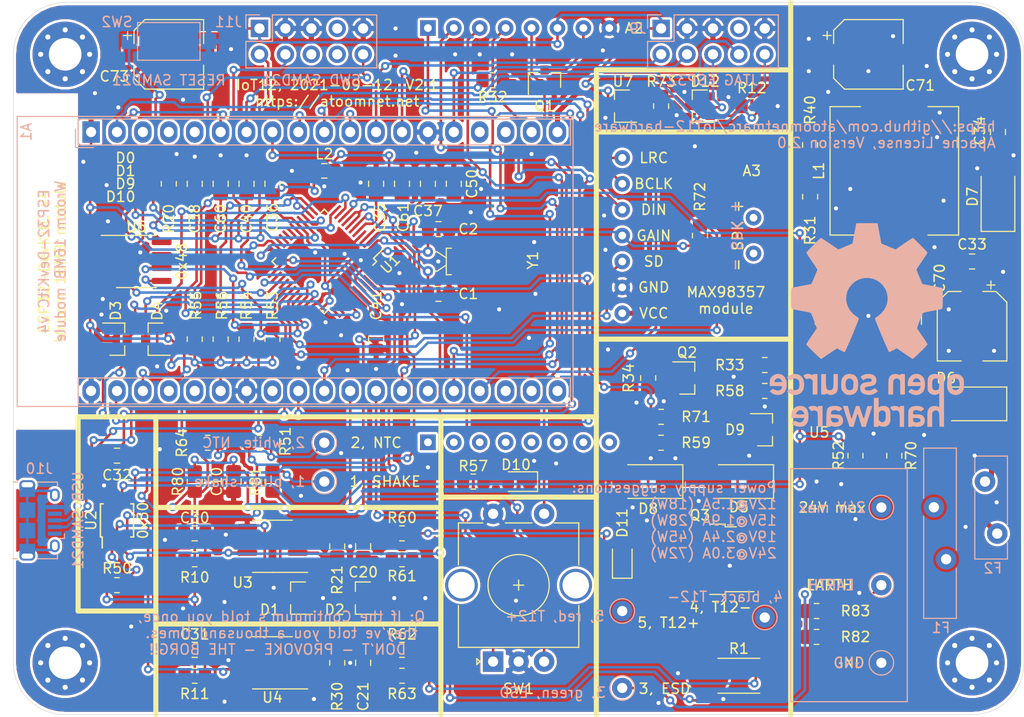
<source format=kicad_pcb>
(kicad_pcb (version 20171130) (host pcbnew "(5.1.10)-1")
  (title_block (date 2021-09-12) (rev V2.1))
  (layers (0 F.Cu signal) (31 B.Cu signal) (34 B.Paste user hide) (35 F.Paste user hide) (36 B.SilkS user) (37 F.SilkS user) (38 B.Mask user hide) (39 F.Mask user hide) (44 Edge.Cuts user))
  (net 0 "")
  (net 1 GND)
  (net 2 LCD_DIN)
  (net 3 +3V3)
  (net 4 "Net-(A1-Pad20)")
  (net 5 +5V)
  (net 6 "Net-(A1-Pad3)")
  (net 7 "Net-(A1-Pad18)")
  (net 8 "Net-(A1-Pad4)")
  (net 9 "Net-(A1-Pad17)")
  (net 10 "Net-(A1-Pad5)")
  (net 11 "Net-(A1-Pad16)")
  (net 12 "Net-(A1-Pad15)")
  (net 13 LCD_LED)
  (net 14 ROT_SW)
  (net 15 "Net-(A1-Pad13)")
  (net 16 I2S_BCK)
  (net 17 HEAT_INT)
  (net 18 I2S_WS)
  (net 19 I2S_DATA)
  (net 20 "Net-(A1-Pad21)")
  (net 21 "Net-(A1-Pad22)")
  (net 22 "Net-(A1-Pad23)")
  (net 23 LCD_~RST)
  (net 24 LCD_DATA-~CMD)
  (net 25 ROT_A)
  (net 26 ROT_B)
  (net 27 LCD_~CE)
  (net 28 LCD_CLK)
  (net 29 "Net-(A1-Pad31)")
  (net 30 ESP32_SDA)
  (net 31 ESP32_SCL)
  (net 32 "Net-(A2-Pad7)")
  (net 33 "Net-(A3-Pad9)")
  (net 34 "Net-(A3-Pad8)")
  (net 35 I2S_SD)
  (net 36 I2S_GAIN0)
  (net 37 /Brain/XIN32)
  (net 38 /Brain/XOUT32)
  (net 39 AIN_COMP)
  (net 40 "Net-(C20-Pad2)")
  (net 41 "Net-(C20-Pad1)")
  (net 42 "Net-(C21-Pad2)")
  (net 43 "Net-(C21-Pad1)")
  (net 44 "Net-(C30-Pad1)")
  (net 45 "Net-(C31-Pad1)")
  (net 46 +3.3VA)
  (net 47 /Brain/AREF)
  (net 48 HEAT_~RESET)
  (net 49 /Brain/VDDCORE)
  (net 50 /Brain/USB+)
  (net 51 /Brain/USB-)
  (net 52 IRON_+)
  (net 53 +24V)
  (net 54 "Net-(D6-Pad2)")
  (net 55 "Net-(D7-Pad1)")
  (net 56 "Net-(D10-Pad2)")
  (net 57 "Net-(D11-Pad2)")
  (net 58 "Net-(J1-Pad1)")
  (net 59 "Net-(J2-Pad1)")
  (net 60 /Output/ESD)
  (net 61 /Output/IRON_-)
  (net 62 Earth)
  (net 63 "Net-(J10-Pad4)")
  (net 64 "Net-(J10-Pad1)")
  (net 65 "Net-(J11-Pad8)")
  (net 66 "Net-(J11-Pad7)")
  (net 67 "Net-(J11-Pad6)")
  (net 68 SWCLK)
  (net 69 SWDIO)
  (net 70 NEAR_ADC_GND)
  (net 71 NEAR_RSENSE_+)
  (net 72 NEAR_RSENSE_-)
  (net 73 "Net-(Q1-Pad1)")
  (net 74 "Net-(Q2-Pad3)")
  (net 75 "Net-(Q2-Pad1)")
  (net 76 "Net-(R20-Pad1)")
  (net 77 "Net-(R21-Pad2)")
  (net 78 "Net-(R21-Pad1)")
  (net 79 "Net-(R30-Pad2)")
  (net 80 "Net-(R30-Pad1)")
  (net 81 "Net-(R31-Pad2)")
  (net 82 ADC_RDY)
  (net 83 NTC)
  (net 84 VIN)
  (net 85 HEAT_SDA)
  (net 86 HEAT_SCL)
  (net 87 DEBUG_LED)
  (net 88 I2S_GAIN1)
  (net 89 "Net-(U1-Pad48)")
  (net 90 "Net-(U1-Pad41)")
  (net 91 "Net-(U1-Pad39)")
  (net 92 "Net-(U1-Pad38)")
  (net 93 "Net-(U1-Pad37)")
  (net 94 "Net-(U1-Pad22)")
  (net 95 "Net-(U1-Pad21)")
  (net 96 "Net-(U1-Pad20)")
  (net 97 "Net-(U1-Pad19)")
  (net 98 TEMP)
  (net 99 "Net-(Y1-Pad3)")
  (net 100 /Power/24V_DC_SW)
  (net 101 /Power/24V_DC)
  (net 102 /Output/GATE)
  (net 103 IRON_CURRENT)
  (net 104 "Net-(U6-Pad7)")
  (net 105 "Net-(U6-Pad3)")
  (net 106 "Net-(U6-Pad2)")
  (net 107 "Net-(U6-Pad1)")
  (net 108 "Net-(A1-Pad12)")
  (net 109 "Net-(A1-Pad25)")
  (net 110 "Net-(A1-Pad34)")
  (net 111 "Net-(A1-Pad35)")
  (net 112 "Net-(U1-Pad28)")
  (net 113 "Net-(J9-Pad7)")
  (net 114 /Brain/D0)
  (net 115 /Brain/D1)
  (net 116 /Brain/D9)
  (net 117 /Brain/D10)
  (net 118 HEAT_PWM)
  (net 119 ESP32_~RESET)
  (net 120 "Net-(D12-Pad3)")
  (net 121 "Net-(D12-Pad2)")
  (net 122 "Net-(D12-Pad1)")
  (net 123 "Net-(J10-Pad6)")
  (module Connector_USB-fixed:USB_Micro-B_Amphenol_10118194_Horizontal (layer B.Cu) (at -46.863 8.89 90)
    (fp_text reference J10 (at 5.08 -0.127 180) (layer B.SilkS) (effects (justify mirror)))
    (fp_text value USB_B_Micro)
    (pad 6 thru_hole oval (at 3.5 -1.3 90) (size 0.89 1.55) (drill oval 0.5 1.15) (layers *.Cu *.Mask) (net 123 "Net-(J10-Pad6)"))
    (pad 6 thru_hole oval (at -3.5 -1.3 90) (size 0.89 1.55) (drill oval 0.5 1.15) (layers *.Cu *.Mask) (net 123 "Net-(J10-Pad6)"))
    (pad 6 smd rect (at 2.9 -1.3 90) (size 1.2 1.55) (layers B.Cu B.Paste B.Mask) (net 123 "Net-(J10-Pad6)"))
    (pad 6 smd rect (at -2.9 -1.3 90) (size 1.2 1.55) (layers B.Cu B.Paste B.Mask) (net 123 "Net-(J10-Pad6)"))
    (pad 6 smd rect (at 1 -1.3 90) (size 1.5 1.55) (layers B.Cu B.Paste B.Mask) (net 123 "Net-(J10-Pad6)"))
    (pad 6 smd rect (at -1 -1.3 90) (size 1.5 1.55) (layers B.Cu B.Paste B.Mask) (net 123 "Net-(J10-Pad6)"))
    (pad 6 thru_hole oval (at 2.5 1.4 90) (size 1.25 0.95) (drill oval 0.85 0.55) (layers *.Cu *.Mask) (net 123 "Net-(J10-Pad6)"))
    (pad 6 thru_hole oval (at -2.5 1.4 90) (size 1.25 0.95) (drill oval 0.85 0.55) (layers *.Cu *.Mask) (net 123 "Net-(J10-Pad6)"))
    (pad 5 smd rect (at 1.3 1.4 90) (size 0.4 1.35) (layers B.Cu B.Paste B.Mask) (net 1 GND))
    (pad 4 smd rect (at 0.65 1.4 90) (size 0.4 1.35) (layers B.Cu B.Paste B.Mask) (net 63 "Net-(J10-Pad4)"))
    (pad 3 smd rect (at 0 1.4 90) (size 0.4 1.35) (layers B.Cu B.Paste B.Mask) (net 50 /Brain/USB+))
    (pad 2 smd rect (at -0.65 1.4 90) (size 0.4 1.35) (layers B.Cu B.Paste B.Mask) (net 51 /Brain/USB-))
    (pad 1 smd rect (at -1.3 1.4 90) (size 0.4 1.35) (layers B.Cu B.Paste B.Mask) (net 64 "Net-(J10-Pad1)"))
  )
  (module Package_SO:SOIC-8_3.9x4.9mm_P1.27mm (layer F.Cu) (at -37.465 -16.51)
    (fp_text reference U6 (at 0 -3.4) (layer F.SilkS))
    (fp_text value AT24C32)
    (pad 8 smd roundrect (at 2.475 -1.905) (size 1.95 0.6) (layers F.Cu F.Paste F.Mask) (net 3 +3V3))
    (pad 7 smd roundrect (at 2.475 -0.635) (size 1.95 0.6) (layers F.Cu F.Paste F.Mask) (net 104 "Net-(U6-Pad7)"))
    (pad 6 smd roundrect (at 2.475 0.635) (size 1.95 0.6) (layers F.Cu F.Paste F.Mask) (net 86 HEAT_SCL))
    (pad 5 smd roundrect (at 2.475 1.905) (size 1.95 0.6) (layers F.Cu F.Paste F.Mask) (net 85 HEAT_SDA))
    (pad 4 smd roundrect (at -2.475 1.905) (size 1.95 0.6) (layers F.Cu F.Paste F.Mask) (net 1 GND))
    (pad 3 smd roundrect (at -2.475 0.635) (size 1.95 0.6) (layers F.Cu F.Paste F.Mask) (net 105 "Net-(U6-Pad3)"))
    (pad 2 smd roundrect (at -2.475 -0.635) (size 1.95 0.6) (layers F.Cu F.Paste F.Mask) (net 106 "Net-(U6-Pad2)"))
    (pad 1 smd roundrect (at -2.475 -1.905) (size 1.95 0.6) (layers F.Cu F.Paste F.Mask) (net 107 "Net-(U6-Pad1)"))
  )
  (module Inductor-fixed:L_12x12mm_H8mm (layer F.Cu) (at 36.83 -25.4 90)
    (fp_text reference L1 (at 0 -7.4 90) (layer F.SilkS))
    (fp_text value 68uH)
    (pad 2 smd rect (at 4.95 0 90) (size 2.9 5.4) (layers F.Cu F.Paste F.Mask) (net 5 +5V))
    (pad 1 smd rect (at -4.95 0 90) (size 2.9 5.4) (layers F.Cu F.Paste F.Mask) (net 55 "Net-(D7-Pad1)"))
  )
  (module Display-extra:Nokia_5110_display_module (layer F.Cu) (at 0 -15.24)
    (fp_text reference A2 (at 11.303 -24.15) (layer F.SilkS))
    (fp_text value "2x Conn_01x09_Female")
    (pad "" thru_hole circle (at 6.35 16.47) (size 1.524 1.524) (drill 0.762) (layers *.Cu *.Mask))
    (pad "" thru_hole circle (at 8.89 16.47) (size 1.524 1.524) (drill 0.762) (layers *.Cu *.Mask))
    (pad "" thru_hole circle (at 3.81 16.47) (size 1.524 1.524) (drill 0.762) (layers *.Cu *.Mask))
    (pad "" thru_hole rect (at -8.89 16.47) (size 1.524 1.524) (drill 0.762) (layers *.Cu *.Mask))
    (pad "" thru_hole circle (at 1.27 16.47) (size 1.524 1.524) (drill 0.762) (layers *.Cu *.Mask))
    (pad "" thru_hole circle (at -1.27 16.47) (size 1.524 1.524) (drill 0.762) (layers *.Cu *.Mask))
    (pad "" thru_hole circle (at -6.35 16.47) (size 1.524 1.524) (drill 0.762) (layers *.Cu *.Mask))
    (pad "" thru_hole circle (at -3.81 16.47) (size 1.524 1.524) (drill 0.762) (layers *.Cu *.Mask))
    (pad 8 thru_hole circle (at 8.89 -24.17) (size 1.524 1.524) (drill 0.762) (layers *.Cu *.Mask) (net 1 GND))
    (pad 7 thru_hole circle (at 6.35 -24.17) (size 1.524 1.524) (drill 0.762) (layers *.Cu *.Mask) (net 32 "Net-(A2-Pad7)"))
    (pad 6 thru_hole circle (at 3.81 -24.17) (size 1.524 1.524) (drill 0.762) (layers *.Cu *.Mask) (net 3 +3V3))
    (pad 5 thru_hole circle (at 1.27 -24.17) (size 1.524 1.524) (drill 0.762) (layers *.Cu *.Mask) (net 28 LCD_CLK))
    (pad 4 thru_hole circle (at -1.27 -24.17) (size 1.524 1.524) (drill 0.762) (layers *.Cu *.Mask) (net 2 LCD_DIN))
    (pad 3 thru_hole circle (at -3.81 -24.17) (size 1.524 1.524) (drill 0.762) (layers *.Cu *.Mask) (net 24 LCD_DATA-~CMD))
    (pad 2 thru_hole circle (at -6.35 -24.17) (size 1.524 1.524) (drill 0.762) (layers *.Cu *.Mask) (net 27 LCD_~CE))
    (pad 1 thru_hole rect (at -8.89 -24.17) (size 1.524 1.524) (drill 0.762) (layers *.Cu *.Mask) (net 23 LCD_~RST))
  )
  (module Resistor_SMD:R_0805_2012Metric_Pad1.20x1.40mm_HandSolder (layer F.Cu) (at 13.97 -31.75 270)
    (fp_text reference R73 (at -2.413 0 180) (layer F.SilkS))
    (fp_text value 100K)
    (pad 2 smd roundrect (at 1 0 270) (size 1.2 1.4) (layers F.Cu F.Paste F.Mask) (roundrect_rratio 0.208333) (net 1 GND))
    (pad 1 smd roundrect (at -1 0 270) (size 1.2 1.4) (layers F.Cu F.Paste F.Mask) (roundrect_rratio 0.208333) (net 120 "Net-(D12-Pad3)"))
  )
  (module Package_TO_SOT_SMD:SOT-23 (layer F.Cu) (at 10.16 -31.75 180)
    (fp_text reference U7 (at -0.0635 2.413) (layer F.SilkS))
    (fp_text value MAX809S)
    (pad 3 smd rect (at 1 0 180) (size 0.9 0.8) (layers F.Cu F.Paste F.Mask) (net 3 +3V3))
    (pad 2 smd rect (at -1 0.95 180) (size 0.9 0.8) (layers F.Cu F.Paste F.Mask) (net 120 "Net-(D12-Pad3)"))
    (pad 1 smd rect (at -1 -0.95 180) (size 0.9 0.8) (layers F.Cu F.Paste F.Mask) (net 1 GND))
  )
  (module Resistor_SMD:R_0805_2012Metric_Pad1.20x1.40mm_HandSolder (layer F.Cu) (at 22.86 -31.75)
    (fp_text reference R12 (at 0 -1.778) (layer F.SilkS))
    (fp_text value 100R)
    (pad 2 smd roundrect (at 1 0) (size 1.2 1.4) (layers F.Cu F.Paste F.Mask) (roundrect_rratio 0.2083325) (net 119 ESP32_~RESET))
    (pad 1 smd roundrect (at -1 0) (size 1.2 1.4) (layers F.Cu F.Paste F.Mask) (roundrect_rratio 0.2083325) (net 122 "Net-(D12-Pad1)"))
  )
  (module Package_TO_SOT_SMD:SOT-23 (layer F.Cu) (at 17.78 -31.75 180)
    (fp_text reference D12 (at -0.508 2.413) (layer F.SilkS))
    (fp_text value BAV99)
    (pad 3 smd rect (at 1 0 180) (size 0.9 0.8) (layers F.Cu F.Paste F.Mask) (net 120 "Net-(D12-Pad3)"))
    (pad 2 smd rect (at -1 0.95 180) (size 0.9 0.8) (layers F.Cu F.Paste F.Mask) (net 121 "Net-(D12-Pad2)"))
    (pad 1 smd rect (at -1 -0.95 180) (size 0.9 0.8) (layers F.Cu F.Paste F.Mask) (net 122 "Net-(D12-Pad1)"))
  )
  (module Symbol:OSHW-Logo_19x20mm_SilkScreen (layer B.Cu) (at 34.163 -10.287 180)
    (fp_text reference REF** hide)
    (fp_text value OSHW-Logo_19x20mm_SilkScreen hide)
  )
  (module Connector_PinHeader_2.54mm:PinHeader_2x05_P2.54mm_Vertical (layer B.Cu) (at 13.97 -39.37 270)
    (fp_text reference J9 (at 0 2.286) (layer B.SilkS) (effects (justify mirror)))
    (fp_text value Conn_ARM_JTAG_SWD_10)
    (pad 10 thru_hole oval (at 2.54 -10.16 270) (size 1.7 1.7) (drill 1) (layers *.Cu *.Mask) (net 119 ESP32_~RESET))
    (pad 9 thru_hole oval (at 0 -10.16 270) (size 1.7 1.7) (drill 1) (layers *.Cu *.Mask) (net 1 GND))
    (pad 8 thru_hole oval (at 2.54 -7.62 270) (size 1.7 1.7) (drill 1) (layers *.Cu *.Mask) (net 15 "Net-(A1-Pad13)"))
    (pad 7 thru_hole oval (at 0 -7.62 270) (size 1.7 1.7) (drill 1) (layers *.Cu *.Mask) (net 113 "Net-(J9-Pad7)"))
    (pad 6 thru_hole oval (at 2.54 -5.08 270) (size 1.7 1.7) (drill 1) (layers *.Cu *.Mask) (net 22 "Net-(A1-Pad23)"))
    (pad 5 thru_hole oval (at 0 -5.08 270) (size 1.7 1.7) (drill 1) (layers *.Cu *.Mask) (net 1 GND))
    (pad 4 thru_hole oval (at 2.54 -2.54 270) (size 1.7 1.7) (drill 1) (layers *.Cu *.Mask) (net 12 "Net-(A1-Pad15)"))
    (pad 3 thru_hole oval (at 0 -2.54 270) (size 1.7 1.7) (drill 1) (layers *.Cu *.Mask) (net 1 GND))
    (pad 2 thru_hole oval (at 2.54 0 270) (size 1.7 1.7) (drill 1) (layers *.Cu *.Mask) (net 108 "Net-(A1-Pad12)"))
    (pad 1 thru_hole rect (at 0 0 270) (size 1.7 1.7) (drill 1) (layers *.Cu *.Mask) (net 3 +3V3))
  )
  (module TestPoint-extra:TestPoint_Pad_D0.75mm (layer F.Cu) (at -36.83 -22.86)
    (fp_text reference TP4 hide)
    (fp_text value TestPoint)
    (pad 1 smd circle (at 0 0) (size 0.75 0.75) (layers F.Cu F.Mask) (net 117 /Brain/D10))
  )
  (module TestPoint-extra:TestPoint_Pad_D0.75mm (layer F.Cu) (at -36.83 -24.13)
    (fp_text reference TP3 hide)
    (fp_text value TestPoint)
    (pad 1 smd circle (at 0 0) (size 0.75 0.75) (layers F.Cu F.Mask) (net 116 /Brain/D9))
  )
  (module TestPoint-extra:TestPoint_Pad_D0.75mm (layer F.Cu) (at -36.83 -25.4)
    (fp_text reference TP2 hide)
    (fp_text value TestPoint)
    (pad 1 smd circle (at 0 0) (size 0.75 0.75) (layers F.Cu F.Mask) (net 115 /Brain/D1))
  )
  (module TestPoint-extra:TestPoint_Pad_D0.75mm (layer F.Cu) (at -36.83 -26.67)
    (fp_text reference TP1 hide)
    (fp_text value TestPoint)
    (pad 1 smd circle (at 0 0) (size 0.75 0.75) (layers F.Cu F.Mask) (net 114 /Brain/D0))
  )
  (module Module-extra:max98357 (layer F.Cu) (at 17.06 -19.05 270)
    (fp_text reference A3 (at -6.35 -5.8 180) (layer F.SilkS))
    (fp_text value max98357)
    (fp_text user "- SPK +" (at 0 -4.445 270) (layer F.SilkS))
    (fp_text user VCC (at 7.62 3.81) (layer F.SilkS))
    (fp_text user GND (at 5.08 3.81) (layer F.SilkS))
    (fp_text user SD (at 2.54 3.81) (layer F.SilkS))
    (fp_text user GAIN (at 0 3.81) (layer F.SilkS))
    (fp_text user DIN (at -2.54 3.81) (layer F.SilkS))
    (fp_text user BCLK (at -5.08 3.81) (layer F.SilkS))
    (fp_text user LRC (at -7.62 3.81) (layer F.SilkS))
    (pad 9 thru_hole circle (at 1.75 -5.97 270) (size 1.524 1.524) (drill 0.762) (layers *.Cu *.Mask) (net 33 "Net-(A3-Pad9)"))
    (pad 8 thru_hole circle (at -1.75 -5.97 270) (size 1.524 1.524) (drill 0.762) (layers *.Cu *.Mask) (net 34 "Net-(A3-Pad8)"))
    (pad 7 thru_hole circle (at 7.62 6.9 270) (size 1.524 1.524) (drill 0.762) (layers *.Cu *.Mask) (net 5 +5V))
    (pad 6 thru_hole circle (at 5.08 6.9 270) (size 1.524 1.524) (drill 0.762) (layers *.Cu *.Mask) (net 1 GND))
    (pad 5 thru_hole circle (at 2.54 6.9 270) (size 1.524 1.524) (drill 0.762) (layers *.Cu *.Mask) (net 35 I2S_SD))
    (pad 4 thru_hole circle (at 0 6.9 270) (size 1.524 1.524) (drill 0.762) (layers *.Cu *.Mask) (net 36 I2S_GAIN0))
    (pad 3 thru_hole circle (at -2.54 6.9 270) (size 1.524 1.524) (drill 0.762) (layers *.Cu *.Mask) (net 19 I2S_DATA))
    (pad 2 thru_hole circle (at -5.08 6.9 270) (size 1.524 1.524) (drill 0.762) (layers *.Cu *.Mask) (net 16 I2S_BCK))
    (pad 1 thru_hole circle (at -7.62 6.9 270) (size 1.524 1.524) (drill 0.762) (layers *.Cu *.Mask) (net 18 I2S_WS))
  )
  (module NetTie-extra:NetTie-2_SMD_Pad0.25mm (layer F.Cu) (at 23.495 24.13 180)
    (fp_text reference NT5 hide)
    (fp_text value ~)
    (fp_poly (pts (xy -0.254 -0.125) (xy 0.254 -0.125) (xy 0.254 0.125) (xy -0.254 0.125)) (layer F.Cu) (width 0))
    (pad 2 smd circle (at 0.254 0 180) (size 0.25 0.25) (layers F.Cu) (net 72 NEAR_RSENSE_-))
    (pad 1 smd circle (at -0.254 0 180) (size 0.25 0.25) (layers F.Cu) (net 1 GND))
  )
  (module NetTie-extra:NetTie-2_SMD_Pad0.25mm (layer F.Cu) (at 18.542 26.289 270)
    (fp_text reference NT4 hide)
    (fp_text value ~)
    (fp_poly (pts (xy -0.254 -0.125) (xy 0.254 -0.125) (xy 0.254 0.125) (xy -0.254 0.125)) (layer F.Cu) (width 0))
    (pad 2 smd circle (at 0.254 0 270) (size 0.25 0.25) (layers F.Cu) (net 71 NEAR_RSENSE_+))
    (pad 1 smd circle (at -0.254 0 270) (size 0.25 0.25) (layers F.Cu) (net 61 /Output/IRON_-))
  )
  (module NetTie-extra:NetTie-2_SMD_Pad0.25mm (layer F.Cu) (at -39.37 9.652 270)
    (fp_text reference NT1 hide)
    (fp_text value ~)
    (fp_poly (pts (xy -0.254 -0.125) (xy 0.254 -0.125) (xy 0.254 0.125) (xy -0.254 0.125)) (layer F.Cu) (width 0))
    (pad 2 smd circle (at 0.254 0 270) (size 0.25 0.25) (layers F.Cu) (net 1 GND))
    (pad 1 smd circle (at -0.254 0 270) (size 0.25 0.25) (layers F.Cu) (net 70 NEAR_ADC_GND))
  )
  (module Crystal:Crystal_C26-LF_D2.1mm_L6.5mm_Horizontal_1EP_style1 (layer F.Cu) (at -8.89 -15.56 90)
    (fp_text reference Y1 (at 1.077 10.287 90) (layer F.SilkS))
    (fp_text value 32768Hz)
    (pad 3 smd rect (at 0.95 5.75 90) (size 2.2 6.5) (layers F.Cu F.Paste F.Mask) (net 99 "Net-(Y1-Pad3)"))
    (pad 2 thru_hole circle (at 1.9 0 90) (size 1 1) (drill 0.5) (layers *.Cu *.Mask) (net 38 /Brain/XOUT32))
    (pad 1 thru_hole circle (at 0 0 90) (size 1 1) (drill 0.5) (layers *.Cu *.Mask) (net 37 /Brain/XIN32))
  )
  (module Package_TO_SOT_SMD:TO-263-5_TabPin3 (layer F.Cu) (at 34.29 -8.89 270)
    (fp_text reference U5 (at 9.144 4.826 180) (layer F.SilkS))
    (fp_text value LM2596S-ADJ)
    (pad 3 smd rect (at 3.375 0 270) (size 9.4 10.8) (layers F.Cu F.Mask) (net 1 GND))
    (pad 5 smd rect (at -5.775 3.4 270) (size 4.6 1.1) (layers F.Cu F.Paste F.Mask) (net 1 GND))
    (pad 4 smd rect (at -5.775 1.7 270) (size 4.6 1.1) (layers F.Cu F.Paste F.Mask) (net 81 "Net-(R31-Pad2)"))
    (pad 3 smd rect (at -5.775 0 270) (size 4.6 1.1) (layers F.Cu F.Paste F.Mask) (net 1 GND))
    (pad 2 smd rect (at -5.775 -1.7 270) (size 4.6 1.1) (layers F.Cu F.Paste F.Mask) (net 55 "Net-(D7-Pad1)"))
    (pad 1 smd rect (at -5.775 -3.4 270) (size 4.6 1.1) (layers F.Cu F.Paste F.Mask) (net 100 /Power/24V_DC_SW))
  )
  (module Package_SO:SOIC-8_3.9x4.9mm_P1.27mm (layer F.Cu) (at -24.13 22.86 180)
    (fp_text reference U4 (at 0 -3.4) (layer F.SilkS))
    (fp_text value INA826AID)
    (pad 8 smd roundrect (at 2.475 -1.905 180) (size 1.95 0.6) (layers F.Cu F.Paste F.Mask) (net 45 "Net-(C31-Pad1)"))
    (pad 7 smd roundrect (at 2.475 -0.635 180) (size 1.95 0.6) (layers F.Cu F.Paste F.Mask) (net 103 IRON_CURRENT))
    (pad 6 smd roundrect (at 2.475 0.635 180) (size 1.95 0.6) (layers F.Cu F.Paste F.Mask) (net 70 NEAR_ADC_GND))
    (pad 5 smd roundrect (at 2.475 1.905 180) (size 1.95 0.6) (layers F.Cu F.Paste F.Mask) (net 1 GND))
    (pad 4 smd roundrect (at -2.475 1.905 180) (size 1.95 0.6) (layers F.Cu F.Paste F.Mask) (net 43 "Net-(C21-Pad1)"))
    (pad 3 smd roundrect (at -2.475 0.635 180) (size 1.95 0.6) (layers F.Cu F.Paste F.Mask) (net 80 "Net-(R30-Pad1)"))
    (pad 2 smd roundrect (at -2.475 -0.635 180) (size 1.95 0.6) (layers F.Cu F.Paste F.Mask) (net 79 "Net-(R30-Pad2)"))
    (pad 1 smd roundrect (at -2.475 -1.905 180) (size 1.95 0.6) (layers F.Cu F.Paste F.Mask) (net 42 "Net-(C21-Pad2)"))
  )
  (module Package_SO:SOIC-8_3.9x4.9mm_P1.27mm (layer F.Cu) (at -24.13 11.43 180)
    (fp_text reference U3 (at 2.921 -3.556) (layer F.SilkS))
    (fp_text value INA826AID)
    (pad 8 smd roundrect (at 2.475 -1.905 180) (size 1.95 0.6) (layers F.Cu F.Paste F.Mask) (net 44 "Net-(C30-Pad1)"))
    (pad 7 smd roundrect (at 2.475 -0.635 180) (size 1.95 0.6) (layers F.Cu F.Paste F.Mask) (net 98 TEMP))
    (pad 6 smd roundrect (at 2.475 0.635 180) (size 1.95 0.6) (layers F.Cu F.Paste F.Mask) (net 70 NEAR_ADC_GND))
    (pad 5 smd roundrect (at 2.475 1.905 180) (size 1.95 0.6) (layers F.Cu F.Paste F.Mask) (net 1 GND))
    (pad 4 smd roundrect (at -2.475 1.905 180) (size 1.95 0.6) (layers F.Cu F.Paste F.Mask) (net 41 "Net-(C20-Pad1)"))
    (pad 3 smd roundrect (at -2.475 0.635 180) (size 1.95 0.6) (layers F.Cu F.Paste F.Mask) (net 78 "Net-(R21-Pad1)"))
    (pad 2 smd roundrect (at -2.475 -0.635 180) (size 1.95 0.6) (layers F.Cu F.Paste F.Mask) (net 77 "Net-(R21-Pad2)"))
    (pad 1 smd roundrect (at -2.475 -1.905 180) (size 1.95 0.6) (layers F.Cu F.Paste F.Mask) (net 40 "Net-(C20-Pad2)"))
  )
  (module Package_SO:TSSOP-10_3x3mm_P0.5mm (layer F.Cu) (at -39.37 8.89 90)
    (fp_text reference U2 (at 0 -2.54 270) (layer F.SilkS))
    (fp_text value ADS1115IDGS)
    (pad 10 smd rect (at 2.15 -1 90) (size 1.1 0.25) (layers F.Cu F.Paste F.Mask) (net 86 HEAT_SCL))
    (pad 9 smd rect (at 2.15 -0.5 90) (size 1.1 0.25) (layers F.Cu F.Paste F.Mask) (net 85 HEAT_SDA))
    (pad 8 smd rect (at 2.15 0 90) (size 1.1 0.25) (layers F.Cu F.Paste F.Mask) (net 3 +3V3))
    (pad 7 smd rect (at 2.15 0.5 90) (size 1.1 0.25) (layers F.Cu F.Paste F.Mask) (net 84 VIN))
    (pad 6 smd rect (at 2.15 1 90) (size 1.1 0.25) (layers F.Cu F.Paste F.Mask) (net 103 IRON_CURRENT))
    (pad 5 smd rect (at -2.15 1 90) (size 1.1 0.25) (layers F.Cu F.Paste F.Mask) (net 83 NTC))
    (pad 4 smd rect (at -2.15 0.5 90) (size 1.1 0.25) (layers F.Cu F.Paste F.Mask) (net 98 TEMP))
    (pad 3 smd rect (at -2.15 0 90) (size 1.1 0.25) (layers F.Cu F.Paste F.Mask) (net 1 GND))
    (pad 2 smd rect (at -2.15 -0.5 90) (size 1.1 0.25) (layers F.Cu F.Paste F.Mask) (net 82 ADC_RDY))
    (pad 1 smd rect (at -2.15 -1 90) (size 1.1 0.25) (layers F.Cu F.Paste F.Mask) (net 1 GND))
  )
  (module Package_QFP:TQFP-48_7x7mm_P0.5mm (layer F.Cu) (at -19.05 -16.51 225)
    (fp_text reference U1 (at -4.400325 -4.759536 45) (layer F.SilkS))
    (fp_text value ATSAMD21G18A-AU)
    (pad 48 smd rect (at -2.75 -4.35 315) (size 1.3 0.25) (layers F.Cu F.Paste F.Mask) (net 89 "Net-(U1-Pad48)"))
    (pad 47 smd rect (at -2.25 -4.35 315) (size 1.3 0.25) (layers F.Cu F.Paste F.Mask) (net 103 IRON_CURRENT))
    (pad 46 smd rect (at -1.75 -4.35 315) (size 1.3 0.25) (layers F.Cu F.Paste F.Mask) (net 69 SWDIO))
    (pad 45 smd rect (at -1.25 -4.35 315) (size 1.3 0.25) (layers F.Cu F.Paste F.Mask) (net 68 SWCLK))
    (pad 44 smd rect (at -0.75 -4.35 315) (size 1.3 0.25) (layers F.Cu F.Paste F.Mask) (net 3 +3V3))
    (pad 43 smd rect (at -0.25 -4.35 315) (size 1.3 0.25) (layers F.Cu F.Paste F.Mask) (net 49 /Brain/VDDCORE))
    (pad 42 smd rect (at 0.25 -4.35 315) (size 1.3 0.25) (layers F.Cu F.Paste F.Mask) (net 1 GND))
    (pad 41 smd rect (at 0.75 -4.35 315) (size 1.3 0.25) (layers F.Cu F.Paste F.Mask) (net 90 "Net-(U1-Pad41)"))
    (pad 40 smd rect (at 1.25 -4.35 315) (size 1.3 0.25) (layers F.Cu F.Paste F.Mask) (net 48 HEAT_~RESET))
    (pad 39 smd rect (at 1.75 -4.35 315) (size 1.3 0.25) (layers F.Cu F.Paste F.Mask) (net 91 "Net-(U1-Pad39)"))
    (pad 38 smd rect (at 2.25 -4.35 315) (size 1.3 0.25) (layers F.Cu F.Paste F.Mask) (net 92 "Net-(U1-Pad38)"))
    (pad 37 smd rect (at 2.75 -4.35 315) (size 1.3 0.25) (layers F.Cu F.Paste F.Mask) (net 93 "Net-(U1-Pad37)"))
    (pad 36 smd rect (at 4.35 -2.75 225) (size 1.3 0.25) (layers F.Cu F.Paste F.Mask) (net 3 +3V3))
    (pad 35 smd rect (at 4.35 -2.25 225) (size 1.3 0.25) (layers F.Cu F.Paste F.Mask) (net 1 GND))
    (pad 34 smd rect (at 4.35 -1.75 225) (size 1.3 0.25) (layers F.Cu F.Paste F.Mask) (net 50 /Brain/USB+))
    (pad 33 smd rect (at 4.35 -1.25 225) (size 1.3 0.25) (layers F.Cu F.Paste F.Mask) (net 51 /Brain/USB-))
    (pad 32 smd rect (at 4.35 -0.75 225) (size 1.3 0.25) (layers F.Cu F.Paste F.Mask) (net 86 HEAT_SCL))
    (pad 31 smd rect (at 4.35 -0.25 225) (size 1.3 0.25) (layers F.Cu F.Paste F.Mask) (net 85 HEAT_SDA))
    (pad 30 smd rect (at 4.35 0.25 225) (size 1.3 0.25) (layers F.Cu F.Paste F.Mask) (net 35 I2S_SD))
    (pad 29 smd rect (at 4.35 0.75 225) (size 1.3 0.25) (layers F.Cu F.Paste F.Mask) (net 88 I2S_GAIN1))
    (pad 28 smd rect (at 4.35 1.25 225) (size 1.3 0.25) (layers F.Cu F.Paste F.Mask) (net 112 "Net-(U1-Pad28)"))
    (pad 27 smd rect (at 4.35 1.75 225) (size 1.3 0.25) (layers F.Cu F.Paste F.Mask) (net 117 /Brain/D10))
    (pad 26 smd rect (at 4.35 2.25 225) (size 1.3 0.25) (layers F.Cu F.Paste F.Mask) (net 87 DEBUG_LED))
    (pad 25 smd rect (at 4.35 2.75 225) (size 1.3 0.25) (layers F.Cu F.Paste F.Mask) (net 118 HEAT_PWM))
    (pad 24 smd rect (at 2.75 4.35 315) (size 1.3 0.25) (layers F.Cu F.Paste F.Mask) (net 36 I2S_GAIN0))
    (pad 23 smd rect (at 2.25 4.35 315) (size 1.3 0.25) (layers F.Cu F.Paste F.Mask) (net 17 HEAT_INT))
    (pad 22 smd rect (at 1.75 4.35 315) (size 1.3 0.25) (layers F.Cu F.Paste F.Mask) (net 94 "Net-(U1-Pad22)"))
    (pad 21 smd rect (at 1.25 4.35 315) (size 1.3 0.25) (layers F.Cu F.Paste F.Mask) (net 95 "Net-(U1-Pad21)"))
    (pad 20 smd rect (at 0.75 4.35 315) (size 1.3 0.25) (layers F.Cu F.Paste F.Mask) (net 96 "Net-(U1-Pad20)"))
    (pad 19 smd rect (at 0.25 4.35 315) (size 1.3 0.25) (layers F.Cu F.Paste F.Mask) (net 97 "Net-(U1-Pad19)"))
    (pad 18 smd rect (at -0.25 4.35 315) (size 1.3 0.25) (layers F.Cu F.Paste F.Mask) (net 1 GND))
    (pad 17 smd rect (at -0.75 4.35 315) (size 1.3 0.25) (layers F.Cu F.Paste F.Mask) (net 3 +3V3))
    (pad 16 smd rect (at -1.25 4.35 315) (size 1.3 0.25) (layers F.Cu F.Paste F.Mask) (net 114 /Brain/D0))
    (pad 15 smd rect (at -1.75 4.35 315) (size 1.3 0.25) (layers F.Cu F.Paste F.Mask) (net 115 /Brain/D1))
    (pad 14 smd rect (at -2.25 4.35 315) (size 1.3 0.25) (layers F.Cu F.Paste F.Mask) (net 31 ESP32_SCL))
    (pad 13 smd rect (at -2.75 4.35 315) (size 1.3 0.25) (layers F.Cu F.Paste F.Mask) (net 30 ESP32_SDA))
    (pad 12 smd rect (at -4.35 2.75 225) (size 1.3 0.25) (layers F.Cu F.Paste F.Mask) (net 116 /Brain/D9))
    (pad 11 smd rect (at -4.35 2.25 225) (size 1.3 0.25) (layers F.Cu F.Paste F.Mask) (net 82 ADC_RDY))
    (pad 10 smd rect (at -4.35 1.75 225) (size 1.3 0.25) (layers F.Cu F.Paste F.Mask) (net 84 VIN))
    (pad 9 smd rect (at -4.35 1.25 225) (size 1.3 0.25) (layers F.Cu F.Paste F.Mask) (net 39 AIN_COMP))
    (pad 8 smd rect (at -4.35 0.75 225) (size 1.3 0.25) (layers F.Cu F.Paste F.Mask) (net 39 AIN_COMP))
    (pad 7 smd rect (at -4.35 0.25 225) (size 1.3 0.25) (layers F.Cu F.Paste F.Mask) (net 98 TEMP))
    (pad 6 smd rect (at -4.35 -0.25 225) (size 1.3 0.25) (layers F.Cu F.Paste F.Mask) (net 46 +3.3VA))
    (pad 5 smd rect (at -4.35 -0.75 225) (size 1.3 0.25) (layers F.Cu F.Paste F.Mask) (net 1 GND))
    (pad 4 smd rect (at -4.35 -1.25 225) (size 1.3 0.25) (layers F.Cu F.Paste F.Mask) (net 47 /Brain/AREF))
    (pad 3 smd rect (at -4.35 -1.75 225) (size 1.3 0.25) (layers F.Cu F.Paste F.Mask) (net 83 NTC))
    (pad 2 smd rect (at -4.35 -2.25 225) (size 1.3 0.25) (layers F.Cu F.Paste F.Mask) (net 38 /Brain/XOUT32))
    (pad 1 smd rect (at -4.35 -2.75 225) (size 1.3 0.25) (layers F.Cu F.Paste F.Mask) (net 37 /Brain/XIN32))
  )
  (module Button_Switch_SMD:SW_SPST_CK_RS282G05A3 (layer B.Cu) (at -34.29 -38.1 180)
    (fp_text reference SW2 (at 5.08 1.905) (layer B.SilkS) (effects (justify mirror)))
    (fp_text value SW_Push)
    (pad 2 smd rect (at 3.9 0 180) (size 1.5 1.5) (layers B.Cu B.Paste B.Mask) (net 76 "Net-(R20-Pad1)"))
    (pad 1 smd rect (at -3.9 0 180) (size 1.5 1.5) (layers B.Cu B.Paste B.Mask) (net 1 GND))
  )
  (module Rotary_Encoder-fixed:RotaryEncoder_Alps_EC11E-Switch_Vertical_H20mm_CircularMountingHoles (layer F.Cu) (at 0 15.24 90)
    (fp_text reference SW1 (at -10.16 0 180) (layer F.SilkS))
    (fp_text value "Rotary encoder EC11 Plum 15mm")
    (pad A thru_hole rect (at -7.5 -2.5 90) (size 2 2) (drill 1) (layers *.Cu *.Mask) (net 25 ROT_A))
    (pad C thru_hole circle (at -7.5 0 90) (size 2 2) (drill 1) (layers *.Cu *.Mask) (net 1 GND))
    (pad B thru_hole circle (at -7.5 2.5 90) (size 2 2) (drill 1) (layers *.Cu *.Mask) (net 26 ROT_B))
    (pad MP thru_hole circle (at 0 -5.6 90) (size 3.2 3.2) (drill 2.6) (layers *.Cu *.Mask))
    (pad MP thru_hole circle (at 0 5.6 90) (size 3.2 3.2) (drill 2.6) (layers *.Cu *.Mask))
    (pad S2 thru_hole circle (at 7 -2.5 90) (size 2 2) (drill 1) (layers *.Cu *.Mask) (net 1 GND))
    (pad S1 thru_hole circle (at 7 2.5 90) (size 2 2) (drill 1) (layers *.Cu *.Mask) (net 14 ROT_SW))
  )
  (module Resistor_SMD:R_0805_2012Metric_Pad1.20x1.40mm_HandSolder (layer F.Cu) (at 29.21 17.78)
    (fp_text reference R83 (at 3.81 0) (layer F.SilkS))
    (fp_text value 1M)
    (pad 2 smd roundrect (at 1 0) (size 1.2 1.4) (layers F.Cu F.Paste F.Mask) (roundrect_rratio 0.2083325) (net 62 Earth))
    (pad 1 smd roundrect (at -1 0) (size 1.2 1.4) (layers F.Cu F.Paste F.Mask) (roundrect_rratio 0.2083325) (net 60 /Output/ESD))
  )
  (module Resistor_SMD:R_0805_2012Metric_Pad1.20x1.40mm_HandSolder (layer F.Cu) (at 29.21 20.32 180)
    (fp_text reference R82 (at -3.81 0) (layer F.SilkS))
    (fp_text value 1M)
    (pad 2 smd roundrect (at 1 0 180) (size 1.2 1.4) (layers F.Cu F.Paste F.Mask) (roundrect_rratio 0.2083325) (net 60 /Output/ESD))
    (pad 1 smd roundrect (at -1 0 180) (size 1.2 1.4) (layers F.Cu F.Paste F.Mask) (roundrect_rratio 0.2083325) (net 1 GND))
  )
  (module Resistor_SMD:R_0805_2012Metric_Pad1.20x1.40mm_HandSolder (layer F.Cu) (at -24.13 5.08 90)
    (fp_text reference R81 (at 0 -1.65 90) (layer F.SilkS))
    (fp_text value 1M)
    (pad 2 smd roundrect (at 1 0 90) (size 1.2 1.4) (layers F.Cu F.Paste F.Mask) (roundrect_rratio 0.2083325) (net 58 "Net-(J1-Pad1)"))
    (pad 1 smd roundrect (at -1 0 90) (size 1.2 1.4) (layers F.Cu F.Paste F.Mask) (roundrect_rratio 0.2083325) (net 39 AIN_COMP))
  )
  (module Resistor_SMD:R_0805_2012Metric_Pad1.20x1.40mm_HandSolder (layer F.Cu) (at -31.75 5.08 90)
    (fp_text reference R80 (at 0 -1.65 90) (layer F.SilkS))
    (fp_text value 1M)
    (pad 2 smd roundrect (at 1 0 90) (size 1.2 1.4) (layers F.Cu F.Paste F.Mask) (roundrect_rratio 0.2083325) (net 39 AIN_COMP))
    (pad 1 smd roundrect (at -1 0 90) (size 1.2 1.4) (layers F.Cu F.Paste F.Mask) (roundrect_rratio 0.2083325) (net 3 +3V3))
  )
  (module Resistor_SMD:R_0805_2012Metric_Pad1.20x1.40mm_HandSolder (layer F.Cu) (at 17.78 -19.05 90)
    (fp_text reference R72 (at 3.81 0 90) (layer F.SilkS))
    (fp_text value 100k)
    (pad 2 smd roundrect (at 1 0 90) (size 1.2 1.4) (layers F.Cu F.Paste F.Mask) (roundrect_rratio 0.2083325) (net 88 I2S_GAIN1))
    (pad 1 smd roundrect (at -1 0 90) (size 1.2 1.4) (layers F.Cu F.Paste F.Mask) (roundrect_rratio 0.2083325) (net 36 I2S_GAIN0))
  )
  (module Resistor_SMD:R_0805_2012Metric_Pad1.20x1.40mm_HandSolder (layer F.Cu) (at 13.97 -1.27)
    (fp_text reference R71 (at 3.429 0) (layer F.SilkS))
    (fp_text value 100k)
    (pad 2 smd roundrect (at 1 0) (size 1.2 1.4) (layers F.Cu F.Paste F.Mask) (roundrect_rratio 0.2083325) (net 1 GND))
    (pad 1 smd roundrect (at -1 0) (size 1.2 1.4) (layers F.Cu F.Paste F.Mask) (roundrect_rratio 0.2083325) (net 118 HEAT_PWM))
  )
  (module Resistor_SMD:R_0805_2012Metric_Pad1.20x1.40mm_HandSolder (layer F.Cu) (at 36.83 2.54 270)
    (fp_text reference R70 (at 0 -1.65 90) (layer F.SilkS))
    (fp_text value "100k 1%")
    (pad 2 smd roundrect (at 1 0 270) (size 1.2 1.4) (layers F.Cu F.Paste F.Mask) (roundrect_rratio 0.2083325) (net 53 +24V))
    (pad 1 smd roundrect (at -1 0 270) (size 1.2 1.4) (layers F.Cu F.Paste F.Mask) (roundrect_rratio 0.2083325) (net 84 VIN))
  )
  (module Resistor_SMD:R_0805_2012Metric_Pad1.20x1.40mm_HandSolder (layer F.Cu) (at -30.48 1.27)
    (fp_text reference R64 (at -2.54 0 90) (layer F.SilkS))
    (fp_text value "10k 0.1%")
    (pad 2 smd roundrect (at 1 0) (size 1.2 1.4) (layers F.Cu F.Paste F.Mask) (roundrect_rratio 0.2083325) (net 59 "Net-(J2-Pad1)"))
    (pad 1 smd roundrect (at -1 0) (size 1.2 1.4) (layers F.Cu F.Paste F.Mask) (roundrect_rratio 0.2083325) (net 3 +3V3))
  )
  (module Resistor_SMD:R_0805_2012Metric_Pad1.20x1.40mm_HandSolder (layer F.Cu) (at -11.43 24.13)
    (fp_text reference R63 (at 0 1.778) (layer F.SilkS))
    (fp_text value "10k 0.1%")
    (pad 2 smd roundrect (at 1 0) (size 1.2 1.4) (layers F.Cu F.Paste F.Mask) (roundrect_rratio 0.2083325) (net 72 NEAR_RSENSE_-))
    (pad 1 smd roundrect (at -1 0) (size 1.2 1.4) (layers F.Cu F.Paste F.Mask) (roundrect_rratio 0.2083325) (net 42 "Net-(C21-Pad2)"))
  )
  (module Resistor_SMD:R_0805_2012Metric_Pad1.20x1.40mm_HandSolder (layer F.Cu) (at -11.43 21.59)
    (fp_text reference R62 (at 0 -1.524) (layer F.SilkS))
    (fp_text value "10k 0.1%")
    (pad 2 smd roundrect (at 1 0) (size 1.2 1.4) (layers F.Cu F.Paste F.Mask) (roundrect_rratio 0.2083325) (net 71 NEAR_RSENSE_+))
    (pad 1 smd roundrect (at -1 0) (size 1.2 1.4) (layers F.Cu F.Paste F.Mask) (roundrect_rratio 0.2083325) (net 43 "Net-(C21-Pad1)"))
  )
  (module Resistor_SMD:R_0805_2012Metric_Pad1.20x1.40mm_HandSolder (layer F.Cu) (at -11.43 12.7)
    (fp_text reference R61 (at 0 1.651) (layer F.SilkS))
    (fp_text value "10k 0.1%")
    (pad 2 smd roundrect (at 1 0) (size 1.2 1.4) (layers F.Cu F.Paste F.Mask) (roundrect_rratio 0.2083325) (net 71 NEAR_RSENSE_+))
    (pad 1 smd roundrect (at -1 0) (size 1.2 1.4) (layers F.Cu F.Paste F.Mask) (roundrect_rratio 0.2083325) (net 40 "Net-(C20-Pad2)"))
  )
  (module Resistor_SMD:R_0805_2012Metric_Pad1.20x1.40mm_HandSolder (layer F.Cu) (at -11.43 10.16)
    (fp_text reference R60 (at 0 -1.524) (layer F.SilkS))
    (fp_text value "10k 0.1%")
    (pad 2 smd roundrect (at 1 0) (size 1.2 1.4) (layers F.Cu F.Paste F.Mask) (roundrect_rratio 0.2083325) (net 52 IRON_+))
    (pad 1 smd roundrect (at -1 0) (size 1.2 1.4) (layers F.Cu F.Paste F.Mask) (roundrect_rratio 0.2083325) (net 41 "Net-(C20-Pad1)"))
  )
  (module Resistor_SMD:R_0805_2012Metric_Pad1.20x1.40mm_HandSolder (layer F.Cu) (at 13.97 1.27)
    (fp_text reference R59 (at 3.429 0) (layer F.SilkS))
    (fp_text value 4k7)
    (pad 2 smd roundrect (at 1 0) (size 1.2 1.4) (layers F.Cu F.Paste F.Mask) (roundrect_rratio 0.2083325) (net 57 "Net-(D11-Pad2)"))
    (pad 1 smd roundrect (at -1 0) (size 1.2 1.4) (layers F.Cu F.Paste F.Mask) (roundrect_rratio 0.2083325) (net 118 HEAT_PWM))
  )
  (module Resistor_SMD:R_0805_2012Metric_Pad1.20x1.40mm_HandSolder (layer F.Cu) (at 24.13 -3.81 180)
    (fp_text reference R58 (at 3.429 0 180) (layer F.SilkS))
    (fp_text value 4k7)
    (pad 2 smd roundrect (at 1 0 180) (size 1.2 1.4) (layers F.Cu F.Paste F.Mask) (roundrect_rratio 0.2083325) (net 102 /Output/GATE))
    (pad 1 smd roundrect (at -1 0 180) (size 1.2 1.4) (layers F.Cu F.Paste F.Mask) (roundrect_rratio 0.2083325) (net 53 +24V))
  )
  (module Resistor_SMD:R_0805_2012Metric_Pad1.20x1.40mm_HandSolder (layer F.Cu) (at -4.445 5.08 180)
    (fp_text reference R57 (at 0 1.524) (layer F.SilkS))
    (fp_text value 4k7)
    (pad 2 smd roundrect (at 1 0 180) (size 1.2 1.4) (layers F.Cu F.Paste F.Mask) (roundrect_rratio 0.2083325) (net 87 DEBUG_LED))
    (pad 1 smd roundrect (at -1 0 180) (size 1.2 1.4) (layers F.Cu F.Paste F.Mask) (roundrect_rratio 0.2083325) (net 56 "Net-(D10-Pad2)"))
  )
  (module Resistor_SMD:R_0805_2012Metric_Pad1.20x1.40mm_HandSolder (layer F.Cu) (at -29.21 -8.89 270)
    (fp_text reference R56 (at -3.302 -0.127 90) (layer F.SilkS))
    (fp_text value 4k7)
    (pad 2 smd roundrect (at 1 0 270) (size 1.2 1.4) (layers F.Cu F.Paste F.Mask) (roundrect_rratio 0.2083325) (net 3 +3V3))
    (pad 1 smd roundrect (at -1 0 270) (size 1.2 1.4) (layers F.Cu F.Paste F.Mask) (roundrect_rratio 0.2083325) (net 30 ESP32_SDA))
  )
  (module Resistor_SMD:R_0805_2012Metric_Pad1.20x1.40mm_HandSolder (layer F.Cu) (at -31.75 -8.89 270)
    (fp_text reference R55 (at -3.302 -0.127 90) (layer F.SilkS))
    (fp_text value 4k7)
    (pad 2 smd roundrect (at 1 0 270) (size 1.2 1.4) (layers F.Cu F.Paste F.Mask) (roundrect_rratio 0.2083325) (net 3 +3V3))
    (pad 1 smd roundrect (at -1 0 270) (size 1.2 1.4) (layers F.Cu F.Paste F.Mask) (roundrect_rratio 0.2083325) (net 31 ESP32_SCL))
  )
  (module Resistor_SMD:R_0805_2012Metric_Pad1.20x1.40mm_HandSolder (layer F.Cu) (at -26.67 -8.89 270)
    (fp_text reference R54 (at -3.302 0 90) (layer F.SilkS))
    (fp_text value 4k7)
    (pad 2 smd roundrect (at 1 0 270) (size 1.2 1.4) (layers F.Cu F.Paste F.Mask) (roundrect_rratio 0.2083325) (net 3 +3V3))
    (pad 1 smd roundrect (at -1 0 270) (size 1.2 1.4) (layers F.Cu F.Paste F.Mask) (roundrect_rratio 0.2083325) (net 86 HEAT_SCL))
  )
  (module Resistor_SMD:R_0805_2012Metric_Pad1.20x1.40mm_HandSolder (layer F.Cu) (at -24.13 -8.89 270)
    (fp_text reference R53 (at -3.302 0 90) (layer F.SilkS))
    (fp_text value 4k7)
    (pad 2 smd roundrect (at 1 0 270) (size 1.2 1.4) (layers F.Cu F.Paste F.Mask) (roundrect_rratio 0.2083325) (net 3 +3V3))
    (pad 1 smd roundrect (at -1 0 270) (size 1.2 1.4) (layers F.Cu F.Paste F.Mask) (roundrect_rratio 0.2083325) (net 85 HEAT_SDA))
  )
  (module Resistor_SMD:R_0805_2012Metric_Pad1.20x1.40mm_HandSolder (layer F.Cu) (at 33.02 2.54 90)
    (fp_text reference R52 (at 0 -1.65 90) (layer F.SilkS))
    (fp_text value "4k7 1%")
    (pad 2 smd roundrect (at 1 0 90) (size 1.2 1.4) (layers F.Cu F.Paste F.Mask) (roundrect_rratio 0.2083325) (net 84 VIN))
    (pad 1 smd roundrect (at -1 0 90) (size 1.2 1.4) (layers F.Cu F.Paste F.Mask) (roundrect_rratio 0.2083325) (net 1 GND))
  )
  (module Resistor_SMD:R_0805_2012Metric_Pad1.20x1.40mm_HandSolder (layer F.Cu) (at -25.4 1.27)
    (fp_text reference R51 (at 2.54 -0.127 90) (layer F.SilkS))
    (fp_text value 4k7)
    (pad 2 smd roundrect (at 1 0) (size 1.2 1.4) (layers F.Cu F.Paste F.Mask) (roundrect_rratio 0.2083325) (net 59 "Net-(J2-Pad1)"))
    (pad 1 smd roundrect (at -1 0) (size 1.2 1.4) (layers F.Cu F.Paste F.Mask) (roundrect_rratio 0.2083325) (net 83 NTC))
  )
  (module Resistor_SMD:R_0805_2012Metric_Pad1.20x1.40mm_HandSolder (layer F.Cu) (at -39.37 15.24 180)
    (fp_text reference R50 (at 0 1.651) (layer F.SilkS))
    (fp_text value 4k7)
    (pad 2 smd roundrect (at 1 0 180) (size 1.2 1.4) (layers F.Cu F.Paste F.Mask) (roundrect_rratio 0.2083325) (net 3 +3V3))
    (pad 1 smd roundrect (at -1 0 180) (size 1.2 1.4) (layers F.Cu F.Paste F.Mask) (roundrect_rratio 0.2083325) (net 82 ADC_RDY))
  )
  (module Resistor_SMD:R_0805_2012Metric_Pad1.20x1.40mm_HandSolder (layer F.Cu) (at 28.575 -27.94 270)
    (fp_text reference R40 (at -3.429 0 90) (layer F.SilkS))
    (fp_text value 3k3)
    (pad 2 smd roundrect (at 1 0 270) (size 1.2 1.4) (layers F.Cu F.Paste F.Mask) (roundrect_rratio 0.2083325) (net 81 "Net-(R31-Pad2)"))
    (pad 1 smd roundrect (at -1 0 270) (size 1.2 1.4) (layers F.Cu F.Paste F.Mask) (roundrect_rratio 0.2083325) (net 5 +5V))
  )
  (module Resistor_SMD:R_0805_2012Metric_Pad1.20x1.40mm_HandSolder (layer F.Cu) (at 12.7 -5.08 270)
    (fp_text reference R34 (at 0 1.905 90) (layer F.SilkS))
    (fp_text value 1k)
    (pad 2 smd roundrect (at 1 0 270) (size 1.2 1.4) (layers F.Cu F.Paste F.Mask) (roundrect_rratio 0.2083325) (net 118 HEAT_PWM))
    (pad 1 smd roundrect (at -1 0 270) (size 1.2 1.4) (layers F.Cu F.Paste F.Mask) (roundrect_rratio 0.2083325) (net 75 "Net-(Q2-Pad1)"))
  )
  (module Resistor_SMD:R_0805_2012Metric_Pad1.20x1.40mm_HandSolder (layer F.Cu) (at 24.13 -6.35 180)
    (fp_text reference R33 (at 3.429 0) (layer F.SilkS))
    (fp_text value 1k)
    (pad 2 smd roundrect (at 1 0 180) (size 1.2 1.4) (layers F.Cu F.Paste F.Mask) (roundrect_rratio 0.2083325) (net 74 "Net-(Q2-Pad3)"))
    (pad 1 smd roundrect (at -1 0 180) (size 1.2 1.4) (layers F.Cu F.Paste F.Mask) (roundrect_rratio 0.2083325) (net 102 /Output/GATE))
  )
  (module Resistor_SMD:R_0805_2012Metric_Pad1.20x1.40mm_HandSolder (layer F.Cu) (at -2.54 -34.29 180)
    (fp_text reference R32 (at 0 -1.65) (layer F.SilkS))
    (fp_text value 1k)
    (pad 2 smd roundrect (at 1 0 180) (size 1.2 1.4) (layers F.Cu F.Paste F.Mask) (roundrect_rratio 0.2083325) (net 13 LCD_LED))
    (pad 1 smd roundrect (at -1 0 180) (size 1.2 1.4) (layers F.Cu F.Paste F.Mask) (roundrect_rratio 0.2083325) (net 73 "Net-(Q1-Pad1)"))
  )
  (module Resistor_SMD:R_0805_2012Metric_Pad1.20x1.40mm_HandSolder (layer F.Cu) (at 28.575 -22.86 90)
    (fp_text reference R31 (at -3.302 0 90) (layer F.SilkS))
    (fp_text value 1k)
    (pad 2 smd roundrect (at 1 0 90) (size 1.2 1.4) (layers F.Cu F.Paste F.Mask) (roundrect_rratio 0.2083325) (net 81 "Net-(R31-Pad2)"))
    (pad 1 smd roundrect (at -1 0 90) (size 1.2 1.4) (layers F.Cu F.Paste F.Mask) (roundrect_rratio 0.2083325) (net 1 GND))
  )
  (module Resistor_SMD:R_0805_2012Metric_Pad1.20x1.40mm_HandSolder (layer F.Cu) (at -17.78 22.86 270)
    (fp_text reference R30 (at 3.302 0 90) (layer F.SilkS))
    (fp_text value "1k 1%")
    (pad 2 smd roundrect (at 1 0 270) (size 1.2 1.4) (layers F.Cu F.Paste F.Mask) (roundrect_rratio 0.2083325) (net 79 "Net-(R30-Pad2)"))
    (pad 1 smd roundrect (at -1 0 270) (size 1.2 1.4) (layers F.Cu F.Paste F.Mask) (roundrect_rratio 0.2083325) (net 80 "Net-(R30-Pad1)"))
  )
  (module Resistor_SMD:R_0805_2012Metric_Pad1.20x1.40mm_HandSolder (layer F.Cu) (at -17.78 11.43 270)
    (fp_text reference R21 (at 3.302 0 90) (layer F.SilkS))
    (fp_text value "470R 1%")
    (pad 2 smd roundrect (at 1 0 270) (size 1.2 1.4) (layers F.Cu F.Paste F.Mask) (roundrect_rratio 0.2083325) (net 77 "Net-(R21-Pad2)"))
    (pad 1 smd roundrect (at -1 0 270) (size 1.2 1.4) (layers F.Cu F.Paste F.Mask) (roundrect_rratio 0.2083325) (net 78 "Net-(R21-Pad1)"))
  )
  (module Resistor_SMD:R_0805_2012Metric_Pad1.20x1.40mm_HandSolder (layer F.Cu) (at -34.29 -24.13 270)
    (fp_text reference R20 (at 3.429 0 90) (layer F.SilkS))
    (fp_text value 470R)
    (pad 2 smd roundrect (at 1 0 270) (size 1.2 1.4) (layers F.Cu F.Paste F.Mask) (roundrect_rratio 0.2083325) (net 48 HEAT_~RESET))
    (pad 1 smd roundrect (at -1 0 270) (size 1.2 1.4) (layers F.Cu F.Paste F.Mask) (roundrect_rratio 0.2083325) (net 76 "Net-(R20-Pad1)"))
  )
  (module Resistor_SMD:R_0805_2012Metric_Pad1.20x1.40mm_HandSolder (layer F.Cu) (at -31.75 24.13 180)
    (fp_text reference R11 (at 0 -1.778) (layer F.SilkS))
    (fp_text value 100R)
    (pad 2 smd roundrect (at 1 0 180) (size 1.2 1.4) (layers F.Cu F.Paste F.Mask) (roundrect_rratio 0.2083325) (net 3 +3V3))
    (pad 1 smd roundrect (at -1 0 180) (size 1.2 1.4) (layers F.Cu F.Paste F.Mask) (roundrect_rratio 0.2083325) (net 45 "Net-(C31-Pad1)"))
  )
  (module Resistor_SMD:R_0805_2012Metric_Pad1.20x1.40mm_HandSolder (layer F.Cu) (at -31.75 12.7 180)
    (fp_text reference R10 (at 0 -1.778) (layer F.SilkS))
    (fp_text value 100R)
    (pad 2 smd roundrect (at 1 0 180) (size 1.2 1.4) (layers F.Cu F.Paste F.Mask) (roundrect_rratio 0.2083325) (net 3 +3V3))
    (pad 1 smd roundrect (at -1 0 180) (size 1.2 1.4) (layers F.Cu F.Paste F.Mask) (roundrect_rratio 0.2083325) (net 44 "Net-(C30-Pad1)"))
  )
  (module Resistor_SMD:R_2512_6332Metric_Pad1.52x3.35mm_HandSolder (layer F.Cu) (at 21.59 24.13)
    (fp_text reference R1 (at 0 -2.667) (layer F.SilkS))
    (fp_text value 0R005)
    (pad 2 smd roundrect (at 2.9875 0) (size 1.525 3.35) (layers F.Cu F.Paste F.Mask) (roundrect_rratio 0.1639993442622951) (net 1 GND))
    (pad 1 smd roundrect (at -2.9875 0) (size 1.525 3.35) (layers F.Cu F.Paste F.Mask) (roundrect_rratio 0.1639337704918033) (net 61 /Output/IRON_-))
  )
  (module Package_TO_SOT_SMD:TO-252-2 (layer F.Cu) (at 17.78 12.7 180)
    (fp_text reference Q3 (at 0 4.318 180) (layer F.SilkS))
    (fp_text value AOD403)
    (pad 2 smd rect (at 2.1 0 180) (size 6.4 5.8) (layers F.Cu F.Mask) (net 52 IRON_+))
    (pad 3 smd rect (at -4.2 2.28 180) (size 2.2 1.2) (layers F.Cu F.Paste F.Mask) (net 53 +24V))
    (pad 1 smd rect (at -4.2 -2.28 180) (size 2.2 1.2) (layers F.Cu F.Paste F.Mask) (net 102 /Output/GATE))
  )
  (module Package_TO_SOT_SMD:SOT-23 (layer F.Cu) (at 16.51 -5.08)
    (fp_text reference Q2 (at 0 -2.5) (layer F.SilkS))
    (fp_text value MMBT2222)
    (pad 3 smd rect (at 1 0) (size 0.9 0.8) (layers F.Cu F.Paste F.Mask) (net 74 "Net-(Q2-Pad3)"))
    (pad 2 smd rect (at -1 0.95) (size 0.9 0.8) (layers F.Cu F.Paste F.Mask) (net 1 GND))
    (pad 1 smd rect (at -1 -0.95) (size 0.9 0.8) (layers F.Cu F.Paste F.Mask) (net 75 "Net-(Q2-Pad1)"))
  )
  (module Package_TO_SOT_SMD:SOT-23 (layer F.Cu) (at 2.54 -34.29 90)
    (fp_text reference Q1 (at -2.54 0 180) (layer F.SilkS))
    (fp_text value MMBT2222)
    (pad 3 smd rect (at 1 0 90) (size 0.9 0.8) (layers F.Cu F.Paste F.Mask) (net 32 "Net-(A2-Pad7)"))
    (pad 2 smd rect (at -1 0.95 90) (size 0.9 0.8) (layers F.Cu F.Paste F.Mask) (net 1 GND))
    (pad 1 smd rect (at -1 -0.95 90) (size 0.9 0.8) (layers F.Cu F.Paste F.Mask) (net 73 "Net-(Q1-Pad1)"))
  )
  (module Inductor_SMD:L_0805_2012Metric_Pad1.15x1.40mm_HandSolder (layer F.Cu) (at -19.05 -25.4 180)
    (fp_text reference L2 (at 0 1.651) (layer F.SilkS))
    (fp_text value 10uH)
    (pad 2 smd roundrect (at 1.025 0 180) (size 1.15 1.4) (layers F.Cu F.Paste F.Mask) (roundrect_rratio 0.2173904347826087) (net 3 +3V3))
    (pad 1 smd roundrect (at -1.025 0 180) (size 1.15 1.4) (layers F.Cu F.Paste F.Mask) (roundrect_rratio 0.2173904347826087) (net 46 +3.3VA))
  )
  (module Connector_PinHeader_2.54mm:PinHeader_2x05_P2.54mm_Vertical (layer B.Cu) (at -25.4 -39.37 270)
    (fp_text reference J11 (at -0.635 3.048) (layer B.SilkS) (effects (justify mirror)))
    (fp_text value Conn_ARM_JTAG_SWD_10)
    (pad 10 thru_hole oval (at 2.54 -10.16 270) (size 1.7 1.7) (drill 1) (layers *.Cu *.Mask) (net 48 HEAT_~RESET))
    (pad 9 thru_hole oval (at 0 -10.16 270) (size 1.7 1.7) (drill 1) (layers *.Cu *.Mask) (net 1 GND))
    (pad 8 thru_hole oval (at 2.54 -7.62 270) (size 1.7 1.7) (drill 1) (layers *.Cu *.Mask) (net 65 "Net-(J11-Pad8)"))
    (pad 7 thru_hole oval (at 0 -7.62 270) (size 1.7 1.7) (drill 1) (layers *.Cu *.Mask) (net 66 "Net-(J11-Pad7)"))
    (pad 6 thru_hole oval (at 2.54 -5.08 270) (size 1.7 1.7) (drill 1) (layers *.Cu *.Mask) (net 67 "Net-(J11-Pad6)"))
    (pad 5 thru_hole oval (at 0 -5.08 270) (size 1.7 1.7) (drill 1) (layers *.Cu *.Mask) (net 1 GND))
    (pad 4 thru_hole oval (at 2.54 -2.54 270) (size 1.7 1.7) (drill 1) (layers *.Cu *.Mask) (net 68 SWCLK))
    (pad 3 thru_hole oval (at 0 -2.54 270) (size 1.7 1.7) (drill 1) (layers *.Cu *.Mask) (net 1 GND))
    (pad 2 thru_hole oval (at 2.54 0 270) (size 1.7 1.7) (drill 1) (layers *.Cu *.Mask) (net 69 SWDIO))
    (pad 1 thru_hole rect (at 0 0 270) (size 1.7 1.7) (drill 1) (layers *.Cu *.Mask) (net 3 +3V3))
  )
  (module TestPoint:TestPoint_THTPad_D2.0mm_Drill1.0mm (layer B.Cu) (at 35.56 22.86)
    (fp_text reference J8 hide)
    (fp_text value ~)
    (pad 1 thru_hole circle (at 0 0) (size 2 2) (drill 1) (layers *.Cu *.Mask) (net 1 GND))
  )
  (module TestPoint:TestPoint_THTPad_D2.0mm_Drill1.0mm (layer B.Cu) (at 35.56 15.24)
    (fp_text reference J7 hide)
    (fp_text value ~)
    (pad 1 thru_hole circle (at 0 0) (size 2 2) (drill 1) (layers *.Cu *.Mask) (net 62 Earth))
  )
  (module TestPoint:TestPoint_THTPad_D2.0mm_Drill1.0mm (layer B.Cu) (at 35.56 7.62)
    (fp_text reference J6 hide)
    (fp_text value ~)
    (pad 1 thru_hole circle (at 0 0) (size 2 2) (drill 1) (layers *.Cu *.Mask) (net 101 /Power/24V_DC))
  )
  (module TestPoint:TestPoint_THTPad_D2.0mm_Drill1.0mm (layer B.Cu) (at 10.16 17.78)
    (fp_text reference J5 hide)
    (fp_text value ~)
    (pad 1 thru_hole circle (at 0 0) (size 2 2) (drill 1) (layers *.Cu *.Mask) (net 52 IRON_+))
  )
  (module TestPoint:TestPoint_THTPad_D2.0mm_Drill1.0mm (layer B.Cu) (at 24.13 18.415)
    (fp_text reference J4 hide)
    (fp_text value ~)
    (pad 1 thru_hole circle (at 0 0) (size 2 2) (drill 1) (layers *.Cu *.Mask) (net 61 /Output/IRON_-))
  )
  (module TestPoint:TestPoint_THTPad_D2.0mm_Drill1.0mm (layer B.Cu) (at 10.16 25.33)
    (fp_text reference J3 hide)
    (fp_text value ~)
    (pad 1 thru_hole circle (at 0 0) (size 2 2) (drill 1) (layers *.Cu *.Mask) (net 60 /Output/ESD))
  )
  (module TestPoint:TestPoint_THTPad_D2.0mm_Drill1.0mm (layer B.Cu) (at -19.05 1.27 270)
    (fp_text reference J2 hide)
    (fp_text value ~)
    (pad 1 thru_hole circle (at 0 0 270) (size 2 2) (drill 1) (layers *.Cu *.Mask) (net 59 "Net-(J2-Pad1)"))
  )
  (module TestPoint:TestPoint_THTPad_D2.0mm_Drill1.0mm (layer B.Cu) (at -19.05 5.08 270)
    (fp_text reference J1 hide)
    (fp_text value ~)
    (pad 1 thru_hole circle (at 0 0 270) (size 2 2) (drill 1) (layers *.Cu *.Mask) (net 58 "Net-(J1-Pad1)"))
  )
  (module MountingHole:MountingHole_3.2mm_M3_Pad_Via (layer F.Cu) (at -44.45 -36.83)
    (fp_text reference H4 hide)
    (fp_text value MountingHole)
    (pad 1 thru_hole circle (at 1.697056 -1.697056) (size 0.8 0.8) (drill 0.5) (layers *.Cu *.Mask))
    (pad 1 thru_hole circle (at 0 -2.4) (size 0.8 0.8) (drill 0.5) (layers *.Cu *.Mask))
    (pad 1 thru_hole circle (at -1.697056 -1.697056) (size 0.8 0.8) (drill 0.5) (layers *.Cu *.Mask))
    (pad 1 thru_hole circle (at -2.4 0) (size 0.8 0.8) (drill 0.5) (layers *.Cu *.Mask))
    (pad 1 thru_hole circle (at -1.697056 1.697056) (size 0.8 0.8) (drill 0.5) (layers *.Cu *.Mask))
    (pad 1 thru_hole circle (at 0 2.4) (size 0.8 0.8) (drill 0.5) (layers *.Cu *.Mask))
    (pad 1 thru_hole circle (at 1.697056 1.697056) (size 0.8 0.8) (drill 0.5) (layers *.Cu *.Mask))
    (pad 1 thru_hole circle (at 2.4 0) (size 0.8 0.8) (drill 0.5) (layers *.Cu *.Mask))
    (pad 1 thru_hole circle (at 0 0) (size 6.4 6.4) (drill 3.2) (layers *.Cu *.Mask))
  )
  (module MountingHole:MountingHole_3.2mm_M3_Pad_Via (layer F.Cu) (at -44.45 22.86)
    (fp_text reference H3 hide)
    (fp_text value MountingHole)
    (pad 1 thru_hole circle (at 1.697056 -1.697056) (size 0.8 0.8) (drill 0.5) (layers *.Cu *.Mask))
    (pad 1 thru_hole circle (at 0 -2.4) (size 0.8 0.8) (drill 0.5) (layers *.Cu *.Mask))
    (pad 1 thru_hole circle (at -1.697056 -1.697056) (size 0.8 0.8) (drill 0.5) (layers *.Cu *.Mask))
    (pad 1 thru_hole circle (at -2.4 0) (size 0.8 0.8) (drill 0.5) (layers *.Cu *.Mask))
    (pad 1 thru_hole circle (at -1.697056 1.697056) (size 0.8 0.8) (drill 0.5) (layers *.Cu *.Mask))
    (pad 1 thru_hole circle (at 0 2.4) (size 0.8 0.8) (drill 0.5) (layers *.Cu *.Mask))
    (pad 1 thru_hole circle (at 1.697056 1.697056) (size 0.8 0.8) (drill 0.5) (layers *.Cu *.Mask))
    (pad 1 thru_hole circle (at 2.4 0) (size 0.8 0.8) (drill 0.5) (layers *.Cu *.Mask))
    (pad 1 thru_hole circle (at 0 0) (size 6.4 6.4) (drill 3.2) (layers *.Cu *.Mask))
  )
  (module MountingHole:MountingHole_3.2mm_M3_Pad_Via (layer F.Cu) (at 44.45 -36.83)
    (fp_text reference H2 hide)
    (fp_text value MountingHole)
    (pad 1 thru_hole circle (at 1.697056 -1.697056) (size 0.8 0.8) (drill 0.5) (layers *.Cu *.Mask))
    (pad 1 thru_hole circle (at 0 -2.4) (size 0.8 0.8) (drill 0.5) (layers *.Cu *.Mask))
    (pad 1 thru_hole circle (at -1.697056 -1.697056) (size 0.8 0.8) (drill 0.5) (layers *.Cu *.Mask))
    (pad 1 thru_hole circle (at -2.4 0) (size 0.8 0.8) (drill 0.5) (layers *.Cu *.Mask))
    (pad 1 thru_hole circle (at -1.697056 1.697056) (size 0.8 0.8) (drill 0.5) (layers *.Cu *.Mask))
    (pad 1 thru_hole circle (at 0 2.4) (size 0.8 0.8) (drill 0.5) (layers *.Cu *.Mask))
    (pad 1 thru_hole circle (at 1.697056 1.697056) (size 0.8 0.8) (drill 0.5) (layers *.Cu *.Mask))
    (pad 1 thru_hole circle (at 2.4 0) (size 0.8 0.8) (drill 0.5) (layers *.Cu *.Mask))
    (pad 1 thru_hole circle (at 0 0) (size 6.4 6.4) (drill 3.2) (layers *.Cu *.Mask))
  )
  (module MountingHole:MountingHole_3.2mm_M3_Pad_Via (layer F.Cu) (at 44.45 22.86)
    (fp_text reference H1 hide)
    (fp_text value MountingHole)
    (pad 1 thru_hole circle (at 1.697056 -1.697056) (size 0.8 0.8) (drill 0.5) (layers *.Cu *.Mask))
    (pad 1 thru_hole circle (at 0 -2.4) (size 0.8 0.8) (drill 0.5) (layers *.Cu *.Mask))
    (pad 1 thru_hole circle (at -1.697056 -1.697056) (size 0.8 0.8) (drill 0.5) (layers *.Cu *.Mask))
    (pad 1 thru_hole circle (at -2.4 0) (size 0.8 0.8) (drill 0.5) (layers *.Cu *.Mask))
    (pad 1 thru_hole circle (at -1.697056 1.697056) (size 0.8 0.8) (drill 0.5) (layers *.Cu *.Mask))
    (pad 1 thru_hole circle (at 0 2.4) (size 0.8 0.8) (drill 0.5) (layers *.Cu *.Mask))
    (pad 1 thru_hole circle (at 1.697056 1.697056) (size 0.8 0.8) (drill 0.5) (layers *.Cu *.Mask))
    (pad 1 thru_hole circle (at 2.4 0) (size 0.8 0.8) (drill 0.5) (layers *.Cu *.Mask))
    (pad 1 thru_hole circle (at 0 0) (size 6.4 6.4) (drill 3.2) (layers *.Cu *.Mask))
  )
  (module Fuse:Fuse_Bourns_MF-RG400 (layer B.Cu) (at 45.72 5.08 270)
    (fp_text reference F2 (at 8.509 -0.762) (layer B.SilkS) (effects (justify mirror)))
    (fp_text value 0.5A/30V)
    (pad 2 thru_hole circle (at 5.1 -1.2 270) (size 2.01 2.01) (drill 1.01) (layers *.Cu *.Mask) (net 101 /Power/24V_DC))
    (pad 1 thru_hole circle (at 0 0 270) (size 2.01 2.01) (drill 1.01) (layers *.Cu *.Mask) (net 54 "Net-(D6-Pad2)"))
  )
  (module Fuse:Fuse_Bourns_MF-RG1000 (layer B.Cu) (at 41.91 12.7 90)
    (fp_text reference F1 (at -6.731 -0.508) (layer B.SilkS) (effects (justify mirror)))
    (fp_text value "*see schematic.")
    (pad 2 thru_hole circle (at 5.1 -1.2 90) (size 2.01 2.01) (drill 1.01) (layers *.Cu *.Mask) (net 101 /Power/24V_DC))
    (pad 1 thru_hole circle (at 0 0 90) (size 2.01 2.01) (drill 1.01) (layers *.Cu *.Mask) (net 53 +24V))
  )
  (module LED_SMD:LED_0805_2012Metric_Pad1.15x1.40mm_HandSolder (layer F.Cu) (at 10.16 12.7 90)
    (fp_text reference D11 (at 3.556 0 90) (layer F.SilkS))
    (fp_text value Red)
    (pad 2 smd roundrect (at 1.025 0 90) (size 1.15 1.4) (layers F.Cu F.Paste F.Mask) (roundrect_rratio 0.2173904347826087) (net 57 "Net-(D11-Pad2)"))
    (pad 1 smd roundrect (at -1.025 0 90) (size 1.15 1.4) (layers F.Cu F.Paste F.Mask) (roundrect_rratio 0.2173904347826087) (net 1 GND))
  )
  (module LED_SMD:LED_0805_2012Metric_Pad1.15x1.40mm_HandSolder (layer F.Cu) (at 0 5.08 180)
    (fp_text reference D10 (at 0.254 1.651) (layer F.SilkS))
    (fp_text value Amber)
    (pad 2 smd roundrect (at 1.025 0 180) (size 1.15 1.4) (layers F.Cu F.Paste F.Mask) (roundrect_rratio 0.2173904347826087) (net 56 "Net-(D10-Pad2)"))
    (pad 1 smd roundrect (at -1.025 0 180) (size 1.15 1.4) (layers F.Cu F.Paste F.Mask) (roundrect_rratio 0.2173904347826087) (net 1 GND))
  )
  (module Diode_SMD:D_SOT-23_ANK (layer F.Cu) (at 24.13 0)
    (fp_text reference D9 (at -2.921 0 180) (layer F.SilkS))
    (fp_text value BZX84C18)
    (pad 1 smd rect (at 1 0) (size 0.9 0.8) (layers F.Cu F.Paste F.Mask) (net 53 +24V))
    (pad "" smd rect (at -1 0.95) (size 0.9 0.8) (layers F.Cu F.Paste F.Mask))
    (pad 2 smd rect (at -1 -0.95) (size 0.9 0.8) (layers F.Cu F.Paste F.Mask) (net 102 /Output/GATE))
  )
  (module Diode_SMD:D_SMA (layer F.Cu) (at 12.7 5.08 180)
    (fp_text reference D8 (at 0 -2.667) (layer F.SilkS))
    (fp_text value SS34)
    (pad 2 smd rect (at 2 0 180) (size 2.5 1.8) (layers F.Cu F.Paste F.Mask) (net 1 GND))
    (pad 1 smd rect (at -2 0 180) (size 2.5 1.8) (layers F.Cu F.Paste F.Mask) (net 52 IRON_+))
  )
  (module Diode_SMD:D_SMA (layer F.Cu) (at 46.99 -22.86 90)
    (fp_text reference D7 (at 0 -2.5 90) (layer F.SilkS))
    (fp_text value SS34)
    (pad 2 smd rect (at 2 0 90) (size 2.5 1.8) (layers F.Cu F.Paste F.Mask) (net 1 GND))
    (pad 1 smd rect (at -2 0 90) (size 2.5 1.8) (layers F.Cu F.Paste F.Mask) (net 55 "Net-(D7-Pad1)"))
  )
  (module Diode_SMD:D_SMA (layer F.Cu) (at 44.45 -2.54 180)
    (fp_text reference D6 (at 2.54 2.54) (layer F.SilkS))
    (fp_text value SS34)
    (pad 2 smd rect (at 2 0 180) (size 2.5 1.8) (layers F.Cu F.Paste F.Mask) (net 54 "Net-(D6-Pad2)"))
    (pad 1 smd rect (at -2 0 180) (size 2.5 1.8) (layers F.Cu F.Paste F.Mask) (net 100 /Power/24V_DC_SW))
  )
  (module Diode_SMD:D_SMA (layer F.Cu) (at 21.59 5.08 180)
    (fp_text reference D5 (at 0 -2.5) (layer F.SilkS))
    (fp_text value SS14)
    (pad 2 smd rect (at 2 0 180) (size 2.5 1.8) (layers F.Cu F.Paste F.Mask) (net 52 IRON_+))
    (pad 1 smd rect (at -2 0 180) (size 2.5 1.8) (layers F.Cu F.Paste F.Mask) (net 53 +24V))
  )
  (module Package_TO_SOT_SMD:SOT-23 (layer F.Cu) (at -35.56 -8.89 180)
    (fp_text reference D4 (at -0.127 2.794 90) (layer F.SilkS))
    (fp_text value BAV99)
    (pad 3 smd rect (at 1 0 180) (size 0.9 0.8) (layers F.Cu F.Paste F.Mask) (net 51 /Brain/USB-))
    (pad 2 smd rect (at -1 0.95 180) (size 0.9 0.8) (layers F.Cu F.Paste F.Mask) (net 3 +3V3))
    (pad 1 smd rect (at -1 -0.95 180) (size 0.9 0.8) (layers F.Cu F.Paste F.Mask) (net 1 GND))
  )
  (module Package_TO_SOT_SMD:SOT-23 (layer F.Cu) (at -39.37 -8.89)
    (fp_text reference D3 (at -0.127 -2.794 90) (layer F.SilkS))
    (fp_text value BAV99)
    (pad 3 smd rect (at 1 0) (size 0.9 0.8) (layers F.Cu F.Paste F.Mask) (net 50 /Brain/USB+))
    (pad 2 smd rect (at -1 0.95) (size 0.9 0.8) (layers F.Cu F.Paste F.Mask) (net 3 +3V3))
    (pad 1 smd rect (at -1 -0.95) (size 0.9 0.8) (layers F.Cu F.Paste F.Mask) (net 1 GND))
  )
  (module Package_TO_SOT_SMD:SOT-23 (layer F.Cu) (at -15.24 16.51 180)
    (fp_text reference D2 (at 2.794 -1.143) (layer F.SilkS))
    (fp_text value BAV99)
    (pad 3 smd rect (at 1 0 180) (size 0.9 0.8) (layers F.Cu F.Paste F.Mask) (net 1 GND))
    (pad 2 smd rect (at -1 0.95 180) (size 0.9 0.8) (layers F.Cu F.Paste F.Mask) (net 1 GND))
    (pad 1 smd rect (at -1 -0.95 180) (size 0.9 0.8) (layers F.Cu F.Paste F.Mask) (net 40 "Net-(C20-Pad2)"))
  )
  (module Package_TO_SOT_SMD:SOT-23 (layer F.Cu) (at -21.59 16.51 180)
    (fp_text reference D1 (at 2.794 -1.143) (layer F.SilkS))
    (fp_text value BAV99)
    (pad 3 smd rect (at 1 0 180) (size 0.9 0.8) (layers F.Cu F.Paste F.Mask) (net 1 GND))
    (pad 2 smd rect (at -1 0.95 180) (size 0.9 0.8) (layers F.Cu F.Paste F.Mask) (net 1 GND))
    (pad 1 smd rect (at -1 -0.95 180) (size 0.9 0.8) (layers F.Cu F.Paste F.Mask) (net 41 "Net-(C20-Pad1)"))
  )
  (module Capacitor_SMD:CP_Elec_6.3x7.7 (layer F.Cu) (at -34.29 -36.83)
    (fp_text reference C73 (at -5.334 2.159) (layer F.SilkS))
    (fp_text value 100uF/35V)
    (pad 2 smd roundrect (at 2.7 0) (size 3.5 1.6) (layers F.Cu F.Paste F.Mask) (roundrect_rratio 0.15625) (net 1 GND))
    (pad 1 smd roundrect (at -2.7 0) (size 3.5 1.6) (layers F.Cu F.Paste F.Mask) (roundrect_rratio 0.15625) (net 3 +3V3))
  )
  (module Capacitor_SMD:CP_Elec_6.3x7.7 (layer F.Cu) (at 34.29 -36.83)
    (fp_text reference C71 (at 5.08 3.048) (layer F.SilkS))
    (fp_text value 100uF/35V)
    (pad 2 smd roundrect (at 2.7 0) (size 3.5 1.6) (layers F.Cu F.Paste F.Mask) (roundrect_rratio 0.15625) (net 1 GND))
    (pad 1 smd roundrect (at -2.7 0) (size 3.5 1.6) (layers F.Cu F.Paste F.Mask) (roundrect_rratio 0.15625) (net 5 +5V))
  )
  (module Capacitor_SMD:CP_Elec_6.3x7.7 (layer F.Cu) (at 44.45 -10.16 270)
    (fp_text reference C70 (at -4.699 3.175 90) (layer F.SilkS))
    (fp_text value 100uF/35V)
    (pad 2 smd roundrect (at 2.7 0 270) (size 3.5 1.6) (layers F.Cu F.Paste F.Mask) (roundrect_rratio 0.15625) (net 1 GND))
    (pad 1 smd roundrect (at -2.7 0 270) (size 3.5 1.6) (layers F.Cu F.Paste F.Mask) (roundrect_rratio 0.15625) (net 100 /Power/24V_DC_SW))
  )
  (module Capacitor_SMD:C_0805_2012Metric_Pad1.18x1.45mm_HandSolder (layer F.Cu) (at -11.43 -24.13 90)
    (fp_text reference C61 (at -3.302 0.127 90) (layer F.SilkS))
    (fp_text value 10uF)
    (pad 2 smd roundrect (at 1.0375 0 90) (size 1.175 1.45) (layers F.Cu F.Paste F.Mask) (roundrect_rratio 0.2127659574468085) (net 1 GND))
    (pad 1 smd roundrect (at -1.0375 0 90) (size 1.175 1.45) (layers F.Cu F.Paste F.Mask) (roundrect_rratio 0.2127659574468085) (net 46 +3.3VA))
  )
  (module Capacitor_SMD:C_0805_2012Metric_Pad1.18x1.45mm_HandSolder (layer F.Cu) (at -29.21 -24.13 90)
    (fp_text reference C60 (at -3.429 0 90) (layer F.SilkS))
    (fp_text value 10uF)
    (pad 2 smd roundrect (at 1.0375 0 90) (size 1.175 1.45) (layers F.Cu F.Paste F.Mask) (roundrect_rratio 0.2127659574468085) (net 1 GND))
    (pad 1 smd roundrect (at -1.0375 0 90) (size 1.175 1.45) (layers F.Cu F.Paste F.Mask) (roundrect_rratio 0.2127659574468085) (net 3 +3V3))
  )
  (module Capacitor_SMD:C_0805_2012Metric_Pad1.18x1.45mm_HandSolder (layer F.Cu) (at -6.35 -24.13 90)
    (fp_text reference C50 (at 0 1.778 90) (layer F.SilkS))
    (fp_text value 10uF)
    (pad 2 smd roundrect (at 1.0375 0 90) (size 1.175 1.45) (layers F.Cu F.Paste F.Mask) (roundrect_rratio 0.2127659574468085) (net 1 GND))
    (pad 1 smd roundrect (at -1.0375 0 90) (size 1.175 1.45) (layers F.Cu F.Paste F.Mask) (roundrect_rratio 0.2127659574468085) (net 47 /Brain/AREF))
  )
  (module Capacitor_SMD:C_0805_2012Metric_Pad1.18x1.45mm_HandSolder (layer F.Cu) (at -13.97 -8.89 270)
    (fp_text reference C41 (at -3.302 0 90) (layer F.SilkS))
    (fp_text value 1uF)
    (pad 2 smd roundrect (at 1.0375 0 270) (size 1.175 1.45) (layers F.Cu F.Paste F.Mask) (roundrect_rratio 0.2127659574468085) (net 1 GND))
    (pad 1 smd roundrect (at -1.0375 0 270) (size 1.175 1.45) (layers F.Cu F.Paste F.Mask) (roundrect_rratio 0.2127659574468085) (net 49 /Brain/VDDCORE))
  )
  (module Capacitor_SMD:C_0805_2012Metric_Pad1.18x1.45mm_HandSolder (layer F.Cu) (at -26.67 -24.13 90)
    (fp_text reference C40 (at -3.429 0 90) (layer F.SilkS))
    (fp_text value 1uF)
    (pad 2 smd roundrect (at 1.0375 0 90) (size 1.175 1.45) (layers F.Cu F.Paste F.Mask) (roundrect_rratio 0.2127659574468085) (net 1 GND))
    (pad 1 smd roundrect (at -1.0375 0 90) (size 1.175 1.45) (layers F.Cu F.Paste F.Mask) (roundrect_rratio 0.2127659574468085) (net 3 +3V3))
  )
  (module Capacitor_SMD:C_0805_2012Metric_Pad1.18x1.45mm_HandSolder (layer F.Cu) (at -31.75 -24.13 90)
    (fp_text reference C38 (at -3.429 0 90) (layer F.SilkS))
    (fp_text value 100nF)
    (pad 2 smd roundrect (at 1.0375 0 90) (size 1.175 1.45) (layers F.Cu F.Paste F.Mask) (roundrect_rratio 0.2127659574468085) (net 1 GND))
    (pad 1 smd roundrect (at -1.0375 0 90) (size 1.175 1.45) (layers F.Cu F.Paste F.Mask) (roundrect_rratio 0.2127659574468085) (net 48 HEAT_~RESET))
  )
  (module Capacitor_SMD:C_0805_2012Metric_Pad1.18x1.45mm_HandSolder (layer F.Cu) (at -8.89 -24.13 90)
    (fp_text reference C37 (at -2.667 0 180) (layer F.SilkS))
    (fp_text value 100nF)
    (pad 2 smd roundrect (at 1.0375 0 90) (size 1.175 1.45) (layers F.Cu F.Paste F.Mask) (roundrect_rratio 0.2127659574468085) (net 1 GND))
    (pad 1 smd roundrect (at -1.0375 0 90) (size 1.175 1.45) (layers F.Cu F.Paste F.Mask) (roundrect_rratio 0.2127659574468085) (net 47 /Brain/AREF))
  )
  (module Capacitor_SMD:C_0805_2012Metric_Pad1.18x1.45mm_HandSolder (layer F.Cu) (at -24.13 -24.13 90)
    (fp_text reference C36 (at -3.302 0 90) (layer F.SilkS))
    (fp_text value 100nF)
    (pad 2 smd roundrect (at 1.0375 0 90) (size 1.175 1.45) (layers F.Cu F.Paste F.Mask) (roundrect_rratio 0.2127659574468085) (net 1 GND))
    (pad 1 smd roundrect (at -1.0375 0 90) (size 1.175 1.45) (layers F.Cu F.Paste F.Mask) (roundrect_rratio 0.2127659574468085) (net 3 +3V3))
  )
  (module Capacitor_SMD:C_0805_2012Metric_Pad1.18x1.45mm_HandSolder (layer F.Cu) (at -13.97 -24.13 90)
    (fp_text reference C35 (at -3.302 0.381 90) (layer F.SilkS))
    (fp_text value 100nF)
    (pad 2 smd roundrect (at 1.0375 0 90) (size 1.175 1.45) (layers F.Cu F.Paste F.Mask) (roundrect_rratio 0.2127659574468085) (net 1 GND))
    (pad 1 smd roundrect (at -1.0375 0 90) (size 1.175 1.45) (layers F.Cu F.Paste F.Mask) (roundrect_rratio 0.2127659574468085) (net 46 +3.3VA))
  )
  (module Capacitor_SMD:C_0805_2012Metric_Pad1.18x1.45mm_HandSolder (layer F.Cu) (at 46.99 -29.21 270)
    (fp_text reference C34 (at -0.127 1.778 90) (layer F.SilkS))
    (fp_text value 100nF)
    (pad 2 smd roundrect (at 1.0375 0 270) (size 1.175 1.45) (layers F.Cu F.Paste F.Mask) (roundrect_rratio 0.2127659574468085) (net 1 GND))
    (pad 1 smd roundrect (at -1.0375 0 270) (size 1.175 1.45) (layers F.Cu F.Paste F.Mask) (roundrect_rratio 0.2127659574468085) (net 5 +5V))
  )
  (module Capacitor_SMD:C_0805_2012Metric_Pad1.18x1.45mm_HandSolder (layer F.Cu) (at 44.45 -16.51)
    (fp_text reference C33 (at 0 -1.68) (layer F.SilkS))
    (fp_text value 100nF)
    (pad 2 smd roundrect (at 1.0375 0) (size 1.175 1.45) (layers F.Cu F.Paste F.Mask) (roundrect_rratio 0.2127659574468085) (net 1 GND))
    (pad 1 smd roundrect (at -1.0375 0) (size 1.175 1.45) (layers F.Cu F.Paste F.Mask) (roundrect_rratio 0.2127659574468085) (net 100 /Power/24V_DC_SW))
  )
  (module Capacitor_SMD:C_0805_2012Metric_Pad1.18x1.45mm_HandSolder (layer F.Cu) (at -39.37 2.54 180)
    (fp_text reference C32 (at 0 -1.905) (layer F.SilkS))
    (fp_text value 100nF)
    (pad 2 smd roundrect (at 1.0375 0 180) (size 1.175 1.45) (layers F.Cu F.Paste F.Mask) (roundrect_rratio 0.2127659574468085) (net 1 GND))
    (pad 1 smd roundrect (at -1.0375 0 180) (size 1.175 1.45) (layers F.Cu F.Paste F.Mask) (roundrect_rratio 0.2127659574468085) (net 3 +3V3))
  )
  (module Capacitor_SMD:C_0805_2012Metric_Pad1.18x1.45mm_HandSolder (layer F.Cu) (at -31.75 21.59 180)
    (fp_text reference C31 (at 0 1.524) (layer F.SilkS))
    (fp_text value 100nF)
    (pad 2 smd roundrect (at 1.0375 0 180) (size 1.175 1.45) (layers F.Cu F.Paste F.Mask) (roundrect_rratio 0.2127659574468085) (net 1 GND))
    (pad 1 smd roundrect (at -1.0375 0 180) (size 1.175 1.45) (layers F.Cu F.Paste F.Mask) (roundrect_rratio 0.2127659574468085) (net 45 "Net-(C31-Pad1)"))
  )
  (module Capacitor_SMD:C_0805_2012Metric_Pad1.18x1.45mm_HandSolder (layer F.Cu) (at -31.75 10.16 180)
    (fp_text reference C30 (at 0 1.524) (layer F.SilkS))
    (fp_text value 100nF)
    (pad 2 smd roundrect (at 1.0375 0 180) (size 1.175 1.45) (layers F.Cu F.Paste F.Mask) (roundrect_rratio 0.2127659574468085) (net 1 GND))
    (pad 1 smd roundrect (at -1.0375 0 180) (size 1.175 1.45) (layers F.Cu F.Paste F.Mask) (roundrect_rratio 0.2127659574468085) (net 44 "Net-(C30-Pad1)"))
  )
  (module Capacitor_SMD:C_0805_2012Metric_Pad1.18x1.45mm_HandSolder (layer F.Cu) (at -15.24 22.86 270)
    (fp_text reference C21 (at 3.302 0 90) (layer F.SilkS))
    (fp_text value 1nF)
    (pad 2 smd roundrect (at 1.0375 0 270) (size 1.175 1.45) (layers F.Cu F.Paste F.Mask) (roundrect_rratio 0.2127659574468085) (net 42 "Net-(C21-Pad2)"))
    (pad 1 smd roundrect (at -1.0375 0 270) (size 1.175 1.45) (layers F.Cu F.Paste F.Mask) (roundrect_rratio 0.2127659574468085) (net 43 "Net-(C21-Pad1)"))
  )
  (module Capacitor_SMD:C_0805_2012Metric_Pad1.18x1.45mm_HandSolder (layer F.Cu) (at -15.24 11.43 270)
    (fp_text reference C20 (at 2.54 0 180) (layer F.SilkS))
    (fp_text value 1nF)
    (pad 2 smd roundrect (at 1.0375 0 270) (size 1.175 1.45) (layers F.Cu F.Paste F.Mask) (roundrect_rratio 0.2127659574468085) (net 40 "Net-(C20-Pad2)"))
    (pad 1 smd roundrect (at -1.0375 0 270) (size 1.175 1.45) (layers F.Cu F.Paste F.Mask) (roundrect_rratio 0.2127659574468085) (net 41 "Net-(C20-Pad1)"))
  )
  (module Capacitor_SMD:C_0805_2012Metric_Pad1.18x1.45mm_HandSolder (layer F.Cu) (at -27.94 5.08 270)
    (fp_text reference C10 (at 0 1.651 90) (layer F.SilkS))
    (fp_text value 100pF)
    (pad 2 smd roundrect (at 1.0375 0 270) (size 1.175 1.45) (layers F.Cu F.Paste F.Mask) (roundrect_rratio 0.2127659574468085) (net 1 GND))
    (pad 1 smd roundrect (at -1.0375 0 270) (size 1.175 1.45) (layers F.Cu F.Paste F.Mask) (roundrect_rratio 0.2127659574468085) (net 39 AIN_COMP))
  )
  (module Capacitor_SMD:C_0805_2012Metric_Pad1.18x1.45mm_HandSolder (layer F.Cu) (at -7.8525 -19.685)
    (fp_text reference C2 (at 2.921 0) (layer F.SilkS))
    (fp_text value 6.8pF)
    (pad 2 smd roundrect (at 1.0375 0) (size 1.175 1.45) (layers F.Cu F.Paste F.Mask) (roundrect_rratio 0.2127659574468085) (net 1 GND))
    (pad 1 smd roundrect (at -1.0375 0) (size 1.175 1.45) (layers F.Cu F.Paste F.Mask) (roundrect_rratio 0.2127659574468085) (net 38 /Brain/XOUT32))
  )
  (module Capacitor_SMD:C_0805_2012Metric_Pad1.18x1.45mm_HandSolder (layer F.Cu) (at -7.8525 -13.335)
    (fp_text reference C1 (at 2.921 0) (layer F.SilkS))
    (fp_text value 6.8pF)
    (pad 2 smd roundrect (at 1.0375 0) (size 1.175 1.45) (layers F.Cu F.Paste F.Mask) (roundrect_rratio 0.2127659574468085) (net 1 GND))
    (pad 1 smd roundrect (at -1.0375 0) (size 1.175 1.45) (layers F.Cu F.Paste F.Mask) (roundrect_rratio 0.2127659574468085) (net 37 /Brain/XIN32))
  )
  (module Module-extra:ESP32-DevKitC (layer B.Cu) (at -41.91 -29.21 270)
    (fp_text reference A1 (at 0 6.35 270) (layer B.SilkS) (effects (justify mirror)))
    (fp_text value "2x Conn_01x19_Female")
    (pad 38 thru_hole oval (at 25.4 0 270) (size 2.1 1.7) (drill 1) (layers *.Cu *.Mask) (net 1 GND))
    (pad 37 thru_hole oval (at 25.4 -2.54 270) (size 2.1 1.7) (drill 1) (layers *.Cu *.Mask) (net 2 LCD_DIN))
    (pad 1 thru_hole rect (at 0 0 270) (size 2.1 1.7) (drill 1) (layers *.Cu *.Mask) (net 3 +3V3))
    (pad 20 thru_hole oval (at 25.4 -45.72 270) (size 2.1 1.7) (drill 1) (layers *.Cu *.Mask) (net 4 "Net-(A1-Pad20)"))
    (pad 2 thru_hole oval (at 0 -2.54 270) (size 2.1 1.7) (drill 1) (layers *.Cu *.Mask) (net 119 ESP32_~RESET))
    (pad 19 thru_hole oval (at 0 -45.72 270) (size 2.1 1.7) (drill 1) (layers *.Cu *.Mask) (net 5 +5V))
    (pad 3 thru_hole oval (at 0 -5.08 270) (size 2.1 1.7) (drill 1) (layers *.Cu *.Mask) (net 6 "Net-(A1-Pad3)"))
    (pad 18 thru_hole oval (at 0 -43.18 270) (size 2.1 1.7) (drill 1) (layers *.Cu *.Mask) (net 7 "Net-(A1-Pad18)"))
    (pad 4 thru_hole oval (at 0 -7.62 270) (size 2.1 1.7) (drill 1) (layers *.Cu *.Mask) (net 8 "Net-(A1-Pad4)"))
    (pad 17 thru_hole oval (at 0 -40.64 270) (size 2.1 1.7) (drill 1) (layers *.Cu *.Mask) (net 9 "Net-(A1-Pad17)"))
    (pad 5 thru_hole oval (at 0 -10.16 270) (size 2.1 1.7) (drill 1) (layers *.Cu *.Mask) (net 10 "Net-(A1-Pad5)"))
    (pad 16 thru_hole oval (at 0 -38.1 270) (size 2.1 1.7) (drill 1) (layers *.Cu *.Mask) (net 11 "Net-(A1-Pad16)"))
    (pad 6 thru_hole oval (at 0 -12.7 270) (size 2.1 1.7) (drill 1) (layers *.Cu *.Mask) (net 17 HEAT_INT))
    (pad 15 thru_hole oval (at 0 -35.56 270) (size 2.1 1.7) (drill 1) (layers *.Cu *.Mask) (net 12 "Net-(A1-Pad15)"))
    (pad 7 thru_hole oval (at 0 -15.24 270) (size 2.1 1.7) (drill 1) (layers *.Cu *.Mask) (net 13 LCD_LED))
    (pad 14 thru_hole oval (at 0 -33.02 270) (size 2.1 1.7) (drill 1) (layers *.Cu *.Mask) (net 1 GND))
    (pad 8 thru_hole oval (at 0 -17.78 270) (size 2.1 1.7) (drill 1) (layers *.Cu *.Mask) (net 14 ROT_SW))
    (pad 13 thru_hole oval (at 0 -30.48 270) (size 2.1 1.7) (drill 1) (layers *.Cu *.Mask) (net 15 "Net-(A1-Pad13)"))
    (pad 9 thru_hole oval (at 0 -20.32 270) (size 2.1 1.7) (drill 1) (layers *.Cu *.Mask) (net 16 I2S_BCK))
    (pad 12 thru_hole oval (at 0 -27.94 270) (size 2.1 1.7) (drill 1) (layers *.Cu *.Mask) (net 108 "Net-(A1-Pad12)"))
    (pad 10 thru_hole oval (at 0 -22.86 270) (size 2.1 1.7) (drill 1) (layers *.Cu *.Mask) (net 18 I2S_WS))
    (pad 11 thru_hole oval (at 0 -25.4 270) (size 2.1 1.7) (drill 1) (layers *.Cu *.Mask) (net 19 I2S_DATA))
    (pad 21 thru_hole oval (at 25.4 -43.18 270) (size 2.1 1.7) (drill 1) (layers *.Cu *.Mask) (net 20 "Net-(A1-Pad21)"))
    (pad 22 thru_hole oval (at 25.4 -40.64 270) (size 2.1 1.7) (drill 1) (layers *.Cu *.Mask) (net 21 "Net-(A1-Pad22)"))
    (pad 23 thru_hole oval (at 25.4 -38.1 270) (size 2.1 1.7) (drill 1) (layers *.Cu *.Mask) (net 22 "Net-(A1-Pad23)"))
    (pad 24 thru_hole oval (at 25.4 -35.56 270) (size 2.1 1.7) (drill 1) (layers *.Cu *.Mask) (net 23 LCD_~RST))
    (pad 25 thru_hole oval (at 25.4 -33.02 270) (size 2.1 1.7) (drill 1) (layers *.Cu *.Mask) (net 109 "Net-(A1-Pad25)"))
    (pad 26 thru_hole oval (at 25.4 -30.48 270) (size 2.1 1.7) (drill 1) (layers *.Cu *.Mask) (net 24 LCD_DATA-~CMD))
    (pad 27 thru_hole oval (at 25.4 -27.94 270) (size 2.1 1.7) (drill 1) (layers *.Cu *.Mask) (net 25 ROT_A))
    (pad 28 thru_hole oval (at 25.4 -25.4 270) (size 2.1 1.7) (drill 1) (layers *.Cu *.Mask) (net 26 ROT_B))
    (pad 29 thru_hole oval (at 25.4 -22.86 270) (size 2.1 1.7) (drill 1) (layers *.Cu *.Mask) (net 27 LCD_~CE))
    (pad 30 thru_hole oval (at 25.4 -20.32 270) (size 2.1 1.7) (drill 1) (layers *.Cu *.Mask) (net 28 LCD_CLK))
    (pad 31 thru_hole oval (at 25.4 -17.78 270) (size 2.1 1.7) (drill 1) (layers *.Cu *.Mask) (net 29 "Net-(A1-Pad31)"))
    (pad 32 thru_hole oval (at 25.4 -15.24 270) (size 2.1 1.7) (drill 1) (layers *.Cu *.Mask) (net 1 GND))
    (pad 33 thru_hole oval (at 25.4 -12.7 270) (size 2.1 1.7) (drill 1) (layers *.Cu *.Mask) (net 30 ESP32_SDA))
    (pad 34 thru_hole oval (at 25.4 -10.16 270) (size 2.1 1.7) (drill 1) (layers *.Cu *.Mask) (net 110 "Net-(A1-Pad34)"))
    (pad 35 thru_hole oval (at 25.4 -7.62 270) (size 2.1 1.7) (drill 1) (layers *.Cu *.Mask) (net 111 "Net-(A1-Pad35)"))
    (pad 36 thru_hole oval (at 25.4 -5.08 270) (size 2.1 1.7) (drill 1) (layers *.Cu *.Mask) (net 31 ESP32_SCL))
  )
  (gr_text "ESP32-DevKitC v4\nWroom 16MB module" (at -45.72 -16.51 90) (layer F.SilkS) (effects (font (size 1 1))))
  (gr_line (start 7.62 -35.306) (end 26.67 -35.306) (layer F.SilkS) (width 0.5))
  (gr_line (start 7.62 -29.21) (end 7.62 -35.306) (layer F.SilkS) (width 0.5))
  (gr_text 0x50 (at -36.83 8.89 90) (layer F.SilkS) (effects (font (size 1 1))))
  (gr_text 0x48 (at -33.02 -16.51 90) (layer F.SilkS) (effects (font (size 1 1))))
  (gr_text "Q: If the Continuum's told you once, \nthey've told you a thousand times. \nDON'T - PROVOKE - THE BORG!!" (at -23.622 19.939) (layer B.SilkS) (effects (font (size 1 1)) (justify mirror)))
  (gr_text "https://github.com/atoomnetmarc/IoT12-hardware\nApache License, Version 2.0" (at 46.863 -28.956) (layer B.SilkS) (effects (font (size 1 1)) (justify left mirror)))
  (gr_text "Power supply suggestions:\n12V@1.5A (18W)\n15V@1.9A (28W)\n19V@2.4A (45W)\n24V@3.0A (72W)" (at 25.4 8.89) (layer B.SilkS) (effects (font (size 1 1)) (justify left mirror)))
  (gr_text D10 (at -37.465 -22.86) (layer F.SilkS) (effects (font (size 1 1)) (justify right)))
  (gr_text D9 (at -37.465 -24.13) (layer F.SilkS) (effects (font (size 1 1)) (justify right)))
  (gr_text D1 (at -37.465 -25.4) (layer F.SilkS) (effects (font (size 1 1)) (justify right)))
  (gr_text D0 (at -37.465 -26.67) (layer F.SilkS) (effects (font (size 1 1)) (justify right)))
  (gr_line (start 38.1 3.81) (end 38.1 26.67) (layer B.SilkS) (width 0.12))
  (gr_line (start 26.67 3.81) (end 38.1 3.81) (layer B.SilkS) (width 0.12))
  (gr_line (start 26.67 26.67) (end 26.67 3.81) (layer B.SilkS) (width 0.12))
  (gr_line (start 38.1 26.67) (end 26.67 26.67) (layer B.SilkS) (width 0.12))
  (gr_text "JTAG ESP32" (at 19.05 -34.29) (layer B.SilkS) (effects (font (size 1 1)) (justify mirror)))
  (gr_text "IoT12, 2021-09-12, V2.1\nhttps://atoomnet.net" (at -17.78 -33.02) (layer F.SilkS) (effects (font (size 1 1))))
  (gr_line (start -7.62 6.604) (end 7.62 6.604) (layer F.SilkS) (width 0.5))
  (gr_text "1, blue, shake" (at -20.828 5.08) (layer B.SilkS) (effects (font (size 1 1)) (justify left mirror)))
  (gr_text "1, SHAKE" (at -13.081 5.08) (layer F.SilkS) (effects (font (size 1 1))))
  (gr_text "2, NTC" (at -13.97 1.27) (layer F.SilkS) (effects (font (size 1 1))))
  (gr_text "2, white, NTC" (at -20.828 1.27) (layer B.SilkS) (effects (font (size 1 1)) (justify left mirror)))
  (gr_line (start -7.62 -1.27) (end -35.56 -1.27) (layer F.SilkS) (width 0.5))
  (gr_text "USB SAMD21" (at -43.18 8.89 90) (layer B.SilkS) (effects (font (size 1 1)) (justify mirror)))
  (gr_text "RESET SAMD21" (at -34.29 -34.29) (layer B.SilkS) (effects (font (size 1 1)) (justify mirror)))
  (gr_text "MAX98357\nmodule" (at 20.32 -12.7) (layer F.SilkS) (effects (font (size 1 1))))
  (gr_text "ESP32-DevKitC v4\nWroom 16MB module" (at -45.72 -16.51 90) (layer B.SilkS) (effects (font (size 1 1)) (justify mirror)))
  (gr_text "- SPK +" (at 21.336 -19.05 270) (layer B.SilkS) (effects (font (size 1 1)) (justify mirror)))
  (gr_line (start -43.18 17.78) (end -35.56 17.78) (layer F.SilkS) (width 0.5))
  (gr_line (start -43.18 -1.27) (end -43.18 17.78) (layer F.SilkS) (width 0.5))
  (gr_line (start -35.56 -1.27) (end -43.18 -1.27) (layer F.SilkS) (width 0.5))
  (gr_text "SWD SAMD21" (at -20.32 -34.29) (layer B.SilkS) (effects (font (size 1 1)) (justify mirror)))
  (gr_line (start 7.62 -29.21) (end 26.67 -29.21) (layer F.SilkS) (width 0.5))
  (gr_line (start 7.62 -8.89) (end 7.62 -29.21) (layer F.SilkS) (width 0.5))
  (gr_line (start -7.62 -1.27) (end 7.62 -1.27) (layer F.SilkS) (width 0.5))
  (gr_line (start -7.62 -1.27) (end -7.62 17.78) (layer F.SilkS) (width 0.5))
  (gr_line (start -35.56 7.62) (end -7.62 7.62) (layer F.SilkS) (width 0.5))
  (gr_line (start -35.56 17.78) (end -35.56 -1.27) (layer F.SilkS) (width 0.5))
  (gr_line (start -35.56 17.78) (end -35.56 27.94) (layer F.SilkS) (width 0.5))
  (gr_line (start -7.62 19.05) (end -35.56 19.05) (layer F.SilkS) (width 0.5))
  (gr_line (start -7.62 27.94) (end -7.62 17.78) (layer F.SilkS) (width 0.5))
  (gr_text "5, red, T12+" (at 8.509 18.288) (layer B.SilkS) (effects (font (size 1 1)) (justify left mirror)))
  (gr_text "4, black, T12-" (at 14.478 16.383) (layer B.SilkS) (effects (font (size 1 1)) (justify right mirror)))
  (gr_text "3, green, ESD" (at 8.636 25.781) (layer B.SilkS) (effects (font (size 1 1)) (justify left mirror)))
  (gr_text "4, T12-" (at 16.637 17.399) (layer F.SilkS) (effects (font (size 1 1)) (justify left)))
  (gr_text "3, ESD" (at 11.684 25.4) (layer F.SilkS) (effects (font (size 1 1)) (justify left)))
  (gr_text "5, T12+" (at 11.557 18.923) (layer F.SilkS) (effects (font (size 1 1)) (justify left)))
  (gr_line (start 7.62 -8.89) (end 26.67 -8.89) (layer F.SilkS) (width 0.5))
  (gr_line (start 7.62 27.94) (end 7.62 -8.89) (layer F.SilkS) (width 0.5))
  (gr_text GND (at 32.385 22.86) (layer B.SilkS) (effects (font (size 1 1)) (justify mirror)))
  (gr_text EARTH (at 33.02 15.24) (layer B.SilkS) (effects (font (size 1 1)) (justify left mirror)))
  (gr_text "24V max" (at 30.734 7.62) (layer B.SilkS) (effects (font (size 1 1)) (justify mirror)))
  (gr_text GND (at 32.385 22.86) (layer F.SilkS) (effects (font (size 1 1))))
  (gr_text EARTH (at 30.48 15.24) (layer F.SilkS) (effects (font (size 1 1))))
  (gr_text "24V max" (at 30.734 7.62) (layer F.SilkS) (effects (font (size 1 1))))
  (gr_line (start 26.67 -41.91) (end 26.67 27.94) (layer F.SilkS) (width 0.5))
  (gr_arc (start 44.45 22.86) (end 44.45 27.94) (angle -90) (layer Edge.Cuts) (width 0.05))
  (gr_arc (start -44.45 22.86) (end -49.53 22.86) (angle -90) (layer Edge.Cuts) (width 0.05))
  (gr_arc (start -44.45 -36.83) (end -44.45 -41.91) (angle -90) (layer Edge.Cuts) (width 0.05))
  (gr_arc (start 44.45 -36.83) (end 49.53 -36.83) (angle -90) (layer Edge.Cuts) (width 0.05))
  (gr_line (start -49.53 22.86) (end -49.53 -36.83) (layer Edge.Cuts) (width 0.05))
  (gr_line (start 44.45 27.94) (end -44.45 27.94) (layer Edge.Cuts) (width 0.05))
  (gr_line (start 49.53 -36.83) (end 49.53 22.86) (layer Edge.Cuts) (width 0.05))
  (gr_line (start -44.45 -41.91) (end 44.45 -41.91) (layer Edge.Cuts) (width 0.05))
  (segment (start 23.749 24.13) (end 24.5775 24.13) (width 0.25) (layer F.Cu) (net 1))
  (segment (start -39.37 9.906) (end -39.37 10.414) (width 0.25) (layer F.Cu) (net 1))
  (segment (start -39.37 10.414) (end -39.37 10.152) (width 0.25) (layer F.Cu) (net 1))
  (segment (start -39.37 11.04) (end -39.37 10.414) (width 0.25) (layer F.Cu) (net 1))
  (segment (start -40.64 11.31) (end -40.37 11.04) (width 0.25) (layer F.Cu) (net 1))
  (segment (start -40.64 13.081) (end -40.64 11.31) (width 0.25) (layer F.Cu) (net 1))
  (segment (start -40.386 13.335) (end -40.64 13.081) (width 0.25) (layer F.Cu) (net 1))
  (segment (start -39.37 13.335) (end -40.386 13.335) (width 0.25) (layer F.Cu) (net 1))
  (segment (start -39.116 13.081) (end -39.37 13.335) (width 0.25) (layer F.Cu) (net 1))
  (segment (start -39.116 12.190413) (end -39.116 13.081) (width 0.25) (layer F.Cu) (net 1))
  (segment (start -39.37 11.936413) (end -39.116 12.190413) (width 0.25) (layer F.Cu) (net 1))
  (segment (start -39.37 11.04) (end -39.37 11.936413) (width 0.25) (layer F.Cu) (net 1))
  (via (at 12.573 8.89) (size 0.8) (drill 0.4) (layers F.Cu B.Cu) (net 1))
  (via (at 17.653 6.985) (size 0.8) (drill 0.4) (layers F.Cu B.Cu) (net 1))
  (via (at 22.606 2.54) (size 0.8) (drill 0.4) (layers F.Cu B.Cu) (net 1))
  (via (at 24.13 -2.286) (size 0.8) (drill 0.4) (layers F.Cu B.Cu) (net 1))
  (via (at 12.954 2.794) (size 0.8) (drill 0.4) (layers F.Cu B.Cu) (net 1))
  (via (at 15.367 2.794) (size 0.8) (drill 0.4) (layers F.Cu B.Cu) (net 1))
  (via (at 11.176 7.62) (size 0.8) (drill 0.4) (layers F.Cu B.Cu) (net 1))
  (via (at 33.401 16.002) (size 0.8) (drill 0.4) (layers F.Cu B.Cu) (net 1))
  (via (at 20.701 13.335) (size 0.8) (drill 0.4) (layers F.Cu B.Cu) (net 1))
  (via (at 33.02 8.763) (size 0.8) (drill 0.4) (layers F.Cu B.Cu) (net 1))
  (via (at 44.704 2.54) (size 0.8) (drill 0.4) (layers F.Cu B.Cu) (net 1))
  (via (at 21.082 -5.207) (size 0.8) (drill 0.4) (layers F.Cu B.Cu) (net 1))
  (via (at 42.164 -11.811) (size 0.8) (drill 0.4) (layers F.Cu B.Cu) (net 1))
  (via (at 40.767 -17.907) (size 0.8) (drill 0.4) (layers F.Cu B.Cu) (net 1))
  (via (at 47.498 -15.494) (size 0.8) (drill 0.4) (layers F.Cu B.Cu) (net 1))
  (via (at 31.115 -21.717) (size 0.8) (drill 0.4) (layers F.Cu B.Cu) (net 1))
  (via (at 32.512 -23.622) (size 0.8) (drill 0.4) (layers F.Cu B.Cu) (net 1))
  (via (at 41.656 -22.479) (size 0.8) (drill 0.4) (layers F.Cu B.Cu) (net 1))
  (via (at 41.021 -28.702) (size 0.8) (drill 0.4) (layers F.Cu B.Cu) (net 1))
  (via (at 41.275 -31.115) (size 0.8) (drill 0.4) (layers F.Cu B.Cu) (net 1))
  (via (at 30.353 -33.147) (size 0.8) (drill 0.4) (layers F.Cu B.Cu) (net 1))
  (via (at 34.29 -35.179) (size 0.8) (drill 0.4) (layers F.Cu B.Cu) (net 1))
  (via (at 28.448 -35.179) (size 0.8) (drill 0.4) (layers F.Cu B.Cu) (net 1))
  (via (at 28.448 -38.354) (size 0.8) (drill 0.4) (layers F.Cu B.Cu) (net 1))
  (via (at 14.224 -2.794) (size 0.8) (drill 0.4) (layers F.Cu B.Cu) (net 1))
  (via (at 11.557 -2.667) (size 0.8) (drill 0.4) (layers F.Cu B.Cu) (net 1))
  (via (at -28.448 22.606) (size 0.8) (drill 0.4) (layers F.Cu B.Cu) (net 1))
  (via (at -28.702 10.287) (size 0.8) (drill 0.4) (layers F.Cu B.Cu) (net 1))
  (via (at -28.829 16.891) (size 0.8) (drill 0.4) (layers F.Cu B.Cu) (net 1))
  (via (at -19.177 16.51) (size 0.8) (drill 0.4) (layers F.Cu B.Cu) (net 1))
  (via (at -12.192 16.51) (size 0.8) (drill 0.4) (layers F.Cu B.Cu) (net 1))
  (via (at -9.144 16.51) (size 0.8) (drill 0.4) (layers F.Cu B.Cu) (net 1))
  (via (at -20.066 26.416) (size 0.8) (drill 0.4) (layers F.Cu B.Cu) (net 1))
  (via (at -28.829 26.67) (size 0.8) (drill 0.4) (layers F.Cu B.Cu) (net 1))
  (via (at -24.003 15.494) (size 0.8) (drill 0.4) (layers F.Cu B.Cu) (net 1))
  (via (at -32.893 17.526) (size 0.8) (drill 0.4) (layers F.Cu B.Cu) (net 1))
  (via (at -37.973 19.304) (size 0.8) (drill 0.4) (layers F.Cu B.Cu) (net 1))
  (via (at -34.671 10.795) (size 0.8) (drill 0.4) (layers F.Cu B.Cu) (net 1))
  (via (at -16.51 11.43) (size 0.8) (drill 0.4) (layers F.Cu B.Cu) (net 1))
  (via (at -16.51 22.86) (size 0.8) (drill 0.4) (layers F.Cu B.Cu) (net 1))
  (via (at 8.382 -21.0185) (size 0.8) (drill 0.4) (layers F.Cu B.Cu) (net 1))
  (via (at 1.016 -9.017) (size 0.8) (drill 0.4) (layers F.Cu B.Cu) (net 1))
  (via (at 8.763 -7.874) (size 0.8) (drill 0.4) (layers F.Cu B.Cu) (net 1))
  (via (at 3.683 3.302) (size 0.8) (drill 0.4) (layers F.Cu B.Cu) (net 1))
  (via (at 1.524 3.048) (size 0.8) (drill 0.4) (layers F.Cu B.Cu) (net 1))
  (via (at -31.75 -26.797) (size 0.8) (drill 0.4) (layers F.Cu B.Cu) (net 1))
  (via (at -29.21 -26.924) (size 0.8) (drill 0.4) (layers F.Cu B.Cu) (net 1))
  (via (at -26.67 -26.924) (size 0.8) (drill 0.4) (layers F.Cu B.Cu) (net 1))
  (via (at -22.225 -25.4) (size 0.8) (drill 0.4) (layers F.Cu B.Cu) (net 1))
  (segment (start -16.675614 -13.782061) (end -16.675614 -15.428369) (width 0.25) (layer F.Cu) (net 1))
  (segment (start -16.150862 -13.257309) (end -16.675614 -13.782061) (width 0.25) (layer F.Cu) (net 1))
  (segment (start -16.675614 -15.428369) (end -15.472015 -16.631968) (width 0.25) (layer F.Cu) (net 1))
  (via (at -15.472015 -16.631968) (size 0.8) (drill 0.4) (layers F.Cu B.Cu) (net 1))
  (segment (start -19.605033 -12.36256) (end -19.261511 -12.706082) (width 0.25) (layer F.Cu) (net 1))
  (segment (start -18.955379 -13.372492) (end -18.656242 -13.372492) (width 0.25) (layer F.Cu) (net 1))
  (segment (start -19.261511 -12.706082) (end -19.261511 -13.06636) (width 0.25) (layer F.Cu) (net 1))
  (segment (start -20.46423 -11.843095) (end -19.944765 -12.36256) (width 0.25) (layer F.Cu) (net 1))
  (segment (start -16.670326 -13.776773) (end -16.150862 -13.257309) (width 0.25) (layer F.Cu) (net 1))
  (segment (start -19.944765 -12.36256) (end -19.605033 -12.36256) (width 0.25) (layer F.Cu) (net 1))
  (segment (start -18.251961 -13.776773) (end -16.670326 -13.776773) (width 0.25) (layer F.Cu) (net 1))
  (segment (start -20.534924 -11.843095) (end -20.46423 -11.843095) (width 0.25) (layer F.Cu) (net 1))
  (segment (start -18.656242 -13.372492) (end -18.251961 -13.776773) (width 0.25) (layer F.Cu) (net 1))
  (segment (start -19.261511 -13.06636) (end -18.955379 -13.372492) (width 0.25) (layer F.Cu) (net 1))
  (segment (start -16.283205 -18.209995) (end -17.059013 -17.434187) (width 0.25) (layer F.Cu) (net 1))
  (segment (start -17.059013 -17.434187) (end -17.059013 -17.257054) (width 0.25) (layer F.Cu) (net 1))
  (via (at -17.059013 -17.257054) (size 0.8) (drill 0.4) (layers F.Cu B.Cu) (net 1))
  (segment (start -16.097101 -17.257054) (end -17.059013 -17.257054) (width 0.25) (layer B.Cu) (net 1))
  (segment (start -15.472015 -16.631968) (end -16.097101 -17.257054) (width 0.25) (layer B.Cu) (net 1))
  (via (at -40.64 5.461) (size 0.8) (drill 0.4) (layers F.Cu B.Cu) (net 1))
  (via (at -35.433 -6.223) (size 0.8) (drill 0.4) (layers F.Cu B.Cu) (net 1))
  (via (at -40.894 -11.303) (size 0.8) (drill 0.4) (layers F.Cu B.Cu) (net 1))
  (via (at -15.494 -24.257) (size 0.8) (drill 0.4) (layers F.Cu B.Cu) (net 1))
  (segment (start -15.923995 -18.575344) (end -15.443755 -19.055584) (width 0.25) (layer F.Cu) (net 1))
  (segment (start -15.923995 -18.569205) (end -15.923995 -18.575344) (width 0.25) (layer F.Cu) (net 1))
  (segment (start -16.283205 -18.216134) (end -15.443755 -19.055584) (width 0.25) (layer F.Cu) (net 1))
  (segment (start -16.283205 -18.209995) (end -16.283205 -18.216134) (width 0.25) (layer F.Cu) (net 1))
  (segment (start -13.97 -8.30181) (end -13.97 -7.8525) (width 0.25) (layer F.Cu) (net 1))
  (segment (start -15.02001 -9.35182) (end -13.97 -8.30181) (width 0.25) (layer F.Cu) (net 1))
  (segment (start -15.02001 -12.058437) (end -15.02001 -9.35182) (width 0.25) (layer F.Cu) (net 1))
  (segment (start -14.986 -12.092447) (end -15.02001 -12.058437) (width 0.25) (layer F.Cu) (net 1))
  (segment (start -16.150862 -13.257309) (end -14.986 -12.092447) (width 0.25) (layer F.Cu) (net 1))
  (via (at -11.684 -15.367) (size 0.8) (drill 0.4) (layers F.Cu B.Cu) (net 1))
  (via (at -13.97 -5.969) (size 0.8) (drill 0.4) (layers F.Cu B.Cu) (net 1))
  (via (at -17.399 -9.271) (size 0.8) (drill 0.4) (layers F.Cu B.Cu) (net 1))
  (via (at -21.59 -6.096) (size 0.8) (drill 0.4) (layers F.Cu B.Cu) (net 1))
  (via (at -16.764 -5.842) (size 0.8) (drill 0.4) (layers F.Cu B.Cu) (net 1))
  (via (at -34.544 -11.684) (size 0.8) (drill 0.4) (layers F.Cu B.Cu) (net 1))
  (via (at -11.43 -12.319) (size 0.8) (drill 0.4) (layers F.Cu B.Cu) (net 1))
  (via (at -1.905 -11.811) (size 0.8) (drill 0.4) (layers F.Cu B.Cu) (net 1))
  (via (at -8.89 3.683) (size 0.8) (drill 0.4) (layers F.Cu B.Cu) (net 1))
  (via (at -0.254 16.764) (size 0.8) (drill 0.4) (layers F.Cu B.Cu) (net 1))
  (via (at -33.528 -27.051) (size 0.8) (drill 0.4) (layers F.Cu B.Cu) (net 1))
  (via (at -32.893 -32.385) (size 0.8) (drill 0.4) (layers F.Cu B.Cu) (net 1))
  (via (at -28.194 -37.338) (size 0.8) (drill 0.4) (layers F.Cu B.Cu) (net 1))
  (via (at -12.065 -39.37) (size 0.8) (drill 0.4) (layers F.Cu B.Cu) (net 1))
  (via (at -12.065 -36.703) (size 0.8) (drill 0.4) (layers F.Cu B.Cu) (net 1))
  (via (at -6.223 -36.83) (size 0.8) (drill 0.4) (layers F.Cu B.Cu) (net 1))
  (via (at -3.81 -36.83) (size 0.8) (drill 0.4) (layers F.Cu B.Cu) (net 1))
  (via (at -0.635 -36.83) (size 0.8) (drill 0.4) (layers F.Cu B.Cu) (net 1))
  (via (at 8.255 -37.211) (size 0.8) (drill 0.4) (layers F.Cu B.Cu) (net 1))
  (via (at -4.699 -21.336) (size 0.8) (drill 0.4) (layers F.Cu B.Cu) (net 1))
  (via (at 1.524 -18.415) (size 0.8) (drill 0.4) (layers F.Cu B.Cu) (net 1))
  (via (at 1.651 -13.335) (size 0.8) (drill 0.4) (layers F.Cu B.Cu) (net 1))
  (via (at 8.509 -17.653) (size 0.8) (drill 0.4) (layers F.Cu B.Cu) (net 1))
  (via (at -7.874 -16.51) (size 0.8) (drill 0.4) (layers F.Cu B.Cu) (net 1))
  (via (at -18.923 -10.541) (size 0.8) (drill 0.4) (layers F.Cu B.Cu) (net 1))
  (via (at -19.05 -23.876) (size 0.8) (drill 0.4) (layers F.Cu B.Cu) (net 1))
  (via (at -17.399 2.286) (size 0.8) (drill 0.4) (layers F.Cu B.Cu) (net 1))
  (via (at -39.243 -31.623) (size 0.8) (drill 0.4) (layers F.Cu B.Cu) (net 1))
  (via (at -41.529 -33.02) (size 0.8) (drill 0.4) (layers F.Cu B.Cu) (net 1))
  (via (at -37.084 -17.399) (size 0.8) (drill 0.4) (layers F.Cu B.Cu) (net 1))
  (via (at -40.386 -24.003) (size 0.8) (drill 0.4) (layers F.Cu B.Cu) (net 1))
  (via (at -40.259 -20.447) (size 0.8) (drill 0.4) (layers F.Cu B.Cu) (net 1))
  (via (at -40.767 -12.827) (size 0.8) (drill 0.4) (layers F.Cu B.Cu) (net 1))
  (via (at -42.672 -26.289) (size 0.8) (drill 0.4) (layers F.Cu B.Cu) (net 1))
  (via (at -3.683 -23.622) (size 0.8) (drill 0.4) (layers F.Cu B.Cu) (net 1))
  (via (at -10.033 -27.178) (size 0.8) (drill 0.4) (layers F.Cu B.Cu) (net 1))
  (via (at 1.27 -27.051) (size 0.8) (drill 0.4) (layers F.Cu B.Cu) (net 1))
  (segment (start -19.800549 -17.257054) (end -19.942731 -17.399236) (width 0.25) (layer B.Cu) (net 1))
  (segment (start -21.949138 -19.762691) (end -21.278003 -19.091556) (width 0.25) (layer F.Cu) (net 1))
  (segment (start -21.278003 -18.168823) (end -20.508416 -17.399236) (width 0.25) (layer F.Cu) (net 1))
  (via (at -19.942731 -17.399236) (size 0.8) (drill 0.4) (layers F.Cu B.Cu) (net 1))
  (segment (start -20.508416 -17.399236) (end -19.942731 -17.399236) (width 0.25) (layer F.Cu) (net 1))
  (segment (start -17.059013 -17.257054) (end -19.800549 -17.257054) (width 0.25) (layer B.Cu) (net 1))
  (segment (start -21.278003 -19.091556) (end -21.278003 -18.168823) (width 0.25) (layer F.Cu) (net 1))
  (via (at 29.21 5.08) (size 0.8) (drill 0.4) (layers F.Cu B.Cu) (net 1))
  (via (at 34.798 0.381) (size 0.8) (drill 0.4) (layers F.Cu B.Cu) (net 1))
  (via (at 39.751 0.508) (size 0.8) (drill 0.4) (layers F.Cu B.Cu) (net 1))
  (via (at 46.863 7.112) (size 0.8) (drill 0.4) (layers F.Cu B.Cu) (net 1))
  (via (at 43.815 9.525) (size 0.8) (drill 0.4) (layers F.Cu B.Cu) (net 1))
  (via (at 42.164 -7.747) (size 0.8) (drill 0.4) (layers F.Cu B.Cu) (net 1))
  (via (at 34.29 -11.176) (size 0.8) (drill 0.4) (layers F.Cu B.Cu) (net 1))
  (via (at 36.703 -38.608) (size 0.8) (drill 0.4) (layers F.Cu B.Cu) (net 1))
  (via (at 40.005 -35.687) (size 0.8) (drill 0.4) (layers F.Cu B.Cu) (net 1))
  (via (at 44.958 -25.654) (size 0.8) (drill 0.4) (layers F.Cu B.Cu) (net 1))
  (via (at 48.514 -26.924) (size 0.8) (drill 0.4) (layers F.Cu B.Cu) (net 1))
  (via (at 46.609 -7.747) (size 0.8) (drill 0.4) (layers F.Cu B.Cu) (net 1))
  (via (at 8.509 -30.607) (size 0.8) (drill 0.4) (layers F.Cu B.Cu) (net 1))
  (via (at 15.494 -30.861) (size 0.8) (drill 0.4) (layers F.Cu B.Cu) (net 1))
  (via (at 25.4 -31.75) (size 0.8) (drill 0.4) (layers F.Cu B.Cu) (net 1))
  (via (at 20.574 -32.639) (size 0.8) (drill 0.4) (layers F.Cu B.Cu) (net 1))
  (via (at 17.272 -27.813) (size 0.8) (drill 0.4) (layers F.Cu B.Cu) (net 1))
  (via (at 13.716 26.797) (size 0.8) (drill 0.4) (layers F.Cu B.Cu) (net 1))
  (via (at 15.621 23.876) (size 0.8) (drill 0.4) (layers F.Cu B.Cu) (net 1))
  (via (at 20.066 26.416) (size 0.8) (drill 0.4) (layers F.Cu B.Cu) (net 1))
  (via (at -35.179 1.905) (size 0.8) (drill 0.4) (layers F.Cu B.Cu) (net 1))
  (via (at -21.336 6.477) (size 0.8) (drill 0.4) (layers F.Cu B.Cu) (net 1))
  (segment (start -44.538 7.59) (end -44.196 7.248) (width 0.25) (layer B.Cu) (net 1))
  (segment (start -45.463 7.59) (end -44.538 7.59) (width 0.25) (layer B.Cu) (net 1))
  (segment (start -44.196 7.248) (end -44.196 6.35) (width 0.25) (layer B.Cu) (net 1))
  (segment (start -43.307 5.461) (end -40.64 5.461) (width 0.25) (layer B.Cu) (net 1))
  (segment (start -44.196 6.35) (end -43.307 5.461) (width 0.25) (layer B.Cu) (net 1))
  (via (at 16.256 -33.147) (size 0.8) (drill 0.4) (layers F.Cu B.Cu) (net 1))
  (via (at 31.623 5.334) (size 0.8) (drill 0.4) (layers F.Cu B.Cu) (net 1))
  (via (at 6.858 -0.889) (size 0.8) (drill 0.4) (layers F.Cu B.Cu) (net 2))
  (segment (start -39.458119 -3.721881) (end -39.458119 -0.909849) (width 0.25) (layer F.Cu) (net 2))
  (via (at -39.458119 -0.909849) (size 0.8) (drill 0.4) (layers F.Cu B.Cu) (net 2))
  (segment (start -39.37 -3.81) (end -39.458119 -3.721881) (width 0.25) (layer F.Cu) (net 2))
  (segment (start 0 -30.48) (end 0 -24.85501) (width 0.25) (layer F.Cu) (net 2))
  (segment (start -2.54 -33.02) (end 0 -30.48) (width 0.25) (layer F.Cu) (net 2))
  (segment (start -2.54 -38.14) (end -2.54 -33.02) (width 0.25) (layer F.Cu) (net 2))
  (via (at 0 -24.85501) (size 0.8) (drill 0.4) (layers F.Cu B.Cu) (net 2))
  (segment (start -1.27 -39.41) (end -2.54 -38.14) (width 0.25) (layer F.Cu) (net 2))
  (segment (start 6.132999 -25.490001) (end 6.985 -24.638) (width 0.25) (layer B.Cu) (net 2))
  (segment (start 0.634991 -25.490001) (end 6.132999 -25.490001) (width 0.25) (layer B.Cu) (net 2))
  (segment (start 0 -24.85501) (end 0.634991 -25.490001) (width 0.25) (layer B.Cu) (net 2))
  (segment (start 6.858 -0.889) (end 5.969 -1.778) (width 0.25) (layer F.Cu) (net 2))
  (segment (start 5.969 -1.778) (end 5.969 -23.622) (width 0.25) (layer F.Cu) (net 2))
  (via (at 6.985 -24.638) (size 0.8) (drill 0.4) (layers F.Cu B.Cu) (net 2))
  (segment (start 5.969 -23.622) (end 6.985 -24.638) (width 0.25) (layer F.Cu) (net 2))
  (segment (start -38.22446 -0.961536) (end -38.386998 -0.798998) (width 0.25) (layer B.Cu) (net 2))
  (segment (start -39.347268 -0.798998) (end -39.458119 -0.909849) (width 0.25) (layer B.Cu) (net 2))
  (segment (start -38.386998 -0.798998) (end -39.347268 -0.798998) (width 0.25) (layer B.Cu) (net 2))
  (segment (start -23.497538 -0.961536) (end -38.22446 -0.961536) (width 0.25) (layer B.Cu) (net 2))
  (segment (start -23.298002 -0.762) (end -23.497538 -0.961536) (width 0.25) (layer B.Cu) (net 2))
  (segment (start 6.731 -0.762) (end -23.298002 -0.762) (width 0.25) (layer B.Cu) (net 2))
  (segment (start 6.858 -0.889) (end 6.731 -0.762) (width 0.25) (layer B.Cu) (net 2))
  (segment (start -36.99 -35.654) (end -36.99 -36.83) (width 0.5) (layer F.Cu) (net 3))
  (segment (start -41.91 -30.734) (end -36.99 -35.654) (width 0.5) (layer F.Cu) (net 3))
  (segment (start -41.91 -29.21) (end -41.91 -30.734) (width 0.5) (layer F.Cu) (net 3))
  (segment (start -32.75 24.13) (end -32.004 24.13) (width 0.25) (layer F.Cu) (net 3))
  (segment (start -32.004 24.13) (end -31.75 23.876) (width 0.25) (layer F.Cu) (net 3))
  (segment (start -31.75 23.876) (end -31.75 12.954) (width 0.25) (layer F.Cu) (net 3))
  (segment (start -32.004 12.7) (end -32.75 12.7) (width 0.25) (layer F.Cu) (net 3))
  (segment (start -31.75 12.954) (end -32.004 12.7) (width 0.25) (layer F.Cu) (net 3))
  (segment (start -31.75 12.446) (end -32.004 12.7) (width 0.25) (layer F.Cu) (net 3))
  (segment (start -31.75 6.08) (end -31.75 12.446) (width 0.25) (layer F.Cu) (net 3))
  (segment (start -35.941 -39.37) (end -25.4 -39.37) (width 0.25) (layer F.Cu) (net 3))
  (segment (start -36.99 -38.321) (end -35.941 -39.37) (width 0.25) (layer F.Cu) (net 3))
  (segment (start -36.99 -36.83) (end -36.99 -38.321) (width 0.25) (layer F.Cu) (net 3))
  (segment (start -31.75 -7.89) (end -32.147 -7.89) (width 0.25) (layer F.Cu) (net 3))
  (via (at -40.386 16.637) (size 0.8) (drill 0.4) (layers F.Cu B.Cu) (net 3))
  (segment (start -40.37 16.621) (end -40.386 16.637) (width 0.25) (layer F.Cu) (net 3))
  (segment (start -40.37 15.24) (end -40.37 16.621) (width 0.25) (layer F.Cu) (net 3))
  (via (at -31.75 16.637) (size 0.8) (drill 0.4) (layers F.Cu B.Cu) (net 3))
  (segment (start -40.386 16.637) (end -31.75 16.637) (width 0.25) (layer B.Cu) (net 3))
  (via (at -31.75 -6.604) (size 0.8) (drill 0.4) (layers F.Cu B.Cu) (net 3))
  (segment (start -31.75 -7.89) (end -31.75 -6.604) (width 0.25) (layer F.Cu) (net 3))
  (via (at -29.21 -6.604) (size 0.8) (drill 0.4) (layers F.Cu B.Cu) (net 3))
  (segment (start -31.75 -6.604) (end -29.21 -6.604) (width 0.25) (layer B.Cu) (net 3))
  (segment (start -29.21 -6.604) (end -29.21 -7.89) (width 0.25) (layer F.Cu) (net 3))
  (via (at -26.67 -6.603996) (size 0.8) (drill 0.4) (layers F.Cu B.Cu) (net 3))
  (segment (start -26.67 -7.89) (end -26.67 -6.603996) (width 0.25) (layer F.Cu) (net 3))
  (segment (start -29.21 -6.604) (end -26.670004 -6.604) (width 0.25) (layer B.Cu) (net 3))
  (segment (start -26.670004 -6.604) (end -26.67 -6.603996) (width 0.25) (layer B.Cu) (net 3))
  (via (at -24.129992 -6.604) (size 0.8) (drill 0.4) (layers F.Cu B.Cu) (net 3))
  (segment (start -24.13 -6.604008) (end -24.129992 -6.604) (width 0.25) (layer F.Cu) (net 3))
  (segment (start -24.13 -7.89) (end -24.13 -6.604008) (width 0.25) (layer F.Cu) (net 3))
  (segment (start -26.67 -6.603996) (end -24.129996 -6.603996) (width 0.25) (layer B.Cu) (net 3))
  (segment (start -24.129996 -6.603996) (end -24.129992 -6.604) (width 0.25) (layer B.Cu) (net 3))
  (via (at 3.81 -37.846) (size 0.8) (drill 0.4) (layers F.Cu B.Cu) (net 3))
  (segment (start 3.81 -39.41) (end 3.81 -37.846) (width 0.25) (layer F.Cu) (net 3))
  (segment (start -25.4 -38.354) (end -25.4 -39.37) (width 0.25) (layer B.Cu) (net 3))
  (segment (start -25.051001 -38.005001) (end -25.4 -38.354) (width 0.25) (layer B.Cu) (net 3))
  (segment (start 3.650999 -38.005001) (end -25.051001 -38.005001) (width 0.25) (layer B.Cu) (net 3))
  (segment (start 3.81 -37.846) (end 3.650999 -38.005001) (width 0.25) (layer B.Cu) (net 3))
  (segment (start -24.13 -21.844) (end -24.13 -23.0925) (width 0.25) (layer F.Cu) (net 3))
  (segment (start -23.060988 -20.774988) (end -24.13 -21.844) (width 0.25) (layer F.Cu) (net 3))
  (segment (start -22.254327 -20.774988) (end -23.060988 -20.774988) (width 0.25) (layer F.Cu) (net 3))
  (segment (start -21.595584 -20.116245) (end -22.254327 -20.774988) (width 0.25) (layer F.Cu) (net 3))
  (segment (start -30.48 5.588) (end -30.972 6.08) (width 0.25) (layer F.Cu) (net 3))
  (segment (start -30.972 6.08) (end -31.75 6.08) (width 0.25) (layer F.Cu) (net 3))
  (segment (start -30.48 3.175) (end -30.48 5.588) (width 0.25) (layer F.Cu) (net 3))
  (segment (start -31.48 2.175) (end -30.48 3.175) (width 0.25) (layer F.Cu) (net 3))
  (segment (start -31.48 1.27) (end -31.48 2.175) (width 0.25) (layer F.Cu) (net 3))
  (segment (start -18.527245 -13.647776) (end -18.527245 -12.654652) (width 0.25) (layer B.Cu) (net 3))
  (segment (start -15.443755 -13.964416) (end -15.995113 -14.515774) (width 0.25) (layer F.Cu) (net 3))
  (segment (start -15.995113 -14.515774) (end -15.995113 -15.035866) (width 0.25) (layer F.Cu) (net 3))
  (segment (start -14.747013 -16.283966) (end -14.747013 -16.97997) (width 0.25) (layer F.Cu) (net 3))
  (segment (start -15.792163 -17.35697) (end -18.976962 -14.172171) (width 0.25) (layer F.Cu) (net 3))
  (segment (start -14.747013 -16.97997) (end -15.124013 -17.35697) (width 0.25) (layer F.Cu) (net 3))
  (via (at -18.976962 -14.097493) (size 0.8) (drill 0.4) (layers F.Cu B.Cu) (net 3))
  (via (at -18.527245 -12.654652) (size 0.8) (drill 0.4) (layers F.Cu B.Cu) (net 3))
  (segment (start -15.124013 -17.35697) (end -15.792163 -17.35697) (width 0.25) (layer F.Cu) (net 3))
  (segment (start -15.995113 -15.035866) (end -14.747013 -16.283966) (width 0.25) (layer F.Cu) (net 3))
  (segment (start -18.976962 -14.097493) (end -18.527245 -13.647776) (width 0.25) (layer B.Cu) (net 3))
  (segment (start -18.976962 -14.172171) (end -18.976962 -14.097493) (width 0.25) (layer F.Cu) (net 3))
  (segment (start -19.692355 -11.489542) (end -18.527245 -12.654652) (width 0.25) (layer F.Cu) (net 3))
  (segment (start -20.181371 -11.489542) (end -19.692355 -11.489542) (width 0.25) (layer F.Cu) (net 3))
  (via (at -34.036 -6.35) (size 0.8) (drill 0.4) (layers F.Cu B.Cu) (net 3))
  (segment (start -33.784999 -8.600001) (end -34.125006 -8.940008) (width 0.25) (layer F.Cu) (net 3))
  (via (at -34.360655 -8.940008) (size 0.8) (drill 0.4) (layers F.Cu B.Cu) (net 3))
  (segment (start -34.036 -7.028998) (end -33.784999 -7.279999) (width 0.25) (layer F.Cu) (net 3))
  (segment (start -34.036 -6.35) (end -34.036 -7.028998) (width 0.25) (layer F.Cu) (net 3))
  (segment (start -34.56 -9.139353) (end -34.360655 -8.940008) (width 0.25) (layer F.Cu) (net 3))
  (segment (start -34.125006 -8.940008) (end -34.360655 -8.940008) (width 0.25) (layer F.Cu) (net 3))
  (segment (start -34.56 -9.84) (end -34.56 -9.139353) (width 0.25) (layer F.Cu) (net 3))
  (segment (start -33.784999 -7.279999) (end -33.784999 -8.600001) (width 0.25) (layer F.Cu) (net 3))
  (segment (start -32.08 1.27) (end -31.48 1.27) (width 0.25) (layer F.Cu) (net 3))
  (segment (start -31.350001 -6.204001) (end -31.350001 -6.071714) (width 0.25) (layer F.Cu) (net 3))
  (segment (start -31.75 -6.604) (end -32.149999 -7.003999) (width 0.25) (layer B.Cu) (net 3))
  (segment (start -31.75 -6.604) (end -31.350001 -6.204001) (width 0.25) (layer F.Cu) (net 3))
  (segment (start -33.382001 -7.003999) (end -34.036 -6.35) (width 0.25) (layer B.Cu) (net 3))
  (segment (start -32.149999 -7.003999) (end -33.382001 -7.003999) (width 0.25) (layer B.Cu) (net 3))
  (segment (start -33.02 -4.401715) (end -33.02 0.33) (width 0.25) (layer F.Cu) (net 3))
  (segment (start -31.350001 -6.071714) (end -33.02 -4.401715) (width 0.25) (layer F.Cu) (net 3))
  (segment (start -33.02 0.33) (end -32.08 1.27) (width 0.25) (layer F.Cu) (net 3))
  (segment (start -39.460002 4.725086) (end -38.3325 3.597584) (width 0.25) (layer F.Cu) (net 3))
  (segment (start -39.37 5.899004) (end -39.460002 5.809002) (width 0.25) (layer F.Cu) (net 3))
  (segment (start -39.460002 5.809002) (end -39.460002 4.725086) (width 0.25) (layer F.Cu) (net 3))
  (segment (start -39.37 6.74) (end -39.37 5.899004) (width 0.25) (layer F.Cu) (net 3))
  (segment (start -38.3325 3.597584) (end -38.3325 2.54) (width 0.25) (layer F.Cu) (net 3))
  (segment (start -40.690008 -8.940008) (end -42.00001 -10.25001) (width 0.25) (layer B.Cu) (net 3))
  (segment (start -34.360655 -8.940008) (end -40.690008 -8.940008) (width 0.25) (layer B.Cu) (net 3))
  (via (at -42.00001 -10.25001) (size 0.8) (drill 0.4) (layers F.Cu B.Cu) (net 3))
  (via (at -42.00001 -21.807008) (size 0.8) (drill 0.4) (layers F.Cu B.Cu) (net 3))
  (segment (start -41.07 -7.94) (end -40.37 -7.94) (width 0.25) (layer F.Cu) (net 3))
  (segment (start -42.00001 -8.87001) (end -41.07 -7.94) (width 0.25) (layer F.Cu) (net 3))
  (segment (start -42.00001 -24.34701) (end -42.00001 -8.87001) (width 0.25) (layer F.Cu) (net 3))
  (segment (start -41.91 -24.43702) (end -42.00001 -24.34701) (width 0.25) (layer F.Cu) (net 3))
  (segment (start -41.91 -29.21) (end -41.91 -24.43702) (width 0.25) (layer F.Cu) (net 3))
  (segment (start -18.976962 -17.765377) (end -18.976962 -14.097493) (width 0.25) (layer F.Cu) (net 3))
  (segment (start -20.689682 -18.501246) (end -20.312682 -18.124246) (width 0.25) (layer F.Cu) (net 3))
  (segment (start -21.595584 -20.116245) (end -20.689682 -19.210343) (width 0.25) (layer F.Cu) (net 3))
  (segment (start -20.689682 -19.210343) (end -20.689682 -18.501246) (width 0.25) (layer F.Cu) (net 3))
  (segment (start -20.312682 -18.124246) (end -19.335831 -18.124246) (width 0.25) (layer F.Cu) (net 3))
  (segment (start -19.335831 -18.124246) (end -18.976962 -17.765377) (width 0.25) (layer F.Cu) (net 3))
  (via (at -29.749979 -18.763979) (size 0.8) (drill 0.4) (layers F.Cu B.Cu) (net 3))
  (segment (start -29.21 -23.0925) (end -29.21 -19.303958) (width 0.25) (layer F.Cu) (net 3))
  (segment (start -26.67 -21.150587) (end -27.453247 -20.36734) (width 0.25) (layer F.Cu) (net 3))
  (segment (start -27.453247 -20.36734) (end -27.453247 -18.763979) (width 0.25) (layer F.Cu) (net 3))
  (via (at -27.453247 -18.763979) (size 0.8) (drill 0.4) (layers F.Cu B.Cu) (net 3))
  (segment (start -27.453247 -18.763979) (end -29.749979 -18.763979) (width 0.25) (layer B.Cu) (net 3))
  (segment (start -26.67 -23.0925) (end -26.67 -21.150587) (width 0.25) (layer F.Cu) (net 3))
  (segment (start -29.21 -19.303958) (end -29.749979 -18.763979) (width 0.25) (layer F.Cu) (net 3))
  (via (at -36.10499 -18.995132) (size 0.8) (drill 0.4) (layers F.Cu B.Cu) (net 3))
  (segment (start -34.89 -18.415) (end -35.470132 -18.995132) (width 0.25) (layer F.Cu) (net 3))
  (segment (start -35.873837 -18.763979) (end -36.10499 -18.995132) (width 0.25) (layer B.Cu) (net 3))
  (segment (start -39.339531 -21.807008) (end -36.527655 -18.995132) (width 0.25) (layer B.Cu) (net 3))
  (segment (start -42.00001 -21.807008) (end -39.339531 -21.807008) (width 0.25) (layer B.Cu) (net 3))
  (segment (start -29.749979 -18.763979) (end -35.873837 -18.763979) (width 0.25) (layer B.Cu) (net 3))
  (segment (start -36.527655 -18.995132) (end -36.10499 -18.995132) (width 0.25) (layer B.Cu) (net 3))
  (segment (start -35.470132 -18.995132) (end -36.10499 -18.995132) (width 0.25) (layer F.Cu) (net 3))
  (segment (start 13.97 -40.259) (end 13.97 -39.37) (width 0.25) (layer B.Cu) (net 3))
  (segment (start 13.549 -40.68) (end 13.97 -40.259) (width 0.25) (layer B.Cu) (net 3))
  (segment (start 4.231 -40.68) (end 13.549 -40.68) (width 0.25) (layer B.Cu) (net 3))
  (segment (start 3.81 -40.259) (end 4.231 -40.68) (width 0.25) (layer B.Cu) (net 3))
  (segment (start 3.81 -39.41) (end 3.81 -40.259) (width 0.25) (layer B.Cu) (net 3))
  (segment (start -24.13 -21.844) (end -25.30206 -20.67194) (width 0.25) (layer F.Cu) (net 3))
  (via (at -25.30206 -18.822909) (size 0.8) (drill 0.4) (layers F.Cu B.Cu) (net 3))
  (segment (start -25.30206 -20.67194) (end -25.30206 -18.822909) (width 0.25) (layer F.Cu) (net 3))
  (segment (start -27.453247 -18.763979) (end -27.394317 -18.822909) (width 0.25) (layer B.Cu) (net 3))
  (segment (start -27.394317 -18.822909) (end -25.30206 -18.822909) (width 0.25) (layer B.Cu) (net 3))
  (via (at -33.909 7.58301) (size 0.8) (drill 0.4) (layers F.Cu B.Cu) (net 3))
  (segment (start -31.75 6.08) (end -32.40599 6.08) (width 0.25) (layer F.Cu) (net 3))
  (segment (start -32.40599 6.08) (end -33.909 7.58301) (width 0.25) (layer F.Cu) (net 3))
  (segment (start -20.075 -23.509195) (end -19.98234 -23.416535) (width 0.25) (layer F.Cu) (net 3))
  (segment (start -20.075 -25.4) (end -20.075 -23.509195) (width 0.25) (layer F.Cu) (net 3))
  (via (at -19.98234 -23.416535) (size 0.8) (drill 0.4) (layers F.Cu B.Cu) (net 3))
  (segment (start -20.382339 -23.816534) (end -23.150262 -23.816534) (width 0.25) (layer B.Cu) (net 3))
  (segment (start -23.150262 -23.816534) (end -23.231484 -23.735312) (width 0.25) (layer B.Cu) (net 3))
  (via (at -23.231484 -23.735312) (size 0.8) (drill 0.4) (layers F.Cu B.Cu) (net 3))
  (segment (start -23.874296 -23.0925) (end -23.231484 -23.735312) (width 0.25) (layer F.Cu) (net 3))
  (segment (start -24.13 -23.0925) (end -23.874296 -23.0925) (width 0.25) (layer F.Cu) (net 3))
  (segment (start -19.98234 -23.416535) (end -20.382339 -23.816534) (width 0.25) (layer B.Cu) (net 3))
  (via (at -36.957 6.477) (size 0.8) (drill 0.4) (layers F.Cu B.Cu) (net 3))
  (segment (start -36.430001 3.854999) (end -36.430001 5.950001) (width 0.25) (layer F.Cu) (net 3))
  (segment (start -37.745 2.54) (end -36.430001 3.854999) (width 0.25) (layer F.Cu) (net 3))
  (segment (start -33.909 7.58301) (end -35.85099 7.58301) (width 0.25) (layer B.Cu) (net 3))
  (segment (start -35.85099 7.58301) (end -36.957 6.477) (width 0.25) (layer B.Cu) (net 3))
  (segment (start -38.3325 2.54) (end -37.745 2.54) (width 0.25) (layer F.Cu) (net 3))
  (segment (start -36.430001 5.950001) (end -36.957 6.477) (width 0.25) (layer F.Cu) (net 3))
  (segment (start 13.97 -39.37) (end 12.005904 -39.37) (width 0.25) (layer F.Cu) (net 3))
  (segment (start 12.005904 -39.37) (end 6.574452 -33.938548) (width 0.25) (layer F.Cu) (net 3))
  (via (at 6.574452 -33.938548) (size 0.8) (drill 0.4) (layers F.Cu B.Cu) (net 3))
  (via (at 8.763 -33.274) (size 0.8) (drill 0.4) (layers F.Cu B.Cu) (net 3))
  (segment (start 8.763 -32.147) (end 9.16 -31.75) (width 0.25) (layer F.Cu) (net 3))
  (segment (start 8.763 -33.274) (end 8.763 -32.147) (width 0.25) (layer F.Cu) (net 3))
  (segment (start 7.082452 -33.938548) (end 6.574452 -33.938548) (width 0.25) (layer B.Cu) (net 3))
  (segment (start 7.747 -33.274) (end 7.082452 -33.938548) (width 0.25) (layer B.Cu) (net 3))
  (segment (start 8.763 -33.274) (end 7.747 -33.274) (width 0.25) (layer B.Cu) (net 3))
  (segment (start 36.9325 -30.2475) (end 36.83 -30.35) (width 0.5) (layer F.Cu) (net 5))
  (segment (start 46.99 -30.2475) (end 36.9325 -30.2475) (width 0.5) (layer F.Cu) (net 5))
  (segment (start 35.814 -34.163) (end 36.83 -33.147) (width 0.5) (layer F.Cu) (net 5))
  (segment (start 32.766 -34.163) (end 35.814 -34.163) (width 0.5) (layer F.Cu) (net 5))
  (segment (start 31.59 -35.339) (end 32.766 -34.163) (width 0.5) (layer F.Cu) (net 5))
  (segment (start 36.83 -33.147) (end 36.83 -30.35) (width 0.5) (layer F.Cu) (net 5))
  (segment (start 31.59 -36.83) (end 31.59 -35.339) (width 0.5) (layer F.Cu) (net 5))
  (segment (start 30.48 -36.322) (end 30.861 -36.703) (width 0.25) (layer F.Cu) (net 5))
  (segment (start 30.48 -35.179) (end 30.48 -36.322) (width 0.25) (layer F.Cu) (net 5))
  (segment (start 28.575 -33.274) (end 30.48 -35.179) (width 0.25) (layer F.Cu) (net 5))
  (segment (start 28.575 -28.94) (end 28.575 -33.274) (width 0.25) (layer F.Cu) (net 5))
  (segment (start 30.79 -36.03) (end 31.59 -36.83) (width 0.5) (layer F.Cu) (net 5))
  (segment (start 28.944002 -34.417) (end 29.177 -34.417) (width 0.5) (layer F.Cu) (net 5))
  (segment (start 5.715 -33.02) (end 6.858 -33.02) (width 0.5) (layer F.Cu) (net 5))
  (segment (start 27.951998 -34.417) (end 28.039999 -34.328999) (width 0.5) (layer F.Cu) (net 5))
  (segment (start 28.039999 -34.328999) (end 28.856001 -34.328999) (width 0.5) (layer F.Cu) (net 5))
  (segment (start 28.856001 -34.328999) (end 28.944002 -34.417) (width 0.5) (layer F.Cu) (net 5))
  (segment (start 8.255 -34.417) (end 27.951998 -34.417) (width 0.5) (layer F.Cu) (net 5))
  (segment (start 3.81 -29.21) (end 3.81 -31.115) (width 0.5) (layer F.Cu) (net 5))
  (segment (start 29.177 -34.417) (end 30.79 -36.03) (width 0.5) (layer F.Cu) (net 5))
  (segment (start 3.81 -31.115) (end 5.715 -33.02) (width 0.5) (layer F.Cu) (net 5))
  (segment (start 6.858 -33.02) (end 8.255 -34.417) (width 0.5) (layer F.Cu) (net 5))
  (segment (start 7.62 -29.591) (end 7.62 -32.258) (width 0.5) (layer F.Cu) (net 5))
  (segment (start 8.636 -28.575) (end 7.62 -29.591) (width 0.5) (layer F.Cu) (net 5))
  (segment (start 10.3505 -28.575) (end 8.636 -28.575) (width 0.5) (layer F.Cu) (net 5))
  (segment (start 12.827 -26.0985) (end 10.3505 -28.575) (width 0.5) (layer F.Cu) (net 5))
  (segment (start 7.62 -32.258) (end 6.858 -33.02) (width 0.5) (layer F.Cu) (net 5))
  (segment (start 12.827 -12.954) (end 12.827 -26.0985) (width 0.5) (layer F.Cu) (net 5))
  (segment (start 11.303 -11.43) (end 12.827 -12.954) (width 0.5) (layer F.Cu) (net 5))
  (segment (start 10.16 -11.43) (end 11.303 -11.43) (width 0.5) (layer F.Cu) (net 5))
  (via (at -6.35 -35.01501) (size 0.8) (drill 0.4) (layers F.Cu B.Cu) (net 12))
  (segment (start -6.35 -29.21) (end -6.35 -35.01501) (width 0.25) (layer F.Cu) (net 12))
  (segment (start 15.243571 -35.563571) (end -2.198637 -35.563571) (width 0.25) (layer B.Cu) (net 12))
  (segment (start -2.747198 -35.01501) (end -5.784315 -35.01501) (width 0.25) (layer B.Cu) (net 12))
  (segment (start -5.784315 -35.01501) (end -6.35 -35.01501) (width 0.25) (layer B.Cu) (net 12))
  (segment (start -2.198637 -35.563571) (end -2.747198 -35.01501) (width 0.25) (layer B.Cu) (net 12))
  (segment (start 16.51 -36.83) (end 15.243571 -35.563571) (width 0.25) (layer B.Cu) (net 12))
  (via (at -3.997398 -33.56499) (size 0.8) (drill 0.4) (layers F.Cu B.Cu) (net 13))
  (segment (start -3.54 -34.29) (end -3.54 -34.022388) (width 0.25) (layer F.Cu) (net 13))
  (segment (start -3.54 -34.022388) (end -3.997398 -33.56499) (width 0.25) (layer F.Cu) (net 13))
  (segment (start -25.23601 -33.56499) (end -26.289 -32.512) (width 0.25) (layer B.Cu) (net 13))
  (segment (start -26.67 -32.131) (end -26.289 -32.512) (width 0.25) (layer F.Cu) (net 13))
  (segment (start -3.997398 -33.56499) (end -25.23601 -33.56499) (width 0.25) (layer B.Cu) (net 13))
  (via (at -26.289 -32.512) (size 0.8) (drill 0.4) (layers F.Cu B.Cu) (net 13))
  (segment (start -26.67 -29.21) (end -26.67 -32.131) (width 0.25) (layer F.Cu) (net 13))
  (via (at -24.13 -26.924) (size 0.8) (drill 0.4) (layers F.Cu B.Cu) (net 14))
  (segment (start -24.13 -26.924) (end -24.13 -29.21) (width 0.25) (layer F.Cu) (net 14))
  (via (at 3.211998 -26.252002) (size 0.8) (drill 0.4) (layers F.Cu B.Cu) (net 14))
  (segment (start 2.646313 -26.252002) (end 3.211998 -26.252002) (width 0.25) (layer B.Cu) (net 14))
  (segment (start 2.59331 -26.198999) (end 2.646313 -26.252002) (width 0.25) (layer B.Cu) (net 14))
  (segment (start -18.128003 -26.198999) (end 2.59331 -26.198999) (width 0.25) (layer B.Cu) (net 14))
  (segment (start -18.853004 -26.924) (end -18.128003 -26.198999) (width 0.25) (layer B.Cu) (net 14))
  (segment (start -24.13 -26.924) (end -18.853004 -26.924) (width 0.25) (layer B.Cu) (net 14))
  (segment (start 4.690063 -6.741533) (end 4.690063 -25.084941) (width 0.25) (layer F.Cu) (net 14))
  (segment (start 2.5 -4.55147) (end 4.690063 -6.741533) (width 0.25) (layer F.Cu) (net 14))
  (segment (start 2.5 8.24) (end 2.5 -4.55147) (width 0.25) (layer F.Cu) (net 14))
  (segment (start 3.523002 -26.252002) (end 3.211998 -26.252002) (width 0.25) (layer F.Cu) (net 14))
  (segment (start 4.690063 -25.084941) (end 3.523002 -26.252002) (width 0.25) (layer F.Cu) (net 14))
  (via (at -11.303 -35.179) (size 0.8) (drill 0.4) (layers F.Cu B.Cu) (net 15))
  (segment (start -11.43 -29.21) (end -11.43 -35.052) (width 0.25) (layer F.Cu) (net 15))
  (segment (start -11.43 -35.052) (end -11.303 -35.179) (width 0.25) (layer F.Cu) (net 15))
  (segment (start 20.32 -38.1) (end 21.59 -36.83) (width 0.25) (layer B.Cu) (net 15))
  (segment (start -2.012237 -35.11356) (end 13.470438 -35.11356) (width 0.25) (layer B.Cu) (net 15))
  (segment (start 17.78 -37.338) (end 18.542 -38.1) (width 0.25) (layer B.Cu) (net 15))
  (segment (start 13.970987 -34.613011) (end 17.087011 -34.613011) (width 0.25) (layer B.Cu) (net 15))
  (segment (start 17.78 -35.306) (end 17.78 -37.338) (width 0.25) (layer B.Cu) (net 15))
  (segment (start 17.087011 -34.613011) (end 17.78 -35.306) (width 0.25) (layer B.Cu) (net 15))
  (segment (start -2.835797 -34.29) (end -2.012237 -35.11356) (width 0.25) (layer B.Cu) (net 15))
  (segment (start -10.414 -34.29) (end -2.835797 -34.29) (width 0.25) (layer B.Cu) (net 15))
  (segment (start -11.303 -35.179) (end -10.414 -34.29) (width 0.25) (layer B.Cu) (net 15))
  (segment (start 18.542 -38.1) (end 20.32 -38.1) (width 0.25) (layer B.Cu) (net 15))
  (segment (start 13.470438 -35.11356) (end 13.970987 -34.613011) (width 0.25) (layer B.Cu) (net 15))
  (via (at -21.463 -30.861) (size 0.8) (drill 0.4) (layers F.Cu B.Cu) (net 16))
  (segment (start -21.463 -29.337) (end -21.59 -29.21) (width 0.25) (layer F.Cu) (net 16))
  (segment (start -21.463 -30.861) (end -21.463 -29.337) (width 0.25) (layer F.Cu) (net 16))
  (via (at 6.039942 -30.895533) (size 0.8) (drill 0.4) (layers F.Cu B.Cu) (net 16))
  (segment (start 10.16 -24.13) (end 6.039942 -28.250058) (width 0.25) (layer F.Cu) (net 16))
  (segment (start -3.223586 -31.992978) (end 5.508182 -31.992978) (width 0.25) (layer B.Cu) (net 16))
  (segment (start 5.508182 -31.992978) (end 6.039942 -31.461218) (width 0.25) (layer B.Cu) (net 16))
  (segment (start 6.039942 -31.461218) (end 6.039942 -30.895533) (width 0.25) (layer B.Cu) (net 16))
  (segment (start 6.039942 -28.250058) (end 6.039942 -30.895533) (width 0.25) (layer F.Cu) (net 16))
  (segment (start -8.786501 -32.035021) (end -8.691447 -31.939967) (width 0.25) (layer B.Cu) (net 16))
  (segment (start -16.535983 -32.035021) (end -8.786501 -32.035021) (width 0.25) (layer B.Cu) (net 16))
  (segment (start -17.985994 -30.58501) (end -16.535983 -32.035021) (width 0.25) (layer B.Cu) (net 16))
  (segment (start -21.463 -30.861) (end -21.18701 -30.58501) (width 0.25) (layer B.Cu) (net 16))
  (segment (start -3.276597 -31.939967) (end -3.223586 -31.992978) (width 0.25) (layer B.Cu) (net 16))
  (segment (start -21.18701 -30.58501) (end -17.985994 -30.58501) (width 0.25) (layer B.Cu) (net 16))
  (segment (start -8.691447 -31.939967) (end -3.276597 -31.939967) (width 0.25) (layer B.Cu) (net 16))
  (via (at -37.93601 -18.951844) (size 0.8) (drill 0.4) (layers F.Cu B.Cu) (net 17))
  (segment (start -37.93601 -18.951844) (end -38.481 -19.496834) (width 0.25) (layer F.Cu) (net 17))
  (segment (start -37.736721 -31.15199) (end -29.184501 -31.15199) (width 0.25) (layer B.Cu) (net 17))
  (segment (start -38.481 -21.167585) (end -38.13672 -21.511865) (width 0.25) (layer F.Cu) (net 17))
  (segment (start -29.21 -29.21) (end -29.21 -30.692489) (width 0.25) (layer F.Cu) (net 17))
  (segment (start -38.13672 -21.511865) (end -38.13672 -30.751991) (width 0.25) (layer F.Cu) (net 17))
  (segment (start -29.184501 -31.15199) (end -28.9675 -30.934989) (width 0.25) (layer B.Cu) (net 17))
  (segment (start -38.481 -19.496834) (end -38.481 -21.167585) (width 0.25) (layer F.Cu) (net 17))
  (via (at -37.736721 -31.15199) (size 0.8) (drill 0.4) (layers F.Cu B.Cu) (net 17))
  (segment (start -38.13672 -30.751991) (end -37.736721 -31.15199) (width 0.25) (layer F.Cu) (net 17))
  (via (at -28.9675 -30.934989) (size 0.8) (drill 0.4) (layers F.Cu B.Cu) (net 17))
  (segment (start -29.21 -30.692489) (end -28.9675 -30.934989) (width 0.25) (layer F.Cu) (net 17))
  (segment (start -37.370325 -18.951844) (end -36.090775 -17.672294) (width 0.25) (layer B.Cu) (net 17))
  (segment (start -26.411373 -17.672294) (end -25.988222 -18.095445) (width 0.25) (layer B.Cu) (net 17))
  (segment (start -36.090775 -17.672294) (end -26.411373 -17.672294) (width 0.25) (layer B.Cu) (net 17))
  (segment (start -24.995258 -18.095445) (end -25.988222 -18.095445) (width 0.25) (layer F.Cu) (net 17))
  (segment (start -37.93601 -18.951844) (end -37.370325 -18.951844) (width 0.25) (layer B.Cu) (net 17))
  (via (at -25.988222 -18.095445) (size 0.8) (drill 0.4) (layers F.Cu B.Cu) (net 17))
  (segment (start -24.576314 -18.514389) (end -24.995258 -18.095445) (width 0.25) (layer F.Cu) (net 17))
  (segment (start -24.23637 -18.514389) (end -24.576314 -18.514389) (width 0.25) (layer F.Cu) (net 17))
  (segment (start -23.716905 -17.994924) (end -24.23637 -18.514389) (width 0.25) (layer F.Cu) (net 17))
  (segment (start -19.05 -31.037372) (end -19.322648 -31.31002) (width 0.25) (layer F.Cu) (net 18))
  (via (at -19.322648 -31.31002) (size 0.8) (drill 0.4) (layers F.Cu B.Cu) (net 18))
  (segment (start -19.05 -29.21) (end -19.05 -31.037372) (width 0.25) (layer F.Cu) (net 18))
  (segment (start 6.232915 -32.442989) (end 6.764952 -31.910952) (width 0.25) (layer B.Cu) (net 18))
  (via (at 6.764952 -31.910952) (size 0.8) (drill 0.4) (layers F.Cu B.Cu) (net 18))
  (segment (start -18.147636 -32.485032) (end -8.600101 -32.485032) (width 0.25) (layer B.Cu) (net 18))
  (segment (start -19.322648 -31.31002) (end -18.147636 -32.485032) (width 0.25) (layer B.Cu) (net 18))
  (segment (start -3.462997 -32.389978) (end -3.409986 -32.442989) (width 0.25) (layer B.Cu) (net 18))
  (segment (start -3.409986 -32.442989) (end 6.232915 -32.442989) (width 0.25) (layer B.Cu) (net 18))
  (segment (start -8.505047 -32.389978) (end -3.462997 -32.389978) (width 0.25) (layer B.Cu) (net 18))
  (segment (start -8.600101 -32.485032) (end -8.505047 -32.389978) (width 0.25) (layer B.Cu) (net 18))
  (segment (start 9.08237 -26.67) (end 6.764952 -28.987418) (width 0.25) (layer F.Cu) (net 18))
  (segment (start 10.16 -26.67) (end 9.08237 -26.67) (width 0.25) (layer F.Cu) (net 18))
  (segment (start 6.764952 -28.987418) (end 6.764952 -31.910952) (width 0.25) (layer F.Cu) (net 18))
  (via (at -16.51 -30.988) (size 0.8) (drill 0.4) (layers F.Cu B.Cu) (net 19))
  (segment (start -16.51 -30.988) (end -16.51 -29.21) (width 0.25) (layer F.Cu) (net 19))
  (segment (start -2.986674 -30.542966) (end -2.310033 -30.542966) (width 0.25) (layer B.Cu) (net 19))
  (via (at 5.050173 -31.038294) (size 0.8) (drill 0.4) (layers F.Cu B.Cu) (net 19))
  (segment (start 7.837002 -23.912998) (end 7.837002 -24.986002) (width 0.25) (layer F.Cu) (net 19))
  (segment (start 10.16 -21.59) (end 7.837002 -23.912998) (width 0.25) (layer F.Cu) (net 19))
  (segment (start 7.837002 -24.986002) (end 5.050173 -27.772831) (width 0.25) (layer F.Cu) (net 19))
  (segment (start 5.050173 -27.772831) (end 5.050173 -31.038294) (width 0.25) (layer F.Cu) (net 19))
  (segment (start -1.814705 -31.038294) (end 5.050173 -31.038294) (width 0.25) (layer B.Cu) (net 19))
  (segment (start -16.51 -30.988) (end -16.10701 -30.58501) (width 0.25) (layer B.Cu) (net 19))
  (segment (start -16.10701 -30.58501) (end -3.028718 -30.58501) (width 0.25) (layer B.Cu) (net 19))
  (segment (start -2.310033 -30.542966) (end -1.814705 -31.038294) (width 0.25) (layer B.Cu) (net 19))
  (segment (start -3.028718 -30.58501) (end -2.986674 -30.542966) (width 0.25) (layer B.Cu) (net 19))
  (via (at 10.922 -7.493) (size 0.8) (drill 0.4) (layers F.Cu B.Cu) (net 22))
  (segment (start -3.81 -3.81) (end -1.923999 -5.696001) (width 0.25) (layer B.Cu) (net 22))
  (segment (start -1.923999 -5.696001) (end 9.125001 -5.696001) (width 0.25) (layer B.Cu) (net 22))
  (segment (start 9.125001 -5.696001) (end 10.922 -7.493) (width 0.25) (layer B.Cu) (net 22))
  (via (at 19.938998 -31.623) (size 0.8) (drill 0.4) (layers F.Cu B.Cu) (net 22))
  (segment (start 19.05 -36.83) (end 19.05 -32.511998) (width 0.25) (layer B.Cu) (net 22))
  (segment (start 19.05 -32.511998) (end 19.938998 -31.623) (width 0.25) (layer B.Cu) (net 22))
  (segment (start 18.167998 -31.623) (end 19.938998 -31.623) (width 0.25) (layer F.Cu) (net 22))
  (segment (start 17.78 -30.734) (end 17.78 -31.235002) (width 0.25) (layer F.Cu) (net 22))
  (segment (start 13.462 -26.416) (end 17.78 -30.734) (width 0.25) (layer F.Cu) (net 22))
  (segment (start 17.78 -31.235002) (end 18.167998 -31.623) (width 0.25) (layer F.Cu) (net 22))
  (segment (start 13.462 -10.033) (end 13.462 -26.416) (width 0.25) (layer F.Cu) (net 22))
  (segment (start 10.922 -7.493) (end 13.462 -10.033) (width 0.25) (layer F.Cu) (net 22))
  (via (at -6.35 -7.747) (size 0.8) (drill 0.4) (layers F.Cu B.Cu) (net 23))
  (segment (start -6.35 -3.81) (end -6.35 -7.747) (width 0.25) (layer F.Cu) (net 23))
  (via (at 3.065037 -8.467966) (size 0.8) (drill 0.4) (layers F.Cu B.Cu) (net 23))
  (segment (start -5.969 -7.366) (end 1.963071 -7.366) (width 0.25) (layer B.Cu) (net 23))
  (segment (start 1.963071 -7.366) (end 3.065037 -8.467966) (width 0.25) (layer B.Cu) (net 23))
  (segment (start -6.35 -7.747) (end -5.969 -7.366) (width 0.25) (layer B.Cu) (net 23))
  (segment (start -2.57699 -20.955) (end -2.794 -21.17201) (width 0.25) (layer B.Cu) (net 23))
  (segment (start 2.83099 -20.955) (end -2.57699 -20.955) (width 0.25) (layer B.Cu) (net 23))
  (segment (start 3.048 -21.17201) (end 2.83099 -20.955) (width 0.25) (layer B.Cu) (net 23))
  (segment (start 3.065037 -21.154973) (end 3.048 -21.17201) (width 0.25) (layer F.Cu) (net 23))
  (via (at 3.048 -21.17201) (size 0.8) (drill 0.4) (layers F.Cu B.Cu) (net 23))
  (segment (start 3.065037 -8.467966) (end 3.065037 -21.154973) (width 0.25) (layer F.Cu) (net 23))
  (via (at -2.794 -21.17201) (size 0.8) (drill 0.4) (layers F.Cu B.Cu) (net 23))
  (segment (start -2.680724 -31.31002) (end -2.638672 -31.267968) (width 0.25) (layer B.Cu) (net 23))
  (via (at -2.638672 -31.267968) (size 0.8) (drill 0.4) (layers F.Cu B.Cu) (net 23))
  (segment (start -9.134502 -31.31002) (end -2.680724 -31.31002) (width 0.25) (layer B.Cu) (net 23))
  (segment (start -8.89 -31.554522) (end -9.134502 -31.31002) (width 0.25) (layer F.Cu) (net 23))
  (segment (start -2.54 -31.169296) (end -2.638672 -31.267968) (width 0.25) (layer F.Cu) (net 23))
  (segment (start -2.794 -21.17201) (end -2.794 -27.813) (width 0.25) (layer F.Cu) (net 23))
  (segment (start -8.89 -39.41) (end -8.89 -31.554522) (width 0.25) (layer F.Cu) (net 23))
  (segment (start -2.54 -28.067) (end -2.54 -31.169296) (width 0.25) (layer F.Cu) (net 23))
  (via (at -9.134502 -31.31002) (size 0.8) (drill 0.4) (layers F.Cu B.Cu) (net 23))
  (segment (start -2.794 -27.813) (end -2.54 -28.067) (width 0.25) (layer F.Cu) (net 23))
  (segment (start -4.98501 -26.739) (end -3.51901 -25.273) (width 0.25) (layer F.Cu) (net 24))
  (segment (start -4.98501 -38.23499) (end -4.98501 -26.739) (width 0.25) (layer F.Cu) (net 24))
  (via (at -3.51901 -25.273) (size 0.8) (drill 0.4) (layers F.Cu B.Cu) (net 24))
  (segment (start -3.81 -39.41) (end -4.98501 -38.23499) (width 0.25) (layer F.Cu) (net 24))
  (via (at 3.314048 -6.438522) (size 0.8) (drill 0.4) (layers F.Cu B.Cu) (net 24))
  (via (at -11.21299 -5.818598) (size 0.8) (drill 0.4) (layers F.Cu B.Cu) (net 24))
  (segment (start -11.43 -5.601588) (end -11.21299 -5.818598) (width 0.25) (layer F.Cu) (net 24))
  (segment (start -11.43 -3.81) (end -11.43 -5.601588) (width 0.25) (layer F.Cu) (net 24))
  (segment (start -10.593066 -6.438522) (end -11.21299 -5.818598) (width 0.25) (layer B.Cu) (net 24))
  (segment (start 3.314048 -6.438522) (end -10.593066 -6.438522) (width 0.25) (layer B.Cu) (net 24))
  (segment (start 3.314048 -6.438522) (end 4.240052 -7.364526) (width 0.25) (layer F.Cu) (net 24))
  (segment (start 4.240052 -7.364526) (end 4.240052 -24.461948) (width 0.25) (layer F.Cu) (net 24))
  (via (at 3.937 -24.765) (size 0.8) (drill 0.4) (layers F.Cu B.Cu) (net 24))
  (segment (start 4.240052 -24.461948) (end 3.937 -24.765) (width 0.25) (layer F.Cu) (net 24))
  (segment (start 1.651 -24.765) (end 3.937 -24.765) (width 0.25) (layer B.Cu) (net 24))
  (segment (start 0.870001 -23.984001) (end 1.651 -24.765) (width 0.25) (layer B.Cu) (net 24))
  (segment (start -2.230011 -23.984001) (end 0.870001 -23.984001) (width 0.25) (layer B.Cu) (net 24))
  (segment (start -3.51901 -25.273) (end -2.230011 -23.984001) (width 0.25) (layer B.Cu) (net 24))
  (via (at -5.207 8.382) (size 0.8) (drill 0.4) (layers F.Cu B.Cu) (net 25))
  (via (at -13.843 8.382) (size 0.8) (drill 0.4) (layers F.Cu B.Cu) (net 25))
  (segment (start -5.207 8.382) (end -13.843 8.382) (width 0.25) (layer B.Cu) (net 25))
  (segment (start -13.97 -3.81) (end -13.97 8.255) (width 0.25) (layer F.Cu) (net 25))
  (segment (start -13.97 8.255) (end -13.843 8.382) (width 0.25) (layer F.Cu) (net 25))
  (segment (start -5.207 10.033) (end -5.207 8.382) (width 0.25) (layer F.Cu) (net 25))
  (segment (start -2.5 12.74) (end -5.207 10.033) (width 0.25) (layer F.Cu) (net 25))
  (segment (start -2.5 22.74) (end -2.5 12.74) (width 0.25) (layer F.Cu) (net 25))
  (via (at -0.127 7.62) (size 0.8) (drill 0.4) (layers F.Cu B.Cu) (net 26))
  (segment (start -0.127 10.033) (end -0.127 7.62) (width 0.25) (layer F.Cu) (net 26))
  (segment (start 2.5 12.66) (end -0.127 10.033) (width 0.25) (layer F.Cu) (net 26))
  (segment (start 2.5 22.74) (end 2.5 12.66) (width 0.25) (layer F.Cu) (net 26))
  (segment (start -15.380477 6.549313) (end -16.406791 7.575627) (width 0.25) (layer B.Cu) (net 26))
  (segment (start -16.51 -3.81) (end -16.51 7.472418) (width 0.25) (layer F.Cu) (net 26))
  (segment (start -16.51 7.472418) (end -16.406791 7.575627) (width 0.25) (layer F.Cu) (net 26))
  (segment (start -0.127 7.62) (end -1.197687 6.549313) (width 0.25) (layer B.Cu) (net 26))
  (segment (start -1.197687 6.549313) (end -15.380477 6.549313) (width 0.25) (layer B.Cu) (net 26))
  (via (at -16.406791 7.575627) (size 0.8) (drill 0.4) (layers F.Cu B.Cu) (net 26))
  (via (at -19.05 -5.842) (size 0.8) (drill 0.4) (layers F.Cu B.Cu) (net 27))
  (segment (start -19.05 -3.81) (end -19.05 -5.842) (width 0.25) (layer F.Cu) (net 27))
  (via (at -1.778 -21.717) (size 0.8) (drill 0.4) (layers F.Cu B.Cu) (net 27))
  (via (at -7.62 -27.685996) (size 0.8) (drill 0.4) (layers F.Cu B.Cu) (net 27))
  (segment (start -6.35 -39.41) (end -7.62 -38.14) (width 0.25) (layer F.Cu) (net 27))
  (segment (start -7.62 -38.14) (end -7.62 -27.685996) (width 0.25) (layer F.Cu) (net 27))
  (via (at -2.045835 -27.535845) (size 0.8) (drill 0.4) (layers F.Cu B.Cu) (net 27))
  (segment (start -7.62 -27.685996) (end -2.195986 -27.685996) (width 0.25) (layer B.Cu) (net 27))
  (segment (start -2.195986 -27.685996) (end -2.045835 -27.535845) (width 0.25) (layer B.Cu) (net 27))
  (segment (start -1.778 -21.717) (end -1.778 -27.26801) (width 0.25) (layer F.Cu) (net 27))
  (segment (start -1.778 -27.26801) (end -2.045835 -27.535845) (width 0.25) (layer F.Cu) (net 27))
  (via (at 3.302 -22.352) (size 0.8) (drill 0.4) (layers F.Cu B.Cu) (net 27))
  (via (at 3.015237 -7.392846) (size 0.8) (drill 0.4) (layers F.Cu B.Cu) (net 27))
  (segment (start -17.976011 -6.915989) (end 2.53838 -6.915989) (width 0.25) (layer B.Cu) (net 27))
  (segment (start -19.05 -5.842) (end -17.976011 -6.915989) (width 0.25) (layer B.Cu) (net 27))
  (segment (start 2.53838 -6.915989) (end 3.015237 -7.392846) (width 0.25) (layer B.Cu) (net 27))
  (segment (start 3.790041 -8.16765) (end 3.015237 -7.392846) (width 0.25) (layer F.Cu) (net 27))
  (segment (start 3.790041 -21.863959) (end 3.790041 -8.16765) (width 0.25) (layer F.Cu) (net 27))
  (segment (start 3.302 -22.352) (end 3.790041 -21.863959) (width 0.25) (layer F.Cu) (net 27))
  (segment (start 2.16041 -21.717) (end 2.79541 -22.352) (width 0.25) (layer B.Cu) (net 27))
  (segment (start 2.79541 -22.352) (end 3.302 -22.352) (width 0.25) (layer B.Cu) (net 27))
  (segment (start -1.778 -21.717) (end 2.16041 -21.717) (width 0.25) (layer B.Cu) (net 27))
  (via (at -21.59 -1.61401) (size 0.8) (drill 0.4) (layers F.Cu B.Cu) (net 28))
  (segment (start -21.59 -3.81) (end -21.59 -1.61401) (width 0.25) (layer F.Cu) (net 28))
  (via (at 5.24399 -2.54) (size 0.8) (drill 0.4) (layers F.Cu B.Cu) (net 28))
  (segment (start -21.59 -1.61401) (end 4.318 -1.61401) (width 0.25) (layer B.Cu) (net 28))
  (segment (start 1.27 -39.41) (end 1.27 -34.925) (width 0.25) (layer F.Cu) (net 28))
  (segment (start 1.27 -34.925) (end 1.905 -34.29) (width 0.25) (layer F.Cu) (net 28))
  (segment (start 1.905 -34.29) (end 2.286 -34.29) (width 0.25) (layer F.Cu) (net 28))
  (segment (start 2.286 -34.29) (end 2.54 -34.036) (width 0.25) (layer F.Cu) (net 28))
  (segment (start 2.54 -34.036) (end 2.54 -28.067) (width 0.25) (layer F.Cu) (net 28))
  (segment (start 2.54 -28.067) (end 5.24399 -25.36301) (width 0.25) (layer F.Cu) (net 28))
  (segment (start 4.318 -1.61401) (end 5.24399 -2.54) (width 0.25) (layer B.Cu) (net 28))
  (segment (start 5.24399 -25.36301) (end 5.24399 -2.54) (width 0.25) (layer F.Cu) (net 28))
  (segment (start -29.24402 -9.89) (end -29.21 -9.89) (width 0.25) (layer F.Cu) (net 30))
  (segment (start -27.94 -6.477) (end -27.94 -8.58598) (width 0.25) (layer F.Cu) (net 30))
  (segment (start -29.21 -5.207) (end -27.94 -6.477) (width 0.25) (layer F.Cu) (net 30))
  (segment (start -27.94 -8.58598) (end -29.24402 -9.89) (width 0.25) (layer F.Cu) (net 30))
  (segment (start -29.21 -3.81) (end -29.21 -5.207) (width 0.25) (layer F.Cu) (net 30))
  (segment (start -29.21 -17.907) (end -28.691278 -18.425722) (width 0.25) (layer F.Cu) (net 30))
  (segment (start -28.691278 -21.603022) (end -28.291279 -22.003021) (width 0.25) (layer F.Cu) (net 30))
  (segment (start -28.691278 -18.425722) (end -28.691278 -21.603022) (width 0.25) (layer F.Cu) (net 30))
  (via (at -28.291279 -22.003021) (size 0.8) (drill 0.4) (layers F.Cu B.Cu) (net 30))
  (segment (start -29.21 -9.89) (end -29.21 -17.907) (width 0.25) (layer F.Cu) (net 30))
  (segment (start -20.181371 -21.530458) (end -20.188183 -21.530458) (width 0.25) (layer F.Cu) (net 30))
  (segment (start -28.291279 -22.003021) (end -22.966164 -22.003021) (width 0.25) (layer B.Cu) (net 30))
  (segment (start -22.257015 -22.71217) (end -22.657014 -22.312171) (width 0.25) (layer F.Cu) (net 30))
  (segment (start -21.363083 -22.71217) (end -22.257015 -22.71217) (width 0.25) (layer F.Cu) (net 30))
  (segment (start -20.181371 -21.530458) (end -21.363083 -22.71217) (width 0.25) (layer F.Cu) (net 30))
  (via (at -22.657014 -22.312171) (size 0.8) (drill 0.4) (layers F.Cu B.Cu) (net 30))
  (segment (start -22.966164 -22.003021) (end -22.657014 -22.312171) (width 0.25) (layer B.Cu) (net 30))
  (segment (start -31.119978 -14.405289) (end -31.119978 -21.580465) (width 0.25) (layer F.Cu) (net 31))
  (segment (start -31.75 -13.775267) (end -31.119978 -14.405289) (width 0.25) (layer F.Cu) (net 31))
  (segment (start -31.119978 -21.580465) (end -30.474185 -22.226258) (width 0.25) (layer F.Cu) (net 31))
  (segment (start -31.75 -9.89) (end -31.75 -13.775267) (width 0.25) (layer F.Cu) (net 31))
  (via (at -30.474185 -22.226258) (size 0.8) (drill 0.4) (layers F.Cu B.Cu) (net 31))
  (segment (start -36.42701 -5.18501) (end -33.262025 -5.18501) (width 0.25) (layer B.Cu) (net 31))
  (segment (start -36.83 -5.588) (end -36.42701 -5.18501) (width 0.25) (layer B.Cu) (net 31))
  (segment (start -33.262025 -5.18501) (end -32.517509 -5.929526) (width 0.25) (layer B.Cu) (net 31))
  (segment (start -31.75 -9.89) (end -32.45 -9.89) (width 0.25) (layer F.Cu) (net 31))
  (segment (start -32.77501 -6.187027) (end -32.517509 -5.929526) (width 0.25) (layer F.Cu) (net 31))
  (segment (start -32.45 -9.89) (end -32.77501 -9.56499) (width 0.25) (layer F.Cu) (net 31))
  (segment (start -32.77501 -9.56499) (end -32.77501 -6.187027) (width 0.25) (layer F.Cu) (net 31))
  (segment (start -36.83 -3.81) (end -36.83 -5.588) (width 0.25) (layer F.Cu) (net 31))
  (via (at -32.517509 -5.929526) (size 0.8) (drill 0.4) (layers F.Cu B.Cu) (net 31))
  (via (at -36.83 -5.588) (size 0.8) (drill 0.4) (layers F.Cu B.Cu) (net 31))
  (via (at -21.717 -21.971) (size 0.8) (drill 0.4) (layers F.Cu B.Cu) (net 31))
  (segment (start -21.717 -22.536685) (end -21.717 -21.971) (width 0.25) (layer B.Cu) (net 31))
  (segment (start -20.534924 -21.176905) (end -21.329019 -21.971) (width 0.25) (layer F.Cu) (net 31))
  (segment (start -23.005015 -23.037172) (end -22.217487 -23.037172) (width 0.25) (layer B.Cu) (net 31))
  (segment (start -29.97242 -22.728023) (end -23.314164 -22.728023) (width 0.25) (layer B.Cu) (net 31))
  (segment (start -23.314164 -22.728023) (end -23.005015 -23.037172) (width 0.25) (layer B.Cu) (net 31))
  (segment (start -30.474185 -22.226258) (end -29.97242 -22.728023) (width 0.25) (layer B.Cu) (net 31))
  (segment (start -21.329019 -21.971) (end -21.717 -21.971) (width 0.25) (layer F.Cu) (net 31))
  (segment (start -22.217487 -23.037172) (end -21.717 -22.536685) (width 0.25) (layer B.Cu) (net 31))
  (segment (start 2.54 -35.29) (end 4.624587 -35.29) (width 0.25) (layer F.Cu) (net 32))
  (segment (start 4.624587 -35.29) (end 6.35 -37.015413) (width 0.25) (layer F.Cu) (net 32))
  (segment (start 6.35 -37.015413) (end 6.35 -39.41) (width 0.25) (layer F.Cu) (net 32))
  (via (at -21.463 -8.382) (size 0.8) (drill 0.4) (layers F.Cu B.Cu) (net 35))
  (via (at 8.636 -11.176) (size 0.8) (drill 0.4) (layers F.Cu B.Cu) (net 35))
  (segment (start 8.636 -14.986) (end 10.16 -16.51) (width 0.25) (layer F.Cu) (net 35))
  (segment (start 8.636 -11.176) (end 8.636 -14.986) (width 0.25) (layer F.Cu) (net 35))
  (segment (start -9.238216 -8.992782) (end -10.065999 -8.164999) (width 0.25) (layer B.Cu) (net 35))
  (segment (start -21.245999 -8.164999) (end -21.463 -8.382) (width 0.25) (layer B.Cu) (net 35))
  (segment (start -10.065999 -8.164999) (end -21.245999 -8.164999) (width 0.25) (layer B.Cu) (net 35))
  (segment (start -0.717631 -8.992782) (end -9.238216 -8.992782) (width 0.25) (layer B.Cu) (net 35))
  (segment (start 1.465587 -11.176) (end -0.717631 -8.992782) (width 0.25) (layer B.Cu) (net 35))
  (segment (start 8.636 -11.176) (end 1.465587 -11.176) (width 0.25) (layer B.Cu) (net 35))
  (segment (start -22.302691 -13.610862) (end -23.425989 -12.487564) (width 0.25) (layer F.Cu) (net 35))
  (segment (start -23.425989 -11.435589) (end -22.397081 -10.406681) (width 0.25) (layer F.Cu) (net 35))
  (segment (start -22.397081 -10.406681) (end -22.397081 -9.114991) (width 0.25) (layer F.Cu) (net 35))
  (segment (start -22.397081 -9.114991) (end -21.66409 -8.382) (width 0.25) (layer F.Cu) (net 35))
  (segment (start -21.66409 -8.382) (end -21.463 -8.382) (width 0.25) (layer F.Cu) (net 35))
  (segment (start -23.425989 -12.487564) (end -23.425989 -11.435589) (width 0.25) (layer F.Cu) (net 35))
  (via (at 16.129 -18.034) (size 0.8) (drill 0.4) (layers F.Cu B.Cu) (net 36))
  (segment (start 16.145 -18.05) (end 16.129 -18.034) (width 0.25) (layer F.Cu) (net 36))
  (segment (start 17.78 -18.05) (end 16.145 -18.05) (width 0.25) (layer F.Cu) (net 36))
  (segment (start 11.176 -18.034) (end 10.16 -19.05) (width 0.25) (layer B.Cu) (net 36))
  (segment (start 16.129 -18.034) (end 11.176 -18.034) (width 0.25) (layer B.Cu) (net 36))
  (via (at -25.273 -17.099124) (size 0.8) (drill 0.4) (layers F.Cu B.Cu) (net 36))
  (segment (start 10.16 -19.05) (end 9.811013 -19.398987) (width 0.25) (layer B.Cu) (net 36))
  (segment (start 9.811013 -19.398987) (end -13.424015 -19.398987) (width 0.25) (layer B.Cu) (net 36))
  (segment (start -13.424015 -19.398987) (end -14.698755 -18.124247) (width 0.25) (layer B.Cu) (net 36))
  (segment (start -14.698755 -18.124247) (end -24.247877 -18.124247) (width 0.25) (layer B.Cu) (net 36))
  (segment (start -24.247877 -18.124247) (end -25.273 -17.099124) (width 0.25) (layer B.Cu) (net 36))
  (segment (start -24.070458 -17.641371) (end -24.730753 -17.641371) (width 0.25) (layer F.Cu) (net 36))
  (segment (start -24.730753 -17.641371) (end -25.273 -17.099124) (width 0.25) (layer F.Cu) (net 36))
  (segment (start -8.89 -15.56) (end -8.89 -13.335) (width 0.25) (layer F.Cu) (net 37))
  (via (at -12.827 -17.526) (size 0.8) (drill 0.4) (layers F.Cu B.Cu) (net 37))
  (segment (start -14.029542 -17.641371) (end -13.914171 -17.526) (width 0.25) (layer F.Cu) (net 37))
  (segment (start -13.914171 -17.526) (end -12.827 -17.526) (width 0.25) (layer F.Cu) (net 37))
  (segment (start -11.049 -17.526) (end -12.827 -17.526) (width 0.25) (layer B.Cu) (net 37))
  (segment (start -9.083 -15.56) (end -11.049 -17.526) (width 0.25) (layer B.Cu) (net 37))
  (segment (start -8.89 -15.56) (end -9.083 -15.56) (width 0.25) (layer B.Cu) (net 37))
  (segment (start -8.89 -17.46) (end -8.89 -19.685) (width 0.25) (layer F.Cu) (net 38))
  (segment (start -14.383095 -17.994924) (end -13.81322 -18.564799) (width 0.25) (layer F.Cu) (net 38))
  (segment (start -13.81322 -18.564799) (end -13.185201 -18.564799) (width 0.25) (layer F.Cu) (net 38))
  (via (at -13.185201 -18.564799) (size 0.8) (drill 0.4) (layers F.Cu B.Cu) (net 38))
  (segment (start -10.221 -17.46) (end -8.89 -17.46) (width 0.25) (layer B.Cu) (net 38))
  (segment (start -11.049 -18.288) (end -10.221 -17.46) (width 0.25) (layer B.Cu) (net 38))
  (segment (start -12.908402 -18.288) (end -11.049 -18.288) (width 0.25) (layer B.Cu) (net 38))
  (segment (start -13.185201 -18.564799) (end -12.908402 -18.288) (width 0.25) (layer B.Cu) (net 38))
  (segment (start -27.94 4.0425) (end -27.94 2.921) (width 0.25) (layer F.Cu) (net 39))
  (via (at -27.94 2.921) (size 0.8) (drill 0.4) (layers F.Cu B.Cu) (net 39))
  (segment (start -15.621 -20.999661) (end -16.504416 -20.116245) (width 0.25) (layer F.Cu) (net 39))
  (segment (start -16.857969 -20.469798) (end -16.857969 -20.480031) (width 0.25) (layer F.Cu) (net 39))
  (segment (start -16.857969 -20.480031) (end -16.002 -21.336) (width 0.25) (layer F.Cu) (net 39))
  (segment (start -16.002 -21.336) (end -15.621 -21.336) (width 0.25) (layer F.Cu) (net 39))
  (segment (start -15.621 -21.336) (end -15.621 -20.999661) (width 0.25) (layer F.Cu) (net 39))
  (via (at -31.75466 2.92566) (size 0.8) (drill 0.4) (layers F.Cu B.Cu) (net 39))
  (segment (start -31.75 4.08) (end -31.75 2.93032) (width 0.25) (layer F.Cu) (net 39))
  (segment (start -31.75 2.93032) (end -31.75466 2.92566) (width 0.25) (layer F.Cu) (net 39))
  (segment (start -28.251989 3.232989) (end -31.447331 3.232989) (width 0.25) (layer B.Cu) (net 39))
  (segment (start -27.94 2.921) (end -28.251989 3.232989) (width 0.25) (layer B.Cu) (net 39))
  (segment (start -31.447331 3.232989) (end -31.75466 2.92566) (width 0.25) (layer B.Cu) (net 39))
  (via (at -15.113 -21.844) (size 0.8) (drill 0.4) (layers F.Cu B.Cu) (net 39))
  (segment (start -15.621 -21.336) (end -15.113 -21.844) (width 0.25) (layer F.Cu) (net 39))
  (via (at -15.621 -8.89) (size 0.8) (drill 0.4) (layers F.Cu B.Cu) (net 39))
  (segment (start -15.113 -21.844) (end -13.589 -21.844) (width 0.25) (layer B.Cu) (net 39))
  (segment (start -13.589 -21.844) (end -12.319 -20.574) (width 0.25) (layer B.Cu) (net 39))
  (via (at -12.319 -20.574) (size 0.8) (drill 0.4) (layers F.Cu B.Cu) (net 39))
  (via (at -10.16 -9.271) (size 0.8) (drill 0.4) (layers F.Cu B.Cu) (net 39))
  (segment (start -12.319 -20.574) (end -12.319 -19.431) (width 0.25) (layer F.Cu) (net 39))
  (segment (start -12.319 -19.431) (end -10.217989 -17.329989) (width 0.25) (layer F.Cu) (net 39))
  (segment (start -10.252521 -14.23458) (end -10.252521 -12.43542) (width 0.25) (layer F.Cu) (net 39))
  (segment (start -10.217989 -17.329989) (end -10.217989 -14.269112) (width 0.25) (layer F.Cu) (net 39))
  (segment (start -10.217989 -14.269112) (end -10.252521 -14.23458) (width 0.25) (layer F.Cu) (net 39))
  (segment (start -10.252521 -12.43542) (end -10.16 -12.342899) (width 0.25) (layer F.Cu) (net 39))
  (segment (start -10.16 -12.342899) (end -10.16 -9.271) (width 0.25) (layer F.Cu) (net 39))
  (segment (start -15.621 -8.89) (end -10.541 -8.89) (width 0.25) (layer B.Cu) (net 39))
  (segment (start -10.541 -8.89) (end -10.16 -9.271) (width 0.25) (layer B.Cu) (net 39))
  (via (at -26.543 7.58301) (size 0.8) (drill 0.4) (layers F.Cu B.Cu) (net 39))
  (segment (start -26.543 4.445) (end -26.543 7.58301) (width 0.25) (layer F.Cu) (net 39))
  (segment (start -27.94 4.0425) (end -26.9455 4.0425) (width 0.25) (layer F.Cu) (net 39))
  (segment (start -15.221001 -8.490001) (end -15.221001 7.516039) (width 0.25) (layer F.Cu) (net 39))
  (segment (start -26.9455 4.0425) (end -26.543 4.445) (width 0.25) (layer F.Cu) (net 39))
  (segment (start -15.621 -8.89) (end -15.221001 -8.490001) (width 0.25) (layer F.Cu) (net 39))
  (segment (start -15.221001 7.516039) (end -15.415988 7.711026) (width 0.25) (layer F.Cu) (net 39))
  (via (at -15.415988 7.711026) (size 0.8) (drill 0.4) (layers F.Cu B.Cu) (net 39))
  (segment (start -15.415988 7.711026) (end -16.00559 8.300628) (width 0.25) (layer B.Cu) (net 39))
  (via (at -22.946655 7.669665) (size 0.8) (drill 0.4) (layers F.Cu B.Cu) (net 39))
  (segment (start -22.315692 8.300628) (end -22.946655 7.669665) (width 0.25) (layer B.Cu) (net 39))
  (segment (start -16.00559 8.300628) (end -22.315692 8.300628) (width 0.25) (layer B.Cu) (net 39))
  (segment (start -24.13 6.08) (end -22.946655 7.263345) (width 0.25) (layer F.Cu) (net 39))
  (segment (start -22.946655 7.263345) (end -22.946655 7.669665) (width 0.25) (layer F.Cu) (net 39))
  (segment (start -26.543 7.58301) (end -26.268001 7.308011) (width 0.25) (layer B.Cu) (net 39))
  (segment (start -26.268001 7.308011) (end -23.308309 7.308011) (width 0.25) (layer B.Cu) (net 39))
  (segment (start -23.308309 7.308011) (end -22.946655 7.669665) (width 0.25) (layer B.Cu) (net 39))
  (segment (start -15.24 13.335) (end -15.24 12.4675) (width 0.25) (layer F.Cu) (net 40))
  (segment (start -15.748 13.843) (end -15.24 13.335) (width 0.25) (layer F.Cu) (net 40))
  (segment (start -19.177 13.843) (end -15.748 13.843) (width 0.25) (layer F.Cu) (net 40))
  (segment (start -19.685 13.335) (end -19.177 13.843) (width 0.25) (layer F.Cu) (net 40))
  (segment (start -21.655 13.335) (end -19.685 13.335) (width 0.25) (layer F.Cu) (net 40))
  (segment (start -13.716 12.7) (end -12.43 12.7) (width 0.25) (layer F.Cu) (net 40))
  (segment (start -13.9485 12.4675) (end -13.716 12.7) (width 0.25) (layer F.Cu) (net 40))
  (segment (start -15.24 12.4675) (end -13.9485 12.4675) (width 0.25) (layer F.Cu) (net 40))
  (segment (start -15.24 16.637) (end -15.24 14.351) (width 0.25) (layer F.Cu) (net 40))
  (segment (start -14.417 17.46) (end -15.24 16.637) (width 0.25) (layer F.Cu) (net 40))
  (segment (start -15.24 14.351) (end -15.748 13.843) (width 0.25) (layer F.Cu) (net 40))
  (segment (start -14.24 17.46) (end -14.417 17.46) (width 0.25) (layer F.Cu) (net 40))
  (segment (start -15.24 10.3925) (end -13.9485 10.3925) (width 0.25) (layer F.Cu) (net 41))
  (segment (start -13.716 10.16) (end -12.43 10.16) (width 0.25) (layer F.Cu) (net 41))
  (segment (start -13.9485 10.3925) (end -13.716 10.16) (width 0.25) (layer F.Cu) (net 41))
  (segment (start -21.402 17.46) (end -20.59 17.46) (width 0.25) (layer F.Cu) (net 41))
  (segment (start -21.59 17.272) (end -21.402 17.46) (width 0.25) (layer F.Cu) (net 41))
  (segment (start -21.59 15.875) (end -21.59 17.272) (width 0.25) (layer F.Cu) (net 41))
  (segment (start -23.368 14.097) (end -21.59 15.875) (width 0.25) (layer F.Cu) (net 41))
  (segment (start -23.368 9.906) (end -23.368 14.097) (width 0.25) (layer F.Cu) (net 41))
  (segment (start -22.987 9.525) (end -23.368 9.906) (width 0.25) (layer F.Cu) (net 41))
  (segment (start -21.655 9.525) (end -22.987 9.525) (width 0.25) (layer F.Cu) (net 41))
  (segment (start -16.4885 9.144) (end -15.24 10.3925) (width 0.25) (layer F.Cu) (net 41))
  (segment (start -21.655 9.525) (end -21.274 9.144) (width 0.25) (layer F.Cu) (net 41))
  (segment (start -21.274 9.144) (end -16.4885 9.144) (width 0.25) (layer F.Cu) (net 41))
  (segment (start -15.24 24.765) (end -15.24 23.8975) (width 0.25) (layer F.Cu) (net 42))
  (segment (start -15.748 25.273) (end -15.24 24.765) (width 0.25) (layer F.Cu) (net 42))
  (segment (start -19.558 25.273) (end -15.748 25.273) (width 0.25) (layer F.Cu) (net 42))
  (segment (start -20.066 24.765) (end -19.558 25.273) (width 0.25) (layer F.Cu) (net 42))
  (segment (start -21.655 24.765) (end -20.066 24.765) (width 0.25) (layer F.Cu) (net 42))
  (segment (start -13.6105 24.13) (end -13.843 23.8975) (width 0.25) (layer F.Cu) (net 42))
  (segment (start -13.843 23.8975) (end -15.24 23.8975) (width 0.25) (layer F.Cu) (net 42))
  (segment (start -12.43 24.13) (end -13.6105 24.13) (width 0.25) (layer F.Cu) (net 42))
  (segment (start -15.24 21.082) (end -15.24 21.8225) (width 0.25) (layer F.Cu) (net 43))
  (segment (start -15.748 20.574) (end -15.24 21.082) (width 0.25) (layer F.Cu) (net 43))
  (segment (start -19.558 20.574) (end -15.748 20.574) (width 0.25) (layer F.Cu) (net 43))
  (segment (start -19.939 20.955) (end -19.558 20.574) (width 0.25) (layer F.Cu) (net 43))
  (segment (start -21.655 20.955) (end -19.939 20.955) (width 0.25) (layer F.Cu) (net 43))
  (segment (start -13.8645 21.8225) (end -15.24 21.8225) (width 0.25) (layer F.Cu) (net 43))
  (segment (start -13.632 21.59) (end -13.8645 21.8225) (width 0.25) (layer F.Cu) (net 43))
  (segment (start -12.43 21.59) (end -13.632 21.59) (width 0.25) (layer F.Cu) (net 43))
  (segment (start -30.7125 12.6625) (end -30.75 12.7) (width 0.25) (layer F.Cu) (net 44))
  (segment (start -30.7125 10.16) (end -30.7125 12.6625) (width 0.25) (layer F.Cu) (net 44))
  (segment (start -29.21 12.7) (end -30.75 12.7) (width 0.25) (layer F.Cu) (net 44))
  (segment (start -28.575 13.335) (end -29.21 12.7) (width 0.25) (layer F.Cu) (net 44))
  (segment (start -26.605 13.335) (end -28.575 13.335) (width 0.25) (layer F.Cu) (net 44))
  (segment (start -30.75 21.6275) (end -30.7125 21.59) (width 0.25) (layer F.Cu) (net 45))
  (segment (start -30.75 24.13) (end -30.75 21.6275) (width 0.25) (layer F.Cu) (net 45))
  (segment (start -26.605 24.765) (end -30.115 24.765) (width 0.25) (layer F.Cu) (net 45))
  (segment (start -30.115 24.765) (end -30.75 24.13) (width 0.25) (layer F.Cu) (net 45))
  (via (at -12.7 -26.924) (size 0.8) (drill 0.4) (layers F.Cu B.Cu) (net 46))
  (segment (start -12.7 -23.114) (end -12.7215 -23.0925) (width 0.25) (layer F.Cu) (net 46))
  (segment (start -12.7 -26.924) (end -12.7 -23.114) (width 0.25) (layer F.Cu) (net 46))
  (segment (start -12.7215 -23.0925) (end -13.97 -23.0925) (width 0.25) (layer F.Cu) (net 46))
  (segment (start -11.43 -23.0925) (end -12.7215 -23.0925) (width 0.25) (layer F.Cu) (net 46))
  (segment (start -14.353193 -20.207714) (end -13.97 -20.590907) (width 0.25) (layer F.Cu) (net 46))
  (segment (start -15.797309 -19.409138) (end -14.998733 -20.207714) (width 0.25) (layer F.Cu) (net 46))
  (segment (start -14.998733 -20.207714) (end -14.353193 -20.207714) (width 0.25) (layer F.Cu) (net 46))
  (segment (start -13.97 -20.590907) (end -13.97 -23.0925) (width 0.25) (layer F.Cu) (net 46))
  (segment (start -18.025 -26.425) (end -17.399 -27.051) (width 0.25) (layer F.Cu) (net 46))
  (segment (start -17.272 -26.924) (end -17.399 -27.051) (width 0.25) (layer B.Cu) (net 46))
  (via (at -17.399 -27.051) (size 0.8) (drill 0.4) (layers F.Cu B.Cu) (net 46))
  (segment (start -12.7 -26.924) (end -17.272 -26.924) (width 0.25) (layer B.Cu) (net 46))
  (segment (start -18.025 -25.4) (end -18.025 -26.425) (width 0.25) (layer F.Cu) (net 46))
  (segment (start -6.35 -23.0925) (end -8.89 -23.0925) (width 0.25) (layer F.Cu) (net 47))
  (segment (start -10.175499 -21.807001) (end -8.89 -23.0925) (width 0.25) (layer F.Cu) (net 47))
  (segment (start -12.540001 -21.807001) (end -10.175499 -21.807001) (width 0.25) (layer F.Cu) (net 47))
  (segment (start -15.090202 -18.702031) (end -13.044001 -20.748232) (width 0.25) (layer F.Cu) (net 47))
  (segment (start -13.044001 -20.748232) (end -13.044001 -21.303001) (width 0.25) (layer F.Cu) (net 47))
  (segment (start -13.044001 -21.303001) (end -12.540001 -21.807001) (width 0.25) (layer F.Cu) (net 47))
  (segment (start -31.7875 -23.13) (end -31.75 -23.0925) (width 0.25) (layer F.Cu) (net 48))
  (segment (start -34.29 -23.13) (end -31.7875 -23.13) (width 0.25) (layer F.Cu) (net 48))
  (via (at -30.57499 -32.60699) (size 0.8) (drill 0.4) (layers F.Cu B.Cu) (net 48))
  (via (at -14.859 -34.544) (size 0.8) (drill 0.4) (layers F.Cu B.Cu) (net 48))
  (segment (start -15.24 -36.83) (end -15.24 -34.925) (width 0.25) (layer F.Cu) (net 48))
  (segment (start -30.57499 -32.60699) (end -28.63798 -34.544) (width 0.25) (layer B.Cu) (net 48))
  (segment (start -28.63798 -34.544) (end -14.859 -34.544) (width 0.25) (layer B.Cu) (net 48))
  (segment (start -15.24 -34.925) (end -14.859 -34.544) (width 0.25) (layer F.Cu) (net 48))
  (segment (start -16.857969 -12.550202) (end -15.904435 -11.596668) (width 0.25) (layer F.Cu) (net 48))
  (segment (start -15.904435 -11.596668) (end -15.904435 -11.270688) (width 0.25) (layer F.Cu) (net 48))
  (via (at -15.904435 -11.270688) (size 0.8) (drill 0.4) (layers F.Cu B.Cu) (net 48))
  (segment (start -31.569989 -22.912489) (end -31.569989 -14.59169) (width 0.25) (layer F.Cu) (net 48))
  (segment (start -31.569989 -14.59169) (end -32.643978 -13.517701) (width 0.25) (layer F.Cu) (net 48))
  (segment (start -32.643978 -13.517701) (end -32.643978 -11.43) (width 0.25) (layer F.Cu) (net 48))
  (via (at -32.643978 -11.43) (size 0.8) (drill 0.4) (layers F.Cu B.Cu) (net 48))
  (segment (start -31.75 -23.0925) (end -31.569989 -22.912489) (width 0.25) (layer F.Cu) (net 48))
  (segment (start -30.48 -32.512) (end -30.57499 -32.60699) (width 0.25) (layer F.Cu) (net 48))
  (segment (start -30.48 -24.003) (end -30.48 -32.512) (width 0.25) (layer F.Cu) (net 48))
  (segment (start -31.3905 -23.0925) (end -30.48 -24.003) (width 0.25) (layer F.Cu) (net 48))
  (segment (start -31.75 -23.0925) (end -31.3905 -23.0925) (width 0.25) (layer F.Cu) (net 48))
  (segment (start -23.941949 -11.811) (end -32.262978 -11.811) (width 0.25) (layer B.Cu) (net 48))
  (segment (start -23.165001 -12.587948) (end -23.941949 -11.811) (width 0.25) (layer B.Cu) (net 48))
  (segment (start -19.826948 -12.587948) (end -23.165001 -12.587948) (width 0.25) (layer B.Cu) (net 48))
  (segment (start -18.509688 -11.270688) (end -19.826948 -12.587948) (width 0.25) (layer B.Cu) (net 48))
  (segment (start -15.904435 -11.270688) (end -18.509688 -11.270688) (width 0.25) (layer B.Cu) (net 48))
  (segment (start -32.262978 -11.811) (end -32.643978 -11.43) (width 0.25) (layer B.Cu) (net 48))
  (segment (start -14.52528 -12.338833) (end -14.52528 -10.48278) (width 0.25) (layer F.Cu) (net 49))
  (segment (start -14.52528 -10.48278) (end -13.97 -9.9275) (width 0.25) (layer F.Cu) (net 49))
  (segment (start -15.797309 -13.610862) (end -14.52528 -12.338833) (width 0.25) (layer F.Cu) (net 49))
  (via (at -37.68201 -12.278209) (size 0.8) (drill 0.4) (layers F.Cu B.Cu) (net 50))
  (segment (start -37.592 -12.188199) (end -37.68201 -12.278209) (width 0.25) (layer F.Cu) (net 50))
  (segment (start -37.592 -9.668) (end -37.592 -12.188199) (width 0.25) (layer F.Cu) (net 50))
  (segment (start -38.37 -8.89) (end -37.592 -9.668) (width 0.25) (layer F.Cu) (net 50))
  (segment (start -44.323 8.89) (end -43.264166 7.831166) (width 0.25) (layer B.Cu) (net 50))
  (segment (start -43.264166 7.831166) (end -43.264166 7.477837) (width 0.25) (layer B.Cu) (net 50))
  (segment (start -45.463 8.89) (end -44.323 8.89) (width 0.25) (layer B.Cu) (net 50))
  (via (at -43.264166 7.477837) (size 0.8) (drill 0.4) (layers F.Cu B.Cu) (net 50))
  (segment (start -38.37 -8.24) (end -40.73499 -5.87501) (width 0.25) (layer F.Cu) (net 50))
  (segment (start -40.73499 -5.87501) (end -40.73499 -2.69901) (width 0.25) (layer F.Cu) (net 50))
  (segment (start -40.73499 -2.69901) (end -42.831012 -0.602988) (width 0.25) (layer F.Cu) (net 50))
  (segment (start -42.831012 0.472279) (end -43.264166 0.905433) (width 0.25) (layer F.Cu) (net 50))
  (segment (start -43.264166 0.905433) (end -43.264166 7.477837) (width 0.25) (layer F.Cu) (net 50))
  (segment (start -42.831012 -0.602988) (end -42.831012 0.472279) (width 0.25) (layer F.Cu) (net 50))
  (segment (start -38.37 -8.89) (end -38.37 -8.24) (width 0.25) (layer F.Cu) (net 50))
  (via (at -19.997556 -13.319927) (size 0.8) (drill 0.4) (layers F.Cu B.Cu) (net 50))
  (segment (start -19.997556 -13.087571) (end -19.997556 -13.319927) (width 0.25) (layer F.Cu) (net 50))
  (segment (start -20.888478 -12.196649) (end -19.997556 -13.087571) (width 0.25) (layer F.Cu) (net 50))
  (segment (start -37.68201 -12.278209) (end -37.282011 -11.87821) (width 0.25) (layer B.Cu) (net 50))
  (segment (start -35.422792 -11.87821) (end -34.785991 -12.515011) (width 0.25) (layer B.Cu) (net 50))
  (segment (start -32.202832 -12.261011) (end -24.128349 -12.261011) (width 0.25) (layer B.Cu) (net 50))
  (segment (start -34.785991 -12.515011) (end -32.456832 -12.515011) (width 0.25) (layer B.Cu) (net 50))
  (segment (start -20.563241 -13.319927) (end -19.997556 -13.319927) (width 0.25) (layer B.Cu) (net 50))
  (segment (start -23.069433 -13.319927) (end -20.563241 -13.319927) (width 0.25) (layer B.Cu) (net 50))
  (segment (start -32.456832 -12.515011) (end -32.202832 -12.261011) (width 0.25) (layer B.Cu) (net 50))
  (segment (start -24.128349 -12.261011) (end -23.069433 -13.319927) (width 0.25) (layer B.Cu) (net 50))
  (segment (start -37.282011 -11.87821) (end -35.422792 -11.87821) (width 0.25) (layer B.Cu) (net 50))
  (via (at -39.161748 -5.595912) (size 0.8) (drill 0.4) (layers F.Cu B.Cu) (net 51))
  (segment (start -39.161748 -5.923252) (end -39.161748 -5.595912) (width 0.25) (layer F.Cu) (net 51))
  (segment (start -36.56 -8.525) (end -39.161748 -5.923252) (width 0.25) (layer F.Cu) (net 51))
  (segment (start -36.56 -8.89) (end -36.56 -8.525) (width 0.25) (layer F.Cu) (net 51))
  (segment (start -40.54501 -4.778335) (end -40.54501 -1.86367) (width 0.25) (layer B.Cu) (net 51))
  (segment (start -39.161748 -5.595912) (end -39.727433 -5.595912) (width 0.25) (layer B.Cu) (net 51))
  (segment (start -40.54501 -1.86367) (end -40.76234 -1.64634) (width 0.25) (layer B.Cu) (net 51))
  (via (at -40.76234 -1.64634) (size 0.8) (drill 0.4) (layers F.Cu B.Cu) (net 51))
  (segment (start -39.727433 -5.595912) (end -40.54501 -4.778335) (width 0.25) (layer B.Cu) (net 51))
  (via (at -42.25401 7.493) (size 0.8) (drill 0.4) (layers F.Cu B.Cu) (net 51))
  (segment (start -44.30101 9.54) (end -42.25401 7.493) (width 0.25) (layer B.Cu) (net 51))
  (segment (start -45.463 9.54) (end -44.30101 9.54) (width 0.25) (layer B.Cu) (net 51))
  (segment (start -40.76234 -0.959982) (end -42.385661 0.663339) (width 0.25) (layer F.Cu) (net 51))
  (segment (start -42.385661 0.663339) (end -42.385661 7.361349) (width 0.25) (layer F.Cu) (net 51))
  (segment (start -42.385661 7.361349) (end -42.25401 7.493) (width 0.25) (layer F.Cu) (net 51))
  (segment (start -40.76234 -1.64634) (end -40.76234 -0.959982) (width 0.25) (layer F.Cu) (net 51))
  (via (at -20.39696 -14.249888) (size 0.8) (drill 0.4) (layers F.Cu B.Cu) (net 51))
  (segment (start -20.722566 -13.924282) (end -20.39696 -14.249888) (width 0.25) (layer F.Cu) (net 51))
  (segment (start -20.722566 -13.069667) (end -20.722566 -13.924282) (width 0.25) (layer F.Cu) (net 51))
  (segment (start -21.242031 -12.550202) (end -20.722566 -13.069667) (width 0.25) (layer F.Cu) (net 51))
  (segment (start -36.56 -8.89) (end -36.56 -12.462) (width 0.25) (layer F.Cu) (net 51))
  (via (at -36.41201 -12.60999) (size 0.8) (drill 0.4) (layers F.Cu B.Cu) (net 51))
  (segment (start -36.56 -12.462) (end -36.41201 -12.60999) (width 0.25) (layer F.Cu) (net 51))
  (segment (start -32.016432 -12.711022) (end -32.315399 -13.009989) (width 0.25) (layer B.Cu) (net 51))
  (segment (start -36.012011 -13.009989) (end -36.41201 -12.60999) (width 0.25) (layer B.Cu) (net 51))
  (segment (start -32.315399 -13.009989) (end -36.012011 -13.009989) (width 0.25) (layer B.Cu) (net 51))
  (segment (start -24.314749 -12.711022) (end -32.016432 -12.711022) (width 0.25) (layer B.Cu) (net 51))
  (segment (start -20.796959 -13.849889) (end -23.175882 -13.849889) (width 0.25) (layer B.Cu) (net 51))
  (segment (start -20.39696 -14.249888) (end -20.796959 -13.849889) (width 0.25) (layer B.Cu) (net 51))
  (segment (start -23.175882 -13.849889) (end -24.314749 -12.711022) (width 0.25) (layer B.Cu) (net 51))
  (segment (start 15.68 6.06) (end 14.7 5.08) (width 1) (layer F.Cu) (net 52))
  (segment (start 15.68 12.7) (end 15.68 6.06) (width 1) (layer F.Cu) (net 52))
  (segment (start 19.59 5.08) (end 14.7 5.08) (width 1) (layer F.Cu) (net 52))
  (segment (start 10.16 17.78) (end 14.224 17.78) (width 4) (layer F.Cu) (net 52))
  (segment (start 15.68 16.324) (end 15.68 12.7) (width 4) (layer F.Cu) (net 52))
  (segment (start 14.224 17.78) (end 15.68 16.324) (width 4) (layer F.Cu) (net 52))
  (via (at -8.89 10.16) (size 0.8) (drill 0.4) (layers F.Cu B.Cu) (net 52))
  (segment (start -10.43 10.16) (end -8.89 10.16) (width 0.25) (layer F.Cu) (net 52))
  (via (at 8.636 10.16) (size 0.8) (drill 0.4) (layers F.Cu B.Cu) (net 52))
  (segment (start -8.89 10.16) (end 8.636 10.16) (width 0.25) (layer B.Cu) (net 52))
  (segment (start 8.382 10.414) (end 8.636 10.16) (width 0.25) (layer F.Cu) (net 52))
  (segment (start 8.382 16.002) (end 8.382 10.414) (width 0.25) (layer F.Cu) (net 52))
  (segment (start 10.16 17.78) (end 8.382 16.002) (width 0.25) (layer F.Cu) (net 52))
  (segment (start 23.59 8.81) (end 21.98 10.42) (width 1) (layer F.Cu) (net 53))
  (segment (start 23.59 5.08) (end 23.59 8.81) (width 1) (layer F.Cu) (net 53))
  (segment (start 25.13 -3.81) (end 25.13 0) (width 0.25) (layer F.Cu) (net 53))
  (segment (start 25.13 1.8575) (end 25.13 0) (width 0.25) (layer F.Cu) (net 53))
  (segment (start 23.59 3.3975) (end 25.13 1.8575) (width 0.25) (layer F.Cu) (net 53))
  (segment (start 23.59 5.08) (end 23.59 3.3975) (width 0.25) (layer F.Cu) (net 53))
  (segment (start 30.74 10.42) (end 21.98 10.42) (width 4) (layer F.Cu) (net 53))
  (segment (start 32.359999 12.039999) (end 30.74 10.42) (width 4) (layer F.Cu) (net 53))
  (segment (start 41.249999 12.039999) (end 32.359999 12.039999) (width 4) (layer F.Cu) (net 53))
  (segment (start 41.91 12.7) (end 41.249999 12.039999) (width 4) (layer F.Cu) (net 53))
  (segment (start 36.83 3.54) (end 35.449 3.54) (width 0.25) (layer F.Cu) (net 53))
  (segment (start 30.74 8.249) (end 30.74 10.42) (width 0.25) (layer F.Cu) (net 53))
  (segment (start 35.449 3.54) (end 30.74 8.249) (width 0.25) (layer F.Cu) (net 53))
  (segment (start 43.18 -0.127) (end 42.45 -0.857) (width 0.5) (layer F.Cu) (net 54))
  (segment (start 42.45 -0.857) (end 42.45 -2.54) (width 0.5) (layer F.Cu) (net 54))
  (segment (start 45.593 -0.127) (end 43.18 -0.127) (width 0.5) (layer F.Cu) (net 54))
  (segment (start 46.355 0.635) (end 45.593 -0.127) (width 0.5) (layer F.Cu) (net 54))
  (segment (start 46.355 4.445) (end 46.355 0.635) (width 0.5) (layer F.Cu) (net 54))
  (segment (start 45.72 5.08) (end 46.355 4.445) (width 0.5) (layer F.Cu) (net 54))
  (segment (start 36.83 -18.415) (end 36.83 -20.45) (width 0.5) (layer F.Cu) (net 55))
  (segment (start 35.99 -17.575) (end 36.83 -18.415) (width 0.5) (layer F.Cu) (net 55))
  (segment (start 35.99 -14.665) (end 35.99 -17.575) (width 0.5) (layer F.Cu) (net 55))
  (segment (start 44.482 -20.86) (end 46.99 -20.86) (width 0.5) (layer F.Cu) (net 55))
  (segment (start 44.072 -20.45) (end 44.482 -20.86) (width 0.5) (layer F.Cu) (net 55))
  (segment (start 36.83 -20.45) (end 44.072 -20.45) (width 0.5) (layer F.Cu) (net 55))
  (segment (start -3.445 5.08) (end -1.025 5.08) (width 0.25) (layer F.Cu) (net 56))
  (segment (start 14.97 2.048) (end 14.97 1.27) (width 0.25) (layer F.Cu) (net 57))
  (segment (start 12.7 4.318) (end 14.97 2.048) (width 0.25) (layer F.Cu) (net 57))
  (segment (start 12.7 7.493) (end 12.7 4.318) (width 0.25) (layer F.Cu) (net 57))
  (segment (start 10.16 10.033) (end 12.7 7.493) (width 0.25) (layer F.Cu) (net 57))
  (segment (start 10.16 11.675) (end 10.16 10.033) (width 0.25) (layer F.Cu) (net 57))
  (via (at -22.733 4.40801) (size 0.8) (drill 0.4) (layers F.Cu B.Cu) (net 58))
  (segment (start -23.06101 4.08) (end -22.733 4.40801) (width 0.25) (layer F.Cu) (net 58))
  (segment (start -22.06101 5.08) (end -22.733 4.40801) (width 0.25) (layer B.Cu) (net 58))
  (segment (start -24.13 4.08) (end -23.06101 4.08) (width 0.25) (layer F.Cu) (net 58))
  (segment (start -19.05 5.08) (end -22.06101 5.08) (width 0.25) (layer B.Cu) (net 58))
  (segment (start -29.48 1.27) (end -29.48 1.635) (width 0.25) (layer F.Cu) (net 59))
  (via (at -24.257 2.667) (size 0.8) (drill 0.4) (layers F.Cu B.Cu) (net 59))
  (segment (start -24.257 1.413) (end -24.4 1.27) (width 0.25) (layer F.Cu) (net 59))
  (segment (start -24.257 2.667) (end -24.257 1.413) (width 0.25) (layer F.Cu) (net 59))
  (segment (start -20.193 2.413) (end -19.05 1.27) (width 0.25) (layer B.Cu) (net 59))
  (segment (start -20.447 2.667) (end -20.193 2.413) (width 0.25) (layer B.Cu) (net 59))
  (segment (start -24.257 2.667) (end -20.447 2.667) (width 0.25) (layer B.Cu) (net 59))
  (via (at -29.464 2.507979) (size 0.8) (drill 0.4) (layers F.Cu B.Cu) (net 59))
  (segment (start -29.064001 2.10798) (end -29.464 2.507979) (width 0.25) (layer B.Cu) (net 59))
  (segment (start -24.81602 2.10798) (end -29.064001 2.10798) (width 0.25) (layer B.Cu) (net 59))
  (segment (start -29.48 2.491979) (end -29.464 2.507979) (width 0.25) (layer F.Cu) (net 59))
  (segment (start -29.48 1.27) (end -29.48 2.491979) (width 0.25) (layer F.Cu) (net 59))
  (segment (start -24.257 2.667) (end -24.81602 2.10798) (width 0.25) (layer B.Cu) (net 59))
  (segment (start 28.21 20.32) (end 28.21 17.78) (width 0.25) (layer F.Cu) (net 60))
  (via (at 28.067 16.129) (size 0.8) (drill 0.4) (layers F.Cu B.Cu) (net 60))
  (segment (start 28.067 17.637) (end 28.21 17.78) (width 0.25) (layer F.Cu) (net 60))
  (segment (start 28.067 16.129) (end 28.067 17.637) (width 0.25) (layer F.Cu) (net 60))
  (segment (start 13.646 25.33) (end 14.859 26.543) (width 0.25) (layer F.Cu) (net 60))
  (segment (start 10.16 25.33) (end 13.646 25.33) (width 0.25) (layer F.Cu) (net 60))
  (segment (start 15.512999 27.196999) (end 14.859 26.543) (width 0.25) (layer B.Cu) (net 60))
  (segment (start 26.397001 27.196999) (end 15.512999 27.196999) (width 0.25) (layer B.Cu) (net 60))
  (segment (start 28.067 16.129) (end 28.067 25.527) (width 0.25) (layer B.Cu) (net 60))
  (segment (start 28.067 25.527) (end 26.397001 27.196999) (width 0.25) (layer B.Cu) (net 60))
  (via (at 14.859 26.543) (size 0.8) (drill 0.4) (layers F.Cu B.Cu) (net 60))
  (segment (start 18.6025 21.5295) (end 18.6025 24.13) (width 4) (layer F.Cu) (net 61))
  (segment (start 21.717 18.415) (end 18.6025 21.5295) (width 4) (layer F.Cu) (net 61))
  (segment (start 24.13 18.415) (end 21.717 18.415) (width 4) (layer F.Cu) (net 61))
  (segment (start 33.02 17.78) (end 30.21 17.78) (width 0.25) (layer F.Cu) (net 62))
  (segment (start 35.56 15.24) (end 33.02 17.78) (width 0.25) (layer F.Cu) (net 62))
  (via (at -27.94 -35.306) (size 0.8) (drill 0.4) (layers F.Cu B.Cu) (net 68))
  (segment (start -22.86 -35.941) (end -22.86 -36.83) (width 0.25) (layer B.Cu) (net 68))
  (segment (start -23.495 -35.306) (end -22.86 -35.941) (width 0.25) (layer B.Cu) (net 68))
  (segment (start -27.94 -35.306) (end -23.495 -35.306) (width 0.25) (layer B.Cu) (net 68))
  (via (at -12.954 -11.938) (size 0.8) (drill 0.4) (layers F.Cu B.Cu) (net 68))
  (segment (start -15.090202 -14.317969) (end -13.734999 -12.962766) (width 0.25) (layer F.Cu) (net 68))
  (segment (start -13.734999 -12.962766) (end -13.734999 -12.718999) (width 0.25) (layer F.Cu) (net 68))
  (segment (start -13.734999 -12.718999) (end -12.954 -11.938) (width 0.25) (layer F.Cu) (net 68))
  (via (at -26.345237 -15.02299) (size 0.8) (drill 0.4) (layers F.Cu B.Cu) (net 68))
  (segment (start -27.526001 -15.403999) (end -26.726246 -15.403999) (width 0.25) (layer F.Cu) (net 68))
  (segment (start -28.182868 -16.060866) (end -27.526001 -15.403999) (width 0.25) (layer F.Cu) (net 68))
  (segment (start -27.341999 -21.114999) (end -28.182868 -20.27413) (width 0.25) (layer F.Cu) (net 68))
  (segment (start -27.341999 -22.125753) (end -27.341999 -21.114999) (width 0.25) (layer F.Cu) (net 68))
  (segment (start -27.94 -22.723754) (end -27.341999 -22.125753) (width 0.25) (layer F.Cu) (net 68))
  (segment (start -28.182868 -20.27413) (end -28.182868 -16.060866) (width 0.25) (layer F.Cu) (net 68))
  (segment (start -27.94 -35.306) (end -27.94 -22.723754) (width 0.25) (layer F.Cu) (net 68))
  (segment (start -26.726246 -15.403999) (end -26.345237 -15.02299) (width 0.25) (layer F.Cu) (net 68))
  (segment (start -26.162225 -15.206002) (end -26.345237 -15.02299) (width 0.25) (layer B.Cu) (net 68))
  (segment (start -21.786672 -15.206002) (end -26.162225 -15.206002) (width 0.25) (layer B.Cu) (net 68))
  (segment (start -21.360652 -15.632022) (end -21.786672 -15.206002) (width 0.25) (layer B.Cu) (net 68))
  (segment (start -13.519685 -11.938) (end -17.213707 -15.632022) (width 0.25) (layer B.Cu) (net 68))
  (segment (start -17.213707 -15.632022) (end -21.360652 -15.632022) (width 0.25) (layer B.Cu) (net 68))
  (segment (start -12.954 -11.938) (end -13.519685 -11.938) (width 0.25) (layer B.Cu) (net 68))
  (segment (start -13.0609 -12.995773) (end -12.801181 -12.995773) (width 0.25) (layer F.Cu) (net 69))
  (segment (start -14.736649 -14.671522) (end -13.0609 -12.995773) (width 0.25) (layer F.Cu) (net 69))
  (via (at -12.801181 -12.995773) (size 0.8) (drill 0.4) (layers F.Cu B.Cu) (net 69))
  (segment (start -26.543 -18.621604) (end -27.178 -17.986604) (width 0.25) (layer F.Cu) (net 69))
  (segment (start -24.550001 -35.980001) (end -24.550001 -32.396199) (width 0.25) (layer F.Cu) (net 69))
  (segment (start -27.178 -17.986604) (end -27.178 -16.129) (width 0.25) (layer F.Cu) (net 69))
  (segment (start -24.550001 -32.396199) (end -25.4 -31.5462) (width 0.25) (layer F.Cu) (net 69))
  (segment (start -25.4 -21.784176) (end -26.543 -20.641176) (width 0.25) (layer F.Cu) (net 69))
  (segment (start -25.4 -36.83) (end -24.550001 -35.980001) (width 0.25) (layer F.Cu) (net 69))
  (via (at -27.178 -16.129) (size 0.8) (drill 0.4) (layers F.Cu B.Cu) (net 69))
  (segment (start -26.543 -20.641176) (end -26.543 -18.621604) (width 0.25) (layer F.Cu) (net 69))
  (segment (start -25.4 -31.5462) (end -25.4 -21.784176) (width 0.25) (layer F.Cu) (net 69))
  (segment (start -26.797 -15.748) (end -27.178 -16.129) (width 0.25) (layer B.Cu) (net 69))
  (segment (start -21.881085 -15.748) (end -26.797 -15.748) (width 0.25) (layer B.Cu) (net 69))
  (segment (start -16.966802 -16.082033) (end -21.547052 -16.082033) (width 0.25) (layer B.Cu) (net 69))
  (segment (start -13.880542 -12.995773) (end -16.966802 -16.082033) (width 0.25) (layer B.Cu) (net 69))
  (segment (start -12.801181 -12.995773) (end -13.880542 -12.995773) (width 0.25) (layer B.Cu) (net 69))
  (segment (start -21.547052 -16.082033) (end -21.881085 -15.748) (width 0.25) (layer B.Cu) (net 69))
  (via (at -24.892 9.398) (size 0.8) (drill 0.4) (layers F.Cu B.Cu) (net 70))
  (segment (start -25.273 10.795) (end -26.605 10.795) (width 0.25) (layer F.Cu) (net 70))
  (segment (start -24.892 10.414) (end -25.273 10.795) (width 0.25) (layer F.Cu) (net 70))
  (segment (start -24.892 9.398) (end -24.892 10.414) (width 0.25) (layer F.Cu) (net 70))
  (segment (start -26.605 22.225) (end -25.4 22.225) (width 0.25) (layer F.Cu) (net 70))
  (segment (start -25.4 22.225) (end -24.892 21.717) (width 0.25) (layer F.Cu) (net 70))
  (segment (start -24.892 11.176) (end -25.273 10.795) (width 0.25) (layer F.Cu) (net 70))
  (segment (start -24.892 21.717) (end -24.892 11.176) (width 0.25) (layer F.Cu) (net 70))
  (segment (start -38.932169 9.398) (end -39.095003 9.235166) (width 0.25) (layer B.Cu) (net 70))
  (via (at -39.095003 9.235166) (size 0.8) (drill 0.4) (layers F.Cu B.Cu) (net 70))
  (segment (start -24.892 9.398) (end -38.932169 9.398) (width 0.25) (layer B.Cu) (net 70))
  (segment (start -39.37 9.398) (end -39.207166 9.235166) (width 0.25) (layer F.Cu) (net 70))
  (segment (start -39.207166 9.235166) (end -39.095003 9.235166) (width 0.25) (layer F.Cu) (net 70))
  (via (at -6.731 26.289) (size 0.8) (drill 0.4) (layers F.Cu B.Cu) (net 71))
  (segment (start -6.731 26.289) (end -6.731 22.987) (width 0.25) (layer F.Cu) (net 71))
  (segment (start -8.128 21.59) (end -10.43 21.59) (width 0.25) (layer F.Cu) (net 71))
  (segment (start -6.731 22.987) (end -8.128 21.59) (width 0.25) (layer F.Cu) (net 71))
  (segment (start -10.43 21.59) (end -10.43 12.7) (width 0.25) (layer F.Cu) (net 71))
  (segment (start 7.239 23.749) (end 13.335 23.749) (width 0.25) (layer B.Cu) (net 71))
  (segment (start -6.731 26.289) (end 4.699 26.289) (width 0.25) (layer B.Cu) (net 71))
  (segment (start 18.542 26.543) (end 16.891 26.543) (width 0.25) (layer F.Cu) (net 71))
  (segment (start 13.335 23.749) (end 16.002 26.416) (width 0.25) (layer B.Cu) (net 71))
  (via (at 16.764 26.416) (size 0.8) (drill 0.4) (layers F.Cu B.Cu) (net 71))
  (segment (start 4.699 26.289) (end 7.239 23.749) (width 0.25) (layer B.Cu) (net 71))
  (segment (start 16.002 26.416) (end 16.764 26.416) (width 0.25) (layer B.Cu) (net 71))
  (segment (start 16.891 26.543) (end 16.764 26.416) (width 0.25) (layer F.Cu) (net 71))
  (via (at -8.763 25.4) (size 0.8) (drill 0.4) (layers F.Cu B.Cu) (net 72))
  (segment (start -8.763 24.638) (end -8.763 25.4) (width 0.25) (layer F.Cu) (net 72))
  (segment (start -9.271 24.13) (end -8.763 24.638) (width 0.25) (layer F.Cu) (net 72))
  (segment (start -10.43 24.13) (end -9.271 24.13) (width 0.25) (layer F.Cu) (net 72))
  (via (at 23.114 24.892) (size 0.8) (drill 0.4) (layers F.Cu B.Cu) (net 72))
  (segment (start 23.241 24.13) (end 23.241 24.765) (width 0.25) (layer F.Cu) (net 72))
  (segment (start 23.241 24.765) (end 23.114 24.892) (width 0.25) (layer F.Cu) (net 72))
  (segment (start -8.197315 25.4) (end -8.763 25.4) (width 0.25) (layer B.Cu) (net 72))
  (segment (start 4.826 25.4) (end -8.197315 25.4) (width 0.25) (layer B.Cu) (net 72))
  (segment (start 6.927011 23.298989) (end 4.826 25.4) (width 0.25) (layer B.Cu) (net 72))
  (segment (start 13.646989 23.298989) (end 6.927011 23.298989) (width 0.25) (layer B.Cu) (net 72))
  (segment (start 15.24 24.892) (end 13.646989 23.298989) (width 0.25) (layer B.Cu) (net 72))
  (segment (start 23.114 24.892) (end 15.24 24.892) (width 0.25) (layer B.Cu) (net 72))
  (segment (start 0.619 -33.29) (end 1.59 -33.29) (width 0.25) (layer F.Cu) (net 73))
  (segment (start -0.381 -34.29) (end 0.619 -33.29) (width 0.25) (layer F.Cu) (net 73))
  (segment (start -1.54 -34.29) (end -0.381 -34.29) (width 0.25) (layer F.Cu) (net 73))
  (segment (start 20.701 -6.35) (end 23.13 -6.35) (width 0.25) (layer F.Cu) (net 74))
  (segment (start 19.431 -5.08) (end 20.701 -6.35) (width 0.25) (layer F.Cu) (net 74))
  (segment (start 17.51 -5.08) (end 19.431 -5.08) (width 0.25) (layer F.Cu) (net 74))
  (segment (start 15.46 -6.08) (end 15.51 -6.03) (width 0.25) (layer F.Cu) (net 75))
  (segment (start 12.7 -6.08) (end 15.46 -6.08) (width 0.25) (layer F.Cu) (net 75))
  (segment (start -35.584908 -32.456011) (end -35.184909 -32.85601) (width 0.25) (layer F.Cu) (net 76))
  (segment (start -34.29 -25.13) (end -34.29 -26.162) (width 0.25) (layer F.Cu) (net 76))
  (via (at -35.184909 -32.85601) (size 0.8) (drill 0.4) (layers F.Cu B.Cu) (net 76))
  (segment (start -34.29 -26.162) (end -35.584908 -27.456908) (width 0.25) (layer F.Cu) (net 76))
  (segment (start -35.584908 -27.456908) (end -35.584908 -32.456011) (width 0.25) (layer F.Cu) (net 76))
  (segment (start -38.19 -35.861101) (end -35.184909 -32.85601) (width 0.25) (layer B.Cu) (net 76))
  (segment (start -38.19 -38.1) (end -38.19 -35.861101) (width 0.25) (layer B.Cu) (net 76))
  (segment (start -19.32 12.43) (end -17.78 12.43) (width 0.25) (layer F.Cu) (net 77))
  (segment (start -19.685 12.065) (end -19.32 12.43) (width 0.25) (layer F.Cu) (net 77))
  (segment (start -21.655 12.065) (end -19.685 12.065) (width 0.25) (layer F.Cu) (net 77))
  (segment (start -19.32 10.43) (end -17.78 10.43) (width 0.25) (layer F.Cu) (net 78))
  (segment (start -19.685 10.795) (end -19.32 10.43) (width 0.25) (layer F.Cu) (net 78))
  (segment (start -21.655 10.795) (end -19.685 10.795) (width 0.25) (layer F.Cu) (net 78))
  (segment (start -19.828 23.86) (end -17.78 23.86) (width 0.25) (layer F.Cu) (net 79))
  (segment (start -20.193 23.495) (end -19.828 23.86) (width 0.25) (layer F.Cu) (net 79))
  (segment (start -21.655 23.495) (end -20.193 23.495) (width 0.25) (layer F.Cu) (net 79))
  (segment (start -19.828 21.86) (end -17.78 21.86) (width 0.25) (layer F.Cu) (net 80))
  (segment (start -20.193 22.225) (end -19.828 21.86) (width 0.25) (layer F.Cu) (net 80))
  (segment (start -21.655 22.225) (end -20.193 22.225) (width 0.25) (layer F.Cu) (net 80))
  (segment (start 28.575 -26.94) (end 28.575 -23.86) (width 0.25) (layer F.Cu) (net 81))
  (segment (start 32.59 -22.02) (end 32.59 -14.665) (width 0.25) (layer F.Cu) (net 81))
  (segment (start 30.75 -23.86) (end 32.59 -22.02) (width 0.25) (layer F.Cu) (net 81))
  (segment (start 28.575 -23.86) (end 30.75 -23.86) (width 0.25) (layer F.Cu) (net 81))
  (segment (start -39.87 11.04) (end -39.87 12.48299) (width 0.25) (layer F.Cu) (net 82))
  (via (at -39.87 12.48299) (size 0.8) (drill 0.4) (layers F.Cu B.Cu) (net 82))
  (segment (start -38.63699 13.716) (end -37.465 13.716) (width 0.25) (layer B.Cu) (net 82))
  (segment (start -38.37 14.621) (end -37.465 13.716) (width 0.25) (layer F.Cu) (net 82))
  (segment (start -38.37 15.24) (end -38.37 14.621) (width 0.25) (layer F.Cu) (net 82))
  (segment (start -39.87 12.48299) (end -38.63699 13.716) (width 0.25) (layer B.Cu) (net 82))
  (via (at -37.465 13.716) (size 0.8) (drill 0.4) (layers F.Cu B.Cu) (net 82))
  (via (at -41.66066 1.01134) (size 0.8) (drill 0.4) (layers F.Cu B.Cu) (net 82))
  (segment (start -41.852011 1.202691) (end -41.66066 1.01134) (width 0.25) (layer F.Cu) (net 82))
  (segment (start -39.87 11.04) (end -39.87 10.24) (width 0.25) (layer F.Cu) (net 82))
  (segment (start -39.87 10.24) (end -41.529 8.581) (width 0.25) (layer F.Cu) (net 82))
  (segment (start -41.852011 6.0284) (end -41.852011 1.202691) (width 0.25) (layer F.Cu) (net 82))
  (segment (start -41.529 8.581) (end -41.529 6.35141) (width 0.25) (layer F.Cu) (net 82))
  (segment (start -41.529 6.35141) (end -41.852011 6.0284) (width 0.25) (layer F.Cu) (net 82))
  (via (at -37.9709 0.996445) (size 0.8) (drill 0.4) (layers F.Cu B.Cu) (net 82))
  (segment (start -41.66066 1.01134) (end -37.985795 1.01134) (width 0.25) (layer B.Cu) (net 82))
  (segment (start -37.985795 1.01134) (end -37.9709 0.996445) (width 0.25) (layer B.Cu) (net 82))
  (via (at -16.983679 -22.76688) (size 0.8) (drill 0.4) (layers F.Cu B.Cu) (net 82))
  (segment (start -16.983679 -21.758302) (end -16.983679 -22.76688) (width 0.25) (layer F.Cu) (net 82))
  (segment (start -17.565076 -21.176905) (end -16.983679 -21.758302) (width 0.25) (layer F.Cu) (net 82))
  (via (at -33.04568 -21.42601) (size 0.8) (drill 0.4) (layers F.Cu B.Cu) (net 82))
  (segment (start -33.04568 -14.38882) (end -33.04568 -21.42601) (width 0.25) (layer F.Cu) (net 82))
  (segment (start -35.433 -12.0015) (end -33.04568 -14.38882) (width 0.25) (layer F.Cu) (net 82))
  (segment (start -38.1 -2.034293) (end -38.1 -5.461) (width 0.25) (layer F.Cu) (net 82))
  (segment (start -35.433 -8.128) (end -35.433 -12.0015) (width 0.25) (layer F.Cu) (net 82))
  (segment (start -37.9709 0.996445) (end -37.9709 -1.905193) (width 0.25) (layer F.Cu) (net 82))
  (segment (start -37.9709 -1.905193) (end -38.1 -2.034293) (width 0.25) (layer F.Cu) (net 82))
  (segment (start -38.1 -5.461) (end -35.433 -8.128) (width 0.25) (layer F.Cu) (net 82))
  (segment (start -17.383678 -22.366881) (end -20.121117 -22.366881) (width 0.25) (layer B.Cu) (net 82))
  (segment (start -21.938001 -21.245999) (end -21.966126 -21.274124) (width 0.25) (layer B.Cu) (net 82))
  (segment (start -21.241999 -21.245999) (end -21.938001 -21.245999) (width 0.25) (layer B.Cu) (net 82))
  (segment (start -32.328109 -21.274124) (end -32.479995 -21.42601) (width 0.25) (layer B.Cu) (net 82))
  (segment (start -16.983679 -22.76688) (end -17.383678 -22.366881) (width 0.25) (layer B.Cu) (net 82))
  (segment (start -21.966126 -21.274124) (end -32.328109 -21.274124) (width 0.25) (layer B.Cu) (net 82))
  (segment (start -20.121117 -22.366881) (end -21.241999 -21.245999) (width 0.25) (layer B.Cu) (net 82))
  (segment (start -32.479995 -21.42601) (end -33.04568 -21.42601) (width 0.25) (layer B.Cu) (net 82))
  (segment (start -26.4 1.27) (end -26.4 2.683) (width 0.25) (layer F.Cu) (net 83))
  (via (at -25.654 8.128) (size 0.8) (drill 0.4) (layers F.Cu B.Cu) (net 83))
  (segment (start -25.654 3.429) (end -25.654 8.128) (width 0.25) (layer F.Cu) (net 83))
  (segment (start -26.4 2.683) (end -26.162 2.921) (width 0.25) (layer F.Cu) (net 83))
  (via (at -26.162 2.921) (size 0.8) (drill 0.4) (layers F.Cu B.Cu) (net 83))
  (segment (start -26.162 2.921) (end -25.654 3.429) (width 0.25) (layer F.Cu) (net 83))
  (segment (start -23.267401 3.232998) (end -13.25898 3.232998) (width 0.25) (layer B.Cu) (net 83))
  (segment (start -12.819982 2.794) (end -10.921996 2.794) (width 0.25) (layer B.Cu) (net 83))
  (segment (start -26.162 2.921) (end -25.654 3.429) (width 0.25) (layer B.Cu) (net 83))
  (segment (start -13.25898 3.232998) (end -12.819982 2.794) (width 0.25) (layer B.Cu) (net 83))
  (segment (start -23.463403 3.429) (end -23.267401 3.232998) (width 0.25) (layer B.Cu) (net 83))
  (via (at -10.921996 2.794) (size 0.8) (drill 0.4) (layers F.Cu B.Cu) (net 83))
  (segment (start -25.654 3.429) (end -23.463403 3.429) (width 0.25) (layer B.Cu) (net 83))
  (segment (start -10.922 -10.942012) (end -10.922 -7.816996) (width 0.25) (layer F.Cu) (net 83))
  (segment (start -10.521997 2.394001) (end -10.921996 2.794) (width 0.25) (layer F.Cu) (net 83))
  (segment (start -10.668 -11.196012) (end -10.922 -10.942012) (width 0.25) (layer F.Cu) (net 83))
  (segment (start -10.702532 -12.24902) (end -10.668 -12.214488) (width 0.25) (layer F.Cu) (net 83))
  (segment (start -10.702532 -14.42098) (end -10.702532 -12.24902) (width 0.25) (layer F.Cu) (net 83))
  (segment (start -10.252521 2.124525) (end -10.521997 2.394001) (width 0.25) (layer F.Cu) (net 83))
  (segment (start -10.668 -17.143589) (end -10.668 -14.455512) (width 0.25) (layer F.Cu) (net 83))
  (segment (start -10.668 -12.214488) (end -10.668 -11.196012) (width 0.25) (layer F.Cu) (net 83))
  (segment (start -10.668 -14.455512) (end -10.702532 -14.42098) (width 0.25) (layer F.Cu) (net 83))
  (segment (start -10.922 -7.816996) (end -10.252521 -7.147517) (width 0.25) (layer F.Cu) (net 83))
  (segment (start -14.736649 -18.348478) (end -13.781127 -19.304) (width 0.25) (layer F.Cu) (net 83))
  (segment (start -12.828411 -19.304) (end -10.668 -17.143589) (width 0.25) (layer F.Cu) (net 83))
  (segment (start -10.252521 -7.147517) (end -10.252521 2.124525) (width 0.25) (layer F.Cu) (net 83))
  (segment (start -13.781127 -19.304) (end -12.828411 -19.304) (width 0.25) (layer F.Cu) (net 83))
  (via (at -38.368376 8.392248) (size 0.8) (drill 0.4) (layers F.Cu B.Cu) (net 83))
  (segment (start -38.37 11.04) (end -38.37 8.393872) (width 0.25) (layer F.Cu) (net 83))
  (segment (start -38.232625 8.527999) (end -38.368376 8.392248) (width 0.25) (layer B.Cu) (net 83))
  (segment (start -26.053999 8.527999) (end -38.232625 8.527999) (width 0.25) (layer B.Cu) (net 83))
  (segment (start -25.654 8.128) (end -26.053999 8.527999) (width 0.25) (layer B.Cu) (net 83))
  (segment (start -38.37 8.393872) (end -38.368376 8.392248) (width 0.25) (layer F.Cu) (net 83))
  (segment (start 33.02 1.54) (end 36.83 1.54) (width 0.25) (layer F.Cu) (net 84))
  (via (at 31.369 0.635) (size 0.8) (drill 0.4) (layers F.Cu B.Cu) (net 84))
  (segment (start 32.274 1.54) (end 31.369 0.635) (width 0.25) (layer F.Cu) (net 84))
  (segment (start 33.02 1.54) (end 32.274 1.54) (width 0.25) (layer F.Cu) (net 84))
  (via (at 27.559 0.635) (size 0.8) (drill 0.4) (layers F.Cu B.Cu) (net 84))
  (segment (start 31.369 0.635) (end 27.559 0.635) (width 0.25) (layer B.Cu) (net 84))
  (via (at 27.559 -19.304) (size 0.8) (drill 0.4) (layers F.Cu B.Cu) (net 84))
  (segment (start 27.559 0.635) (end 27.559 -19.304) (width 0.25) (layer F.Cu) (net 84))
  (via (at 27.559 5.334) (size 0.8) (drill 0.4) (layers F.Cu B.Cu) (net 84))
  (segment (start 27.559 5.334) (end 27.559 0.635) (width 0.25) (layer F.Cu) (net 84))
  (segment (start -16.188695 -21.846178) (end -16.188695 -22.160231) (width 0.25) (layer F.Cu) (net 84))
  (segment (start -17.211522 -20.823351) (end -16.188695 -21.846178) (width 0.25) (layer F.Cu) (net 84))
  (via (at -16.188695 -22.160231) (size 0.8) (drill 0.4) (layers F.Cu B.Cu) (net 84))
  (via (at -38.735 5.461) (size 0.8) (drill 0.4) (layers F.Cu B.Cu) (net 84))
  (segment (start -38.87 6.74) (end -38.87 5.596) (width 0.25) (layer F.Cu) (net 84))
  (segment (start -38.87 5.596) (end -38.735 5.461) (width 0.25) (layer F.Cu) (net 84))
  (segment (start -14.764999 -22.569001) (end -15.779925 -22.569001) (width 0.25) (layer B.Cu) (net 84))
  (segment (start -14.693997 -22.497999) (end -14.764999 -22.569001) (width 0.25) (layer B.Cu) (net 84))
  (segment (start 2.050999 -22.497999) (end -14.693997 -22.497999) (width 0.25) (layer B.Cu) (net 84))
  (segment (start -15.779925 -22.569001) (end -16.188695 -22.160231) (width 0.25) (layer B.Cu) (net 84))
  (segment (start 2.794 -23.241) (end 2.050999 -22.497999) (width 0.25) (layer B.Cu) (net 84))
  (segment (start 9.017 -23.241) (end 2.794 -23.241) (width 0.25) (layer B.Cu) (net 84))
  (segment (start 9.398 -22.86) (end 9.017 -23.241) (width 0.25) (layer B.Cu) (net 84))
  (segment (start 14.859 -22.86) (end 9.398 -22.86) (width 0.25) (layer B.Cu) (net 84))
  (segment (start 18.415 -19.304) (end 14.859 -22.86) (width 0.25) (layer B.Cu) (net 84))
  (segment (start 27.559 -19.304) (end 18.415 -19.304) (width 0.25) (layer B.Cu) (net 84))
  (segment (start 27.559 5.334) (end -15.367 5.334) (width 0.25) (layer B.Cu) (net 84))
  (segment (start -15.367 5.334) (end -17.526 7.493) (width 0.25) (layer B.Cu) (net 84))
  (segment (start -17.526 7.493) (end -22.098 7.493) (width 0.25) (layer B.Cu) (net 84))
  (segment (start -22.098 7.493) (end -24.13 5.461) (width 0.25) (layer B.Cu) (net 84))
  (segment (start -24.13 5.461) (end -38.735 5.461) (width 0.25) (layer B.Cu) (net 84))
  (via (at -22.987 -1.524) (size 0.8) (drill 0.4) (layers F.Cu B.Cu) (net 85))
  (via (at -38.69591 -1.557199) (size 0.8) (drill 0.4) (layers F.Cu B.Cu) (net 85))
  (segment (start -38.662711 -1.524) (end -38.69591 -1.557199) (width 0.25) (layer B.Cu) (net 85))
  (segment (start -22.987 -1.524) (end -38.662711 -1.524) (width 0.25) (layer B.Cu) (net 85))
  (via (at -25.273 -9.43499) (size 0.8) (drill 0.4) (layers F.Cu B.Cu) (net 85))
  (segment (start -24.13 -9.89) (end -24.81799 -9.89) (width 0.25) (layer F.Cu) (net 85))
  (segment (start -24.81799 -9.89) (end -25.273 -9.43499) (width 0.25) (layer F.Cu) (net 85))
  (segment (start -38.69591 1.27772) (end -38.69591 -1.557199) (width 0.25) (layer F.Cu) (net 85))
  (segment (start -39.450973 2.032783) (end -38.69591 1.27772) (width 0.25) (layer F.Cu) (net 85))
  (segment (start -39.910013 4.538686) (end -39.450973 4.079646) (width 0.25) (layer F.Cu) (net 85))
  (segment (start -39.910013 6.699987) (end -39.910013 4.538686) (width 0.25) (layer F.Cu) (net 85))
  (segment (start -39.87 6.74) (end -39.910013 6.699987) (width 0.25) (layer F.Cu) (net 85))
  (segment (start -39.450973 4.079646) (end -39.450973 2.032783) (width 0.25) (layer F.Cu) (net 85))
  (via (at -36.576 -14.732) (size 0.8) (drill 0.4) (layers F.Cu B.Cu) (net 85))
  (segment (start -36.449 -14.605) (end -36.576 -14.732) (width 0.25) (layer F.Cu) (net 85))
  (segment (start -34.89 -14.605) (end -36.449 -14.605) (width 0.25) (layer F.Cu) (net 85))
  (segment (start -27.099581 -13.757462) (end -27.099581 -14.3219) (width 0.25) (layer F.Cu) (net 85))
  (segment (start -25.273 -9.43499) (end -25.273 -11.930881) (width 0.25) (layer F.Cu) (net 85))
  (segment (start -27.49958 -13.921901) (end -27.099581 -14.3219) (width 0.25) (layer B.Cu) (net 85))
  (via (at -27.099581 -14.3219) (size 0.8) (drill 0.4) (layers F.Cu B.Cu) (net 85))
  (segment (start -35.765901 -13.921901) (end -27.49958 -13.921901) (width 0.25) (layer B.Cu) (net 85))
  (segment (start -25.273 -11.930881) (end -27.099581 -13.757462) (width 0.25) (layer F.Cu) (net 85))
  (segment (start -36.576 -14.732) (end -35.765901 -13.921901) (width 0.25) (layer B.Cu) (net 85))
  (segment (start -21.680001 -9.742001) (end -21.59 -9.652) (width 0.25) (layer F.Cu) (net 85))
  (segment (start -22.56506 -12.641387) (end -22.56506 -11.260649) (width 0.25) (layer F.Cu) (net 85))
  (segment (start -21.680001 -10.37559) (end -21.680001 -9.742001) (width 0.25) (layer F.Cu) (net 85))
  (segment (start -21.949138 -13.257309) (end -22.56506 -12.641387) (width 0.25) (layer F.Cu) (net 85))
  (segment (start -22.56506 -11.260649) (end -21.680001 -10.37559) (width 0.25) (layer F.Cu) (net 85))
  (segment (start -25.273 -9.43499) (end -21.700082 -9.43499) (width 0.25) (layer B.Cu) (net 85))
  (segment (start -21.700082 -9.43499) (end -21.67208 -9.462992) (width 0.25) (layer B.Cu) (net 85))
  (via (at -21.67208 -9.462992) (size 0.8) (drill 0.4) (layers F.Cu B.Cu) (net 85))
  (segment (start -22.95499 -1.55601) (end -22.987 -1.524) (width 0.25) (layer F.Cu) (net 85))
  (segment (start -24.13 -9.89) (end -24.13 -9.575089) (width 0.25) (layer F.Cu) (net 85))
  (segment (start -22.95499 -8.400079) (end -22.95499 -1.55601) (width 0.25) (layer F.Cu) (net 85))
  (segment (start -24.13 -9.575089) (end -22.95499 -8.400079) (width 0.25) (layer F.Cu) (net 85))
  (via (at -25.527 -0.127) (size 0.8) (drill 0.4) (layers F.Cu B.Cu) (net 86))
  (segment (start -39.496996 -0.127) (end -39.750998 0.127002) (width 0.25) (layer B.Cu) (net 86))
  (segment (start -40.52 6.724) (end -41.402 5.842) (width 0.25) (layer F.Cu) (net 86))
  (via (at -39.750998 0.127002) (size 0.8) (drill 0.4) (layers F.Cu B.Cu) (net 86))
  (segment (start -25.527 -0.127) (end -39.496996 -0.127) (width 0.25) (layer B.Cu) (net 86))
  (segment (start -40.386 6.724) (end -40.52 6.724) (width 0.25) (layer F.Cu) (net 86))
  (segment (start -41.402 5.842) (end -41.402 1.778004) (width 0.25) (layer F.Cu) (net 86))
  (segment (start -41.402 1.778004) (end -39.750998 0.127002) (width 0.25) (layer F.Cu) (net 86))
  (segment (start -40.37 6.74) (end -40.386 6.724) (width 0.25) (layer F.Cu) (net 86))
  (via (at -27.813 -10.287) (size 0.8) (drill 0.4) (layers F.Cu B.Cu) (net 86))
  (segment (start -26.67 -9.758988) (end -25.49499 -8.583978) (width 0.25) (layer F.Cu) (net 86))
  (segment (start -25.49499 -8.583978) (end -25.49499 -0.15901) (width 0.25) (layer F.Cu) (net 86))
  (segment (start -26.67 -9.89) (end -26.67 -9.758988) (width 0.25) (layer F.Cu) (net 86))
  (segment (start -25.49499 -0.15901) (end -25.527 -0.127) (width 0.25) (layer F.Cu) (net 86))
  (via (at -36.576 -15.748) (size 0.8) (drill 0.4) (layers F.Cu B.Cu) (net 86))
  (segment (start -36.449 -15.875) (end -36.576 -15.748) (width 0.25) (layer F.Cu) (net 86))
  (segment (start -34.89 -15.875) (end -36.449 -15.875) (width 0.25) (layer F.Cu) (net 86))
  (segment (start -28.889196 -15.748) (end -27.97964 -14.838444) (width 0.25) (layer B.Cu) (net 86))
  (via (at -27.97964 -14.838444) (size 0.8) (drill 0.4) (layers F.Cu B.Cu) (net 86))
  (segment (start -36.576 -15.748) (end -28.889196 -15.748) (width 0.25) (layer B.Cu) (net 86))
  (segment (start -26.67 -9.89) (end -27.416 -9.89) (width 0.25) (layer F.Cu) (net 86))
  (segment (start -27.416 -9.89) (end -27.813 -10.287) (width 0.25) (layer F.Cu) (net 86))
  (segment (start -27.97964 -14.838444) (end -27.97964 -10.45364) (width 0.25) (layer F.Cu) (net 86))
  (segment (start -27.97964 -10.45364) (end -27.813 -10.287) (width 0.25) (layer F.Cu) (net 86))
  (segment (start -22.115049 -11.447051) (end -20.955 -10.287002) (width 0.25) (layer F.Cu) (net 86))
  (segment (start -20.955002 -10.287) (end -20.955 -10.287002) (width 0.25) (layer B.Cu) (net 86))
  (via (at -20.955 -10.287002) (size 0.8) (drill 0.4) (layers F.Cu B.Cu) (net 86))
  (segment (start -21.595584 -12.903755) (end -22.115049 -12.38429) (width 0.25) (layer F.Cu) (net 86))
  (segment (start -27.813 -10.287) (end -20.955002 -10.287) (width 0.25) (layer B.Cu) (net 86))
  (segment (start -22.115049 -12.38429) (end -22.115049 -11.447051) (width 0.25) (layer F.Cu) (net 86))
  (via (at -5.207 -11.049) (size 0.8) (drill 0.4) (layers F.Cu B.Cu) (net 87))
  (segment (start -5.08 4.715) (end -5.445 5.08) (width 0.25) (layer F.Cu) (net 87))
  (segment (start -5.08 -10.922) (end -5.08 4.715) (width 0.25) (layer F.Cu) (net 87))
  (segment (start -5.207 -11.049) (end -5.08 -10.922) (width 0.25) (layer F.Cu) (net 87))
  (segment (start -23.716905 -15.025076) (end -24.296195 -14.445786) (width 0.25) (layer F.Cu) (net 87))
  (via (at -24.911066 -14.445786) (size 0.8) (drill 0.4) (layers F.Cu B.Cu) (net 87))
  (segment (start -24.296195 -14.445786) (end -24.911066 -14.445786) (width 0.25) (layer F.Cu) (net 87))
  (segment (start -13.516997 -11.049) (end -17.650008 -15.182011) (width 0.25) (layer B.Cu) (net 87))
  (segment (start -17.650008 -15.182011) (end -21.174252 -15.182011) (width 0.25) (layer B.Cu) (net 87))
  (segment (start -21.910477 -14.445786) (end -24.911066 -14.445786) (width 0.25) (layer B.Cu) (net 87))
  (segment (start -21.174252 -15.182011) (end -21.910477 -14.445786) (width 0.25) (layer B.Cu) (net 87))
  (segment (start -5.207 -11.049) (end -13.516997 -11.049) (width 0.25) (layer B.Cu) (net 87))
  (via (at 19.431 -9.779) (size 0.8) (drill 0.4) (layers F.Cu B.Cu) (net 88))
  (segment (start 17.78 -20.05) (end 18.48 -20.05) (width 0.25) (layer F.Cu) (net 88))
  (segment (start 18.48 -20.05) (end 19.431 -19.099) (width 0.25) (layer F.Cu) (net 88))
  (segment (start 19.431 -19.099) (end 19.431 -9.779) (width 0.25) (layer F.Cu) (net 88))
  (segment (start 0.704998 -9.779) (end -0.531231 -8.542771) (width 0.25) (layer B.Cu) (net 88))
  (segment (start -8.887486 -8.542771) (end -10.038377 -7.39188) (width 0.25) (layer B.Cu) (net 88))
  (segment (start 19.431 -9.779) (end 0.704998 -9.779) (width 0.25) (layer B.Cu) (net 88))
  (segment (start -10.038377 -7.39188) (end -21.322694 -7.39188) (width 0.25) (layer B.Cu) (net 88))
  (segment (start -0.531231 -8.542771) (end -8.887486 -8.542771) (width 0.25) (layer B.Cu) (net 88))
  (via (at -21.322694 -7.39188) (size 0.8) (drill 0.4) (layers F.Cu B.Cu) (net 88))
  (segment (start -22.847092 -10.220281) (end -22.847092 -8.928591) (width 0.25) (layer F.Cu) (net 88))
  (segment (start -22.188002 -8.269501) (end -22.188002 -7.691503) (width 0.25) (layer F.Cu) (net 88))
  (segment (start -22.188002 -7.691503) (end -21.888379 -7.39188) (width 0.25) (layer F.Cu) (net 88))
  (segment (start -23.876 -12.744661) (end -23.876 -11.249189) (width 0.25) (layer F.Cu) (net 88))
  (segment (start -23.876 -11.249189) (end -22.847092 -10.220281) (width 0.25) (layer F.Cu) (net 88))
  (segment (start -21.888379 -7.39188) (end -21.322694 -7.39188) (width 0.25) (layer F.Cu) (net 88))
  (segment (start -22.656245 -13.964416) (end -23.876 -12.744661) (width 0.25) (layer F.Cu) (net 88))
  (segment (start -22.847092 -8.928591) (end -22.188002 -8.269501) (width 0.25) (layer F.Cu) (net 88))
  (via (at -28.448 12.065) (size 0.8) (drill 0.4) (layers F.Cu B.Cu) (net 98))
  (segment (start -26.605 12.065) (end -28.448 12.065) (width 0.25) (layer F.Cu) (net 98))
  (via (at -38.1 12.446) (size 0.8) (drill 0.4) (layers F.Cu B.Cu) (net 98))
  (segment (start -38.87 11.676) (end -38.499999 12.046001) (width 0.25) (layer F.Cu) (net 98))
  (segment (start -28.448 12.065) (end -37.719 12.065) (width 0.25) (layer B.Cu) (net 98))
  (segment (start -37.719 12.065) (end -38.1 12.446) (width 0.25) (layer B.Cu) (net 98))
  (segment (start -38.499999 12.046001) (end -38.1 12.446) (width 0.25) (layer F.Cu) (net 98))
  (segment (start -38.87 11.04) (end -38.87 11.676) (width 0.25) (layer F.Cu) (net 98))
  (via (at -7.747 12.065) (size 0.8) (drill 0.4) (layers F.Cu B.Cu) (net 98))
  (segment (start -28.357999 12.155001) (end -28.448 12.065) (width 0.25) (layer B.Cu) (net 98))
  (segment (start -7.837001 12.155001) (end -28.357999 12.155001) (width 0.25) (layer B.Cu) (net 98))
  (segment (start -7.747 12.065) (end -7.837001 12.155001) (width 0.25) (layer B.Cu) (net 98))
  (segment (start -15.008285 -20.932715) (end -14.701194 -20.932715) (width 0.25) (layer F.Cu) (net 98))
  (segment (start -16.150862 -19.790138) (end -15.008285 -20.932715) (width 0.25) (layer F.Cu) (net 98))
  (segment (start -16.150862 -19.762691) (end -16.150862 -19.790138) (width 0.25) (layer F.Cu) (net 98))
  (via (at -14.701194 -20.932715) (size 0.8) (drill 0.4) (layers F.Cu B.Cu) (net 98))
  (via (at -10.287 -20.447) (size 0.8) (drill 0.4) (layers F.Cu B.Cu) (net 98))
  (segment (start -7.71499 -10.5343) (end -9.80251 -12.62182) (width 0.25) (layer F.Cu) (net 98))
  (segment (start -9.767978 -14.082712) (end -9.767978 -17.516389) (width 0.25) (layer F.Cu) (net 98))
  (segment (start -7.747 12.065) (end -7.71499 12.03299) (width 0.25) (layer F.Cu) (net 98))
  (segment (start -7.71499 12.03299) (end -7.71499 -10.5343) (width 0.25) (layer F.Cu) (net 98))
  (segment (start -9.80251 -12.62182) (end -9.80251 -14.04818) (width 0.25) (layer F.Cu) (net 98))
  (segment (start -10.287 -18.035411) (end -10.287 -20.447) (width 0.25) (layer F.Cu) (net 98))
  (segment (start -9.767978 -17.516389) (end -10.287 -18.035411) (width 0.25) (layer F.Cu) (net 98))
  (segment (start -10.885002 -19.848998) (end -10.287 -20.447) (width 0.25) (layer B.Cu) (net 98))
  (segment (start -13.617477 -19.848998) (end -10.885002 -19.848998) (width 0.25) (layer B.Cu) (net 98))
  (segment (start -14.701194 -20.932715) (end -13.617477 -19.848998) (width 0.25) (layer B.Cu) (net 98))
  (segment (start -9.80251 -14.04818) (end -9.767978 -14.082712) (width 0.25) (layer F.Cu) (net 98))
  (segment (start 46.322 -12.86) (end 44.45 -12.86) (width 0.5) (layer F.Cu) (net 100))
  (segment (start 47.625 -11.557) (end 46.322 -12.86) (width 0.5) (layer F.Cu) (net 100))
  (segment (start 47.625 -5.207) (end 47.625 -11.557) (width 0.5) (layer F.Cu) (net 100))
  (segment (start 46.45 -4.032) (end 47.625 -5.207) (width 0.5) (layer F.Cu) (net 100))
  (segment (start 46.45 -2.54) (end 46.45 -4.032) (width 0.5) (layer F.Cu) (net 100))
  (segment (start 43.4125 -15.7695) (end 43.4125 -16.51) (width 0.5) (layer F.Cu) (net 100))
  (segment (start 44.45 -14.732) (end 43.4125 -15.7695) (width 0.5) (layer F.Cu) (net 100))
  (segment (start 44.45 -12.86) (end 44.45 -14.732) (width 0.5) (layer F.Cu) (net 100))
  (segment (start 37.69 -14.665) (end 38.795 -14.665) (width 0.5) (layer F.Cu) (net 100))
  (segment (start 40.64 -16.51) (end 43.4125 -16.51) (width 0.5) (layer F.Cu) (net 100))
  (segment (start 38.795 -14.665) (end 40.64 -16.51) (width 0.5) (layer F.Cu) (net 100))
  (segment (start 44.36 7.62) (end 46.92 10.18) (width 0.5) (layer F.Cu) (net 101))
  (segment (start 41.91 7.62) (end 44.36 7.62) (width 0.5) (layer F.Cu) (net 101))
  (segment (start 40.69 7.62) (end 40.71 7.6) (width 4) (layer F.Cu) (net 101))
  (segment (start 35.56 7.62) (end 40.69 7.62) (width 4) (layer F.Cu) (net 101))
  (segment (start 25.13 -5.445) (end 25.13 -6.35) (width 0.25) (layer F.Cu) (net 102))
  (segment (start 24.765 -5.08) (end 25.13 -5.445) (width 0.25) (layer F.Cu) (net 102))
  (segment (start 23.495 -5.08) (end 24.765 -5.08) (width 0.25) (layer F.Cu) (net 102))
  (segment (start 23.13 -4.715) (end 23.495 -5.08) (width 0.25) (layer F.Cu) (net 102))
  (segment (start 23.13 -3.81) (end 23.13 -4.715) (width 0.25) (layer F.Cu) (net 102))
  (segment (start 23.13 -3.81) (end 23.13 -0.95) (width 0.25) (layer F.Cu) (net 102))
  (segment (start 22.413 -0.95) (end 23.13 -0.95) (width 0.25) (layer F.Cu) (net 102))
  (segment (start 21.463 0) (end 22.413 -0.95) (width 0.25) (layer F.Cu) (net 102))
  (segment (start 21.463 6.985) (end 21.463 0) (width 0.25) (layer F.Cu) (net 102))
  (segment (start 19.558 8.89) (end 21.463 6.985) (width 0.25) (layer F.Cu) (net 102))
  (segment (start 19.558 13.97) (end 19.558 8.89) (width 0.25) (layer F.Cu) (net 102))
  (segment (start 20.568 14.98) (end 19.558 13.97) (width 0.25) (layer F.Cu) (net 102))
  (segment (start 21.98 14.98) (end 20.568 14.98) (width 0.25) (layer F.Cu) (net 102))
  (via (at -36.322 23.495) (size 0.8) (drill 0.4) (layers F.Cu B.Cu) (net 103))
  (via (at -37.592 4.191) (size 0.8) (drill 0.4) (layers F.Cu B.Cu) (net 103))
  (segment (start -37.592 4.191) (end -37.592 5.962) (width 0.25) (layer F.Cu) (net 103))
  (segment (start -37.592 5.962) (end -38.37 6.74) (width 0.25) (layer F.Cu) (net 103))
  (via (at -12.319 3.77301) (size 0.8) (drill 0.4) (layers F.Cu B.Cu) (net 103))
  (segment (start -23.588992 4.191) (end -23.080992 3.683) (width 0.25) (layer B.Cu) (net 103))
  (segment (start -37.592 4.191) (end -23.588992 4.191) (width 0.25) (layer B.Cu) (net 103))
  (segment (start -12.40901 3.683) (end -12.319 3.77301) (width 0.25) (layer B.Cu) (net 103))
  (segment (start -23.080992 3.683) (end -12.40901 3.683) (width 0.25) (layer B.Cu) (net 103))
  (segment (start -12.718999 3.373011) (end -12.319 3.77301) (width 0.25) (layer F.Cu) (net 103))
  (segment (start -12.718999 -6.204001) (end -12.718999 3.373011) (width 0.25) (layer F.Cu) (net 103))
  (segment (start -12.155001 -6.767999) (end -12.718999 -6.204001) (width 0.25) (layer F.Cu) (net 103))
  (segment (start -12.155001 -12.667001) (end -12.155001 -6.767999) (width 0.25) (layer F.Cu) (net 103))
  (segment (start -11.974998 -12.847004) (end -12.155001 -12.667001) (width 0.25) (layer F.Cu) (net 103))
  (segment (start -11.974998 -13.429001) (end -11.974998 -12.847004) (width 0.25) (layer F.Cu) (net 103))
  (segment (start -12.351998 -13.806001) (end -11.974998 -13.429001) (width 0.25) (layer F.Cu) (net 103))
  (segment (start -13.16402 -13.806001) (end -12.351998 -13.806001) (width 0.25) (layer F.Cu) (net 103))
  (segment (start -14.383095 -15.025076) (end -13.16402 -13.806001) (width 0.25) (layer F.Cu) (net 103))
  (segment (start -37.809001 7.300999) (end -37.809001 7.931011) (width 0.25) (layer F.Cu) (net 103))
  (segment (start -37.809001 7.931011) (end -36.322 9.418012) (width 0.25) (layer F.Cu) (net 103))
  (segment (start -38.37 6.74) (end -37.809001 7.300999) (width 0.25) (layer F.Cu) (net 103))
  (segment (start -36.322 9.418012) (end -36.322 23.495) (width 0.25) (layer F.Cu) (net 103))
  (segment (start -29.209992 23.495) (end -28.955992 23.749) (width 0.25) (layer B.Cu) (net 103))
  (segment (start -36.322 23.495) (end -29.209992 23.495) (width 0.25) (layer B.Cu) (net 103))
  (segment (start -26.605 23.495) (end -28.701992 23.495) (width 0.25) (layer F.Cu) (net 103))
  (segment (start -28.701992 23.495) (end -28.955992 23.749) (width 0.25) (layer F.Cu) (net 103))
  (via (at -28.955992 23.749) (size 0.8) (drill 0.4) (layers F.Cu B.Cu) (net 103))
  (via (at -13.081 -35.687) (size 0.8) (drill 0.4) (layers F.Cu B.Cu) (net 108))
  (segment (start -13.97 -34.798) (end -13.081 -35.687) (width 0.25) (layer F.Cu) (net 108))
  (segment (start -13.97 -29.21) (end -13.97 -34.798) (width 0.25) (layer F.Cu) (net 108))
  (segment (start -12.863999 -35.904001) (end -10.954999 -35.904001) (width 0.25) (layer B.Cu) (net 108))
  (segment (start -2.658608 -35.740011) (end -2.385037 -36.013582) (width 0.25) (layer B.Cu) (net 108))
  (segment (start -2.385037 -36.013582) (end 13.153582 -36.013582) (width 0.25) (layer B.Cu) (net 108))
  (segment (start -13.081 -35.687) (end -12.863999 -35.904001) (width 0.25) (layer B.Cu) (net 108))
  (segment (start -10.954999 -35.904001) (end -10.791009 -35.740011) (width 0.25) (layer B.Cu) (net 108))
  (segment (start 13.153582 -36.013582) (end 13.97 -36.83) (width 0.25) (layer B.Cu) (net 108))
  (segment (start -10.791009 -35.740011) (end -2.658608 -35.740011) (width 0.25) (layer B.Cu) (net 108))
  (segment (start -19.96468 -19.192447) (end -19.96468 -18.849248) (width 0.25) (layer F.Cu) (net 114))
  (via (at -19.96468 -18.849248) (size 0.8) (drill 0.4) (layers F.Cu B.Cu) (net 114))
  (segment (start -21.242031 -20.469798) (end -19.96468 -19.192447) (width 0.25) (layer F.Cu) (net 114))
  (segment (start -35.088998 -20.791002) (end -35.819365 -20.060635) (width 0.25) (layer F.Cu) (net 114))
  (segment (start -35.31501 -25.15501) (end -35.31501 -22.54182) (width 0.25) (layer F.Cu) (net 114))
  (via (at -35.819365 -20.060635) (size 0.8) (drill 0.4) (layers F.Cu B.Cu) (net 114))
  (segment (start -35.31501 -22.54182) (end -35.088998 -22.315808) (width 0.25) (layer F.Cu) (net 114))
  (segment (start -35.088998 -22.315808) (end -35.088998 -20.791002) (width 0.25) (layer F.Cu) (net 114))
  (segment (start -36.83 -26.67) (end -35.31501 -25.15501) (width 0.25) (layer F.Cu) (net 114))
  (segment (start -25.655839 -19.542134) (end -35.300864 -19.542134) (width 0.25) (layer B.Cu) (net 114))
  (segment (start -24.954058 -19.547911) (end -25.650062 -19.547911) (width 0.25) (layer B.Cu) (net 114))
  (segment (start -19.96468 -18.849248) (end -24.255395 -18.849248) (width 0.25) (layer B.Cu) (net 114))
  (segment (start -35.419366 -19.660636) (end -35.819365 -20.060635) (width 0.25) (layer B.Cu) (net 114))
  (segment (start -25.650062 -19.547911) (end -25.655839 -19.542134) (width 0.25) (layer B.Cu) (net 114))
  (segment (start -24.255395 -18.849248) (end -24.954058 -19.547911) (width 0.25) (layer B.Cu) (net 114))
  (segment (start -35.300864 -19.542134) (end -35.419366 -19.660636) (width 0.25) (layer B.Cu) (net 114))
  (segment (start -20.888478 -20.823351) (end -20.202138 -20.137011) (width 0.25) (layer F.Cu) (net 115))
  (via (at -19.387057 -20.53701) (size 0.8) (drill 0.4) (layers F.Cu B.Cu) (net 115))
  (segment (start -19.787056 -20.137011) (end -19.387057 -20.53701) (width 0.25) (layer F.Cu) (net 115))
  (segment (start -20.202138 -20.137011) (end -19.787056 -20.137011) (width 0.25) (layer F.Cu) (net 115))
  (via (at -35.8179 -21.787455) (size 0.8) (drill 0.4) (layers F.Cu B.Cu) (net 115))
  (segment (start -36.83 -25.4) (end -35.8179 -24.3879) (width 0.25) (layer F.Cu) (net 115))
  (segment (start -35.8179 -24.3879) (end -35.8179 -21.787455) (width 0.25) (layer F.Cu) (net 115))
  (segment (start -34.567455 -20.53701) (end -35.8179 -21.787455) (width 0.25) (layer B.Cu) (net 115))
  (segment (start -19.387057 -20.53701) (end -19.541266 -20.382801) (width 0.25) (layer B.Cu) (net 115))
  (segment (start -19.541266 -20.382801) (end -22.473214 -20.382801) (width 0.25) (layer B.Cu) (net 115))
  (segment (start -22.473214 -20.382801) (end -22.627423 -20.53701) (width 0.25) (layer B.Cu) (net 115))
  (segment (start -22.627423 -20.53701) (end -34.567455 -20.53701) (width 0.25) (layer B.Cu) (net 115))
  (segment (start -18.438094 -19.835094) (end -18.415 -19.812) (width 0.25) (layer F.Cu) (net 116))
  (via (at -18.415 -19.812) (size 0.8) (drill 0.4) (layers F.Cu B.Cu) (net 116))
  (segment (start -18.438094 -21.010993) (end -18.438094 -19.835094) (width 0.25) (layer F.Cu) (net 116))
  (segment (start -17.918629 -21.530458) (end -18.438094 -21.010993) (width 0.25) (layer F.Cu) (net 116))
  (segment (start -36.83 -24.13) (end -37.55501 -23.40499) (width 0.25) (layer F.Cu) (net 116))
  (segment (start -37.55501 -23.40499) (end -37.55501 -21.062445) (width 0.25) (layer F.Cu) (net 116))
  (via (at -37.55501 -21.062445) (size 0.8) (drill 0.4) (layers F.Cu B.Cu) (net 116))
  (segment (start -34.79941 -20.066) (end -35.795855 -21.062445) (width 0.25) (layer B.Cu) (net 116))
  (segment (start -24.835736 -20.066) (end -34.79941 -20.066) (width 0.25) (layer B.Cu) (net 116))
  (segment (start -18.415 -19.812) (end -24.581736 -19.812) (width 0.25) (layer B.Cu) (net 116))
  (segment (start -35.795855 -21.062445) (end -37.55501 -21.062445) (width 0.25) (layer B.Cu) (net 116))
  (segment (start -24.581736 -19.812) (end -24.835736 -20.066) (width 0.25) (layer B.Cu) (net 116))
  (via (at -37.465 -13.462) (size 0.8) (drill 0.4) (layers F.Cu B.Cu) (net 117))
  (segment (start -36.83 -18.796) (end -36.83 -22.86) (width 0.25) (layer F.Cu) (net 117))
  (segment (start -37.864999 -13.861999) (end -37.864999 -17.761001) (width 0.25) (layer F.Cu) (net 117))
  (segment (start -37.465 -13.462) (end -37.864999 -13.861999) (width 0.25) (layer F.Cu) (net 117))
  (segment (start -37.864999 -17.761001) (end -36.83 -18.796) (width 0.25) (layer F.Cu) (net 117))
  (segment (start -23.363351 -14.671522) (end -24.598841 -13.436032) (width 0.25) (layer F.Cu) (net 117))
  (segment (start -24.598841 -13.436032) (end -25.273 -13.436032) (width 0.25) (layer F.Cu) (net 117))
  (segment (start -25.298968 -13.462) (end -25.273 -13.436032) (width 0.25) (layer B.Cu) (net 117))
  (segment (start -37.465 -13.462) (end -25.298968 -13.462) (width 0.25) (layer B.Cu) (net 117))
  (via (at -25.273 -13.436032) (size 0.8) (drill 0.4) (layers F.Cu B.Cu) (net 117))
  (segment (start -48.163 9.89) (end -48.163 7.89) (width 0.25) (layer B.Cu) (net 123))
  (segment (start -48.163 5.99) (end -48.163 5.39) (width 0.25) (layer B.Cu) (net 123))
  (segment (start -48.163 9.89) (end -48.163 11.79) (width 0.25) (layer B.Cu) (net 123))
  (segment (start -48.163 11.79) (end -48.163 12.39) (width 0.25) (layer B.Cu) (net 123))
  (segment (start -45.863 11.79) (end -45.463 11.39) (width 0.25) (layer B.Cu) (net 123))
  (segment (start -48.163 11.79) (end -45.863 11.79) (width 0.25) (layer B.Cu) (net 123))
  (segment (start -45.863 5.99) (end -45.463 6.39) (width 0.25) (layer B.Cu) (net 123))
  (segment (start -48.163 5.99) (end -45.863 5.99) (width 0.25) (layer B.Cu) (net 123))
  (segment (start -48.163 7.89) (end -48.163 5.99) (width 0.25) (layer B.Cu) (net 123))
  (segment (start 12.97 1.27) (end 12.97 -1.27) (width 0.25) (layer F.Cu) (net 118))
  (segment (start 12.97 -3.81) (end 12.7 -4.08) (width 0.25) (layer F.Cu) (net 118))
  (via (at 8.382 -4.191) (size 0.8) (drill 0.4) (layers F.Cu B.Cu) (net 118))
  (via (at 12.97 -2.81) (size 0.8) (drill 0.4) (layers F.Cu B.Cu) (net 118))
  (segment (start 12.97 -2.81) (end 12.97 -3.81) (width 0.25) (layer F.Cu) (net 118))
  (segment (start 12.97 -1.27) (end 12.97 -2.81) (width 0.25) (layer F.Cu) (net 118))
  (segment (start 12.97 -3.81) (end 12.97 -2.81) (width 0.25) (layer B.Cu) (net 118))
  (segment (start 12.589 -4.191) (end 12.97 -3.81) (width 0.25) (layer B.Cu) (net 118))
  (segment (start 8.382 -4.191) (end 12.589 -4.191) (width 0.25) (layer B.Cu) (net 118))
  (via (at 6.731 -14.859) (size 0.8) (drill 0.4) (layers F.Cu B.Cu) (net 118))
  (segment (start 6.731 -5.842) (end 6.731 -14.859) (width 0.25) (layer F.Cu) (net 118))
  (segment (start 8.382 -4.191) (end 6.731 -5.842) (width 0.25) (layer F.Cu) (net 118))
  (segment (start -24.070458 -15.378629) (end -22.812087 -16.637) (width 0.25) (layer F.Cu) (net 118))
  (segment (start -22.812087 -16.637) (end -22.098 -16.637) (width 0.25) (layer F.Cu) (net 118))
  (via (at -22.098 -16.637) (size 0.8) (drill 0.4) (layers F.Cu B.Cu) (net 118))
  (segment (start -14.091358 -13.843) (end -16.780402 -16.532044) (width 0.25) (layer B.Cu) (net 118))
  (segment (start 2.101998 -14.859) (end 1.085998 -13.843) (width 0.25) (layer B.Cu) (net 118))
  (segment (start -21.993044 -16.532044) (end -22.098 -16.637) (width 0.25) (layer B.Cu) (net 118))
  (segment (start 6.731 -14.859) (end 2.101998 -14.859) (width 0.25) (layer B.Cu) (net 118))
  (segment (start 1.085998 -13.843) (end -14.091358 -13.843) (width 0.25) (layer B.Cu) (net 118))
  (segment (start -16.780402 -16.532044) (end -21.993044 -16.532044) (width 0.25) (layer B.Cu) (net 118))
  (segment (start 24.13 -33.850587) (end 24.13 -36.83) (width 0.25) (layer B.Cu) (net 119))
  (via (at 22.86 -30.607) (size 0.8) (drill 0.4) (layers F.Cu B.Cu) (net 119))
  (segment (start 23.86 -31.607) (end 22.86 -30.607) (width 0.25) (layer F.Cu) (net 119))
  (segment (start 23.86 -31.75) (end 23.86 -31.607) (width 0.25) (layer F.Cu) (net 119))
  (segment (start 22.86 -30.607) (end 21.873207 -31.593793) (width 0.25) (layer B.Cu) (net 119))
  (segment (start 21.873207 -31.593793) (end 24.13 -33.850587) (width 0.25) (layer B.Cu) (net 119))
  (segment (start 20.378414 -30.099) (end 21.873207 -31.593793) (width 0.25) (layer B.Cu) (net 119))
  (segment (start -3.649397 -32.839989) (end -1.825837 -34.663549) (width 0.25) (layer B.Cu) (net 119))
  (segment (start -4.345399 -32.839989) (end -3.649397 -32.839989) (width 0.25) (layer B.Cu) (net 119))
  (segment (start -19.177 -33.02) (end -4.52541 -33.02) (width 0.25) (layer B.Cu) (net 119))
  (segment (start -20.537001 -31.659999) (end -19.177 -33.02) (width 0.25) (layer B.Cu) (net 119))
  (segment (start -33.241001 -31.659999) (end -20.537001 -31.659999) (width 0.25) (layer B.Cu) (net 119))
  (segment (start 17.848587 -30.099) (end 20.378414 -30.099) (width 0.25) (layer B.Cu) (net 119))
  (segment (start -39.37 -29.21) (end -39.37 -30.422998) (width 0.25) (layer B.Cu) (net 119))
  (segment (start -1.825837 -34.663549) (end 13.284038 -34.663549) (width 0.25) (layer B.Cu) (net 119))
  (segment (start 13.284038 -34.663549) (end 17.848587 -30.099) (width 0.25) (layer B.Cu) (net 119))
  (segment (start -4.52541 -33.02) (end -4.345399 -32.839989) (width 0.25) (layer B.Cu) (net 119))
  (segment (start -38.517999 -31.274999) (end -38.517999 -31.586001) (width 0.25) (layer B.Cu) (net 119))
  (segment (start -39.37 -30.422998) (end -38.517999 -31.274999) (width 0.25) (layer B.Cu) (net 119))
  (segment (start -38.517999 -31.586001) (end -37.973 -32.131) (width 0.25) (layer B.Cu) (net 119))
  (segment (start -37.973 -32.131) (end -33.712002 -32.131) (width 0.25) (layer B.Cu) (net 119))
  (segment (start -33.712002 -32.131) (end -33.241001 -31.659999) (width 0.25) (layer B.Cu) (net 119))
  (segment (start 16.78 -31.75) (end 16.383 -31.75) (width 0.25) (layer F.Cu) (net 120))
  (segment (start 15.433 -32.7) (end 13.7 -32.7) (width 0.25) (layer F.Cu) (net 120))
  (segment (start 16.383 -31.75) (end 15.433 -32.7) (width 0.25) (layer F.Cu) (net 120))
  (segment (start 13.92 -32.7) (end 13.97 -32.75) (width 0.25) (layer F.Cu) (net 120))
  (segment (start 11.16 -32.7) (end 13.92 -32.7) (width 0.25) (layer F.Cu) (net 120))
  (segment (start 20.91 -30.8) (end 21.86 -31.75) (width 0.25) (layer F.Cu) (net 122))
  (segment (start 18.78 -30.8) (end 20.91 -30.8) (width 0.25) (layer F.Cu) (net 122))
  (zone (net 0) (net_name "") (layers F&B.Cu) (connect_pads (clearance 0.508)) (min_thickness 0.254)
    (keepout (tracks not_allowed) (vias not_allowed) (copperpour not_allowed))
    (fill (arc_segments 32) (thermal_gap 0.508) (thermal_bridge_width 0.508))
    (polygon (pts (xy -43.18 0) (xy -49.53 0) (xy -49.53 -33.02) (xy -43.18 -33.02)))
  )
  (zone (net 1) (net_name GND) (layer F.Cu) (connect_pads (clearance 0.254)) (min_thickness 0.254) (fill yes (arc_segments 32) (thermal_gap 0.254) (thermal_bridge_width 0.508))
    (polygon (pts (xy 49.53 27.94) (xy -49.53 27.94) (xy -49.53 -41.91) (xy 49.53 -41.91)))
  )
  (zone (net 1) (net_name GND) (layer B.Cu) (connect_pads (clearance 0.254)) (min_thickness 0.254) (fill yes (arc_segments 32) (thermal_gap 0.254) (thermal_bridge_width 0.508))
    (polygon (pts (xy 49.53 27.94) (xy -49.53 27.94) (xy -49.53 -41.91) (xy 49.53 -41.91)))
  )
)
</source>
